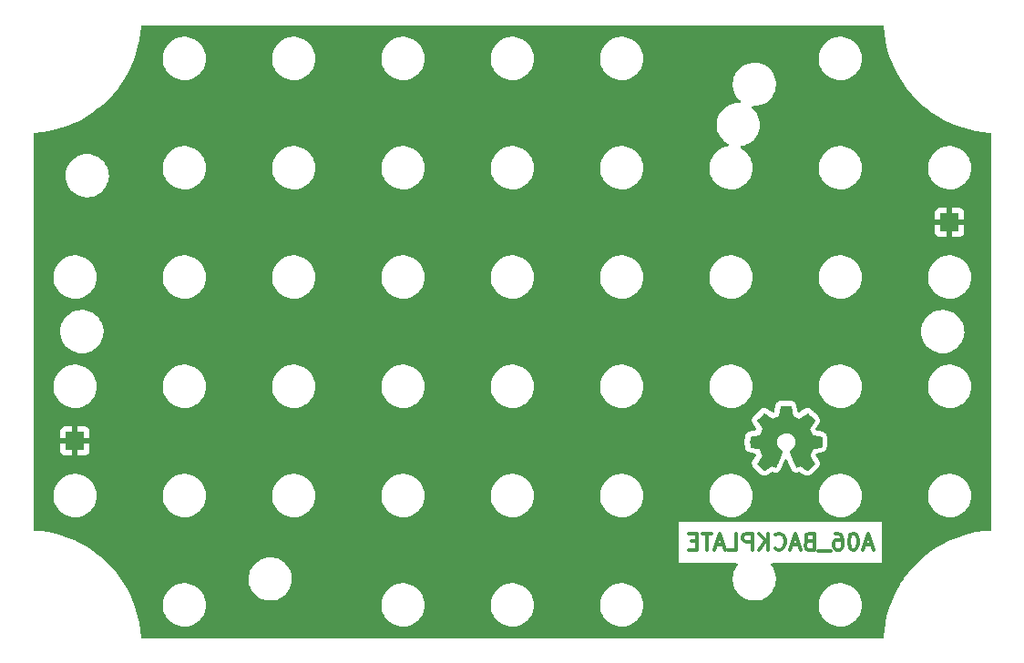
<source format=gbr>
%TF.GenerationSoftware,KiCad,Pcbnew,6.0.7-f9a2dced07~116~ubuntu20.04.1*%
%TF.CreationDate,2022-09-28T21:06:17-05:00*%
%TF.ProjectId,a06,6130362e-6b69-4636-9164-5f7063625858,rev?*%
%TF.SameCoordinates,Original*%
%TF.FileFunction,Copper,L2,Bot*%
%TF.FilePolarity,Positive*%
%FSLAX46Y46*%
G04 Gerber Fmt 4.6, Leading zero omitted, Abs format (unit mm)*
G04 Created by KiCad (PCBNEW 6.0.7-f9a2dced07~116~ubuntu20.04.1) date 2022-09-28 21:06:17*
%MOMM*%
%LPD*%
G01*
G04 APERTURE LIST*
%ADD10C,0.300000*%
%TA.AperFunction,NonConductor*%
%ADD11C,0.300000*%
%TD*%
%TA.AperFunction,EtchedComponent*%
%ADD12C,0.010000*%
%TD*%
%TA.AperFunction,ComponentPad*%
%ADD13R,1.700000X1.700000*%
%TD*%
G04 APERTURE END LIST*
D10*
D11*
X178426000Y-148840000D02*
X177711714Y-148840000D01*
X178568857Y-149268571D02*
X178068857Y-147768571D01*
X177568857Y-149268571D01*
X176783142Y-147768571D02*
X176640285Y-147768571D01*
X176497428Y-147840000D01*
X176426000Y-147911428D01*
X176354571Y-148054285D01*
X176283142Y-148340000D01*
X176283142Y-148697142D01*
X176354571Y-148982857D01*
X176426000Y-149125714D01*
X176497428Y-149197142D01*
X176640285Y-149268571D01*
X176783142Y-149268571D01*
X176926000Y-149197142D01*
X176997428Y-149125714D01*
X177068857Y-148982857D01*
X177140285Y-148697142D01*
X177140285Y-148340000D01*
X177068857Y-148054285D01*
X176997428Y-147911428D01*
X176926000Y-147840000D01*
X176783142Y-147768571D01*
X174997428Y-147768571D02*
X175283142Y-147768571D01*
X175426000Y-147840000D01*
X175497428Y-147911428D01*
X175640285Y-148125714D01*
X175711714Y-148411428D01*
X175711714Y-148982857D01*
X175640285Y-149125714D01*
X175568857Y-149197142D01*
X175426000Y-149268571D01*
X175140285Y-149268571D01*
X174997428Y-149197142D01*
X174926000Y-149125714D01*
X174854571Y-148982857D01*
X174854571Y-148625714D01*
X174926000Y-148482857D01*
X174997428Y-148411428D01*
X175140285Y-148340000D01*
X175426000Y-148340000D01*
X175568857Y-148411428D01*
X175640285Y-148482857D01*
X175711714Y-148625714D01*
X174568857Y-149411428D02*
X173426000Y-149411428D01*
X172568857Y-148482857D02*
X172354571Y-148554285D01*
X172283142Y-148625714D01*
X172211714Y-148768571D01*
X172211714Y-148982857D01*
X172283142Y-149125714D01*
X172354571Y-149197142D01*
X172497428Y-149268571D01*
X173068857Y-149268571D01*
X173068857Y-147768571D01*
X172568857Y-147768571D01*
X172426000Y-147840000D01*
X172354571Y-147911428D01*
X172283142Y-148054285D01*
X172283142Y-148197142D01*
X172354571Y-148340000D01*
X172426000Y-148411428D01*
X172568857Y-148482857D01*
X173068857Y-148482857D01*
X171640285Y-148840000D02*
X170926000Y-148840000D01*
X171783142Y-149268571D02*
X171283142Y-147768571D01*
X170783142Y-149268571D01*
X169426000Y-149125714D02*
X169497428Y-149197142D01*
X169711714Y-149268571D01*
X169854571Y-149268571D01*
X170068857Y-149197142D01*
X170211714Y-149054285D01*
X170283142Y-148911428D01*
X170354571Y-148625714D01*
X170354571Y-148411428D01*
X170283142Y-148125714D01*
X170211714Y-147982857D01*
X170068857Y-147840000D01*
X169854571Y-147768571D01*
X169711714Y-147768571D01*
X169497428Y-147840000D01*
X169426000Y-147911428D01*
X168783142Y-149268571D02*
X168783142Y-147768571D01*
X167926000Y-149268571D02*
X168568857Y-148411428D01*
X167926000Y-147768571D02*
X168783142Y-148625714D01*
X167283142Y-149268571D02*
X167283142Y-147768571D01*
X166711714Y-147768571D01*
X166568857Y-147840000D01*
X166497428Y-147911428D01*
X166426000Y-148054285D01*
X166426000Y-148268571D01*
X166497428Y-148411428D01*
X166568857Y-148482857D01*
X166711714Y-148554285D01*
X167283142Y-148554285D01*
X165068857Y-149268571D02*
X165783142Y-149268571D01*
X165783142Y-147768571D01*
X164640285Y-148840000D02*
X163926000Y-148840000D01*
X164783142Y-149268571D02*
X164283142Y-147768571D01*
X163783142Y-149268571D01*
X163497428Y-147768571D02*
X162640285Y-147768571D01*
X163068857Y-149268571D02*
X163068857Y-147768571D01*
X162140285Y-148482857D02*
X161640285Y-148482857D01*
X161426000Y-149268571D02*
X162140285Y-149268571D01*
X162140285Y-147768571D01*
X161426000Y-147768571D01*
%TO.C,REF\u002A\u002A*%
G36*
X170971275Y-136406931D02*
G01*
X171055095Y-136851555D01*
X171673667Y-137106551D01*
X172044707Y-136854246D01*
X172118144Y-136804506D01*
X172215499Y-136739218D01*
X172299787Y-136683454D01*
X172366631Y-136640078D01*
X172411654Y-136611953D01*
X172430478Y-136601942D01*
X172442039Y-136609061D01*
X172476596Y-136638894D01*
X172528894Y-136687852D01*
X172594500Y-136751440D01*
X172668983Y-136825163D01*
X172747913Y-136904525D01*
X172826856Y-136985031D01*
X172901384Y-137062185D01*
X172967063Y-137131493D01*
X173019463Y-137188457D01*
X173054153Y-137228584D01*
X173066701Y-137247377D01*
X173063782Y-137255451D01*
X173043571Y-137291469D01*
X173006663Y-137350744D01*
X172956050Y-137428630D01*
X172894725Y-137520481D01*
X172825679Y-137621650D01*
X172787787Y-137676826D01*
X172722606Y-137772884D01*
X172666723Y-137856717D01*
X172623117Y-137923777D01*
X172594769Y-137969519D01*
X172584657Y-137989396D01*
X172584823Y-137990497D01*
X172593743Y-138015694D01*
X172614206Y-138067147D01*
X172643360Y-138138135D01*
X172678353Y-138221935D01*
X172716332Y-138311828D01*
X172754445Y-138401091D01*
X172789839Y-138483003D01*
X172819662Y-138550843D01*
X172841061Y-138597890D01*
X172851184Y-138617422D01*
X172857174Y-138619155D01*
X172893566Y-138626969D01*
X172958427Y-138639915D01*
X173046565Y-138656979D01*
X173152787Y-138677151D01*
X173271902Y-138699418D01*
X173334683Y-138711223D01*
X173449912Y-138733748D01*
X173550662Y-138754550D01*
X173631426Y-138772435D01*
X173686698Y-138786208D01*
X173710971Y-138794674D01*
X173715331Y-138803066D01*
X173722563Y-138844072D01*
X173728246Y-138912368D01*
X173732382Y-139001529D01*
X173734977Y-139105128D01*
X173736036Y-139216740D01*
X173735561Y-139329938D01*
X173733559Y-139438296D01*
X173730033Y-139535389D01*
X173724987Y-139614790D01*
X173718427Y-139670072D01*
X173710356Y-139694810D01*
X173705458Y-139697600D01*
X173668930Y-139709569D01*
X173605565Y-139725405D01*
X173522686Y-139743374D01*
X173427618Y-139761741D01*
X173395542Y-139767591D01*
X173247393Y-139794798D01*
X173130961Y-139816663D01*
X173042209Y-139834093D01*
X172977103Y-139847996D01*
X172931606Y-139859277D01*
X172901682Y-139868843D01*
X172883294Y-139877601D01*
X172872407Y-139886457D01*
X172871142Y-139887943D01*
X172853338Y-139918931D01*
X172826994Y-139975634D01*
X172794661Y-140051399D01*
X172758893Y-140139574D01*
X172722244Y-140233507D01*
X172687266Y-140326547D01*
X172656513Y-140412041D01*
X172632538Y-140483336D01*
X172617895Y-140533782D01*
X172615136Y-140556726D01*
X172616981Y-140559703D01*
X172636075Y-140588493D01*
X172671984Y-140641595D01*
X172721378Y-140714117D01*
X172780927Y-140801167D01*
X172847303Y-140897854D01*
X172865520Y-140924456D01*
X172929577Y-141019875D01*
X172984937Y-141105212D01*
X173028439Y-141175405D01*
X173056924Y-141225394D01*
X173067232Y-141250116D01*
X173065011Y-141256616D01*
X173041858Y-141288644D01*
X172996177Y-141340945D01*
X172931241Y-141409999D01*
X172850319Y-141492286D01*
X172756685Y-141584286D01*
X172703165Y-141635781D01*
X172618542Y-141715983D01*
X172544475Y-141784678D01*
X172484941Y-141838252D01*
X172443917Y-141873085D01*
X172425381Y-141885563D01*
X172412646Y-141880938D01*
X172373436Y-141859057D01*
X172316495Y-141823273D01*
X172249250Y-141778117D01*
X172201438Y-141745165D01*
X172105985Y-141679727D01*
X172004125Y-141610228D01*
X171911088Y-141547075D01*
X171728832Y-141423800D01*
X171575841Y-141506520D01*
X171539817Y-141525613D01*
X171474303Y-141558272D01*
X171423640Y-141580819D01*
X171396564Y-141589226D01*
X171387703Y-141578430D01*
X171365699Y-141537323D01*
X171333199Y-141469549D01*
X171292010Y-141379409D01*
X171243942Y-141271205D01*
X171190802Y-141149237D01*
X171134399Y-141017808D01*
X171076542Y-140881218D01*
X171019038Y-140743767D01*
X170963697Y-140609758D01*
X170912326Y-140483491D01*
X170866735Y-140369268D01*
X170828732Y-140271390D01*
X170800124Y-140194157D01*
X170782721Y-140141871D01*
X170778331Y-140118833D01*
X170778628Y-140118160D01*
X170799077Y-140096863D01*
X170841850Y-140063508D01*
X170898117Y-140025011D01*
X170915877Y-140013256D01*
X171051014Y-139901735D01*
X171162856Y-139768906D01*
X171248755Y-139620298D01*
X171306062Y-139461440D01*
X171332131Y-139297860D01*
X171324313Y-139135088D01*
X171292644Y-138990315D01*
X171235782Y-138844124D01*
X171152888Y-138713703D01*
X171039131Y-138589813D01*
X170994433Y-138550235D01*
X170849935Y-138452723D01*
X170693838Y-138387050D01*
X170530667Y-138352630D01*
X170364943Y-138348874D01*
X170201192Y-138375194D01*
X170043936Y-138431003D01*
X169897698Y-138515714D01*
X169767004Y-138628737D01*
X169656374Y-138769487D01*
X169635105Y-138804342D01*
X169562810Y-138963655D01*
X169524415Y-139129552D01*
X169518914Y-139297737D01*
X169545301Y-139463913D01*
X169602570Y-139623784D01*
X169689717Y-139773053D01*
X169805736Y-139907423D01*
X169949622Y-140022599D01*
X169954294Y-140025702D01*
X170009964Y-140064933D01*
X170051689Y-140098286D01*
X170070746Y-140118833D01*
X170068342Y-140134941D01*
X170053391Y-140181844D01*
X170026881Y-140254539D01*
X169990620Y-140348725D01*
X169946416Y-140460098D01*
X169896076Y-140584358D01*
X169841407Y-140717202D01*
X169784218Y-140854327D01*
X169726316Y-140991432D01*
X169669510Y-141124215D01*
X169615606Y-141248374D01*
X169566412Y-141359606D01*
X169523737Y-141453609D01*
X169489387Y-141526082D01*
X169465171Y-141572722D01*
X169452897Y-141589226D01*
X169442689Y-141586991D01*
X169402586Y-141570926D01*
X169343318Y-141542759D01*
X169273619Y-141506520D01*
X169120629Y-141423800D01*
X168938373Y-141547075D01*
X168884527Y-141583579D01*
X168784374Y-141651784D01*
X168684525Y-141720098D01*
X168600211Y-141778117D01*
X168553679Y-141809736D01*
X168493200Y-141849020D01*
X168448357Y-141875912D01*
X168426455Y-141885883D01*
X168417045Y-141881650D01*
X168383031Y-141855721D01*
X168330595Y-141810070D01*
X168264301Y-141749186D01*
X168188713Y-141677561D01*
X168108396Y-141599683D01*
X168027913Y-141520045D01*
X167951829Y-141443135D01*
X167884707Y-141373445D01*
X167831112Y-141315464D01*
X167795608Y-141273684D01*
X167782759Y-141252593D01*
X167783500Y-141248581D01*
X167798793Y-141215920D01*
X167831462Y-141159412D01*
X167878350Y-141084163D01*
X167936301Y-140995275D01*
X168002157Y-140897854D01*
X168020627Y-140870982D01*
X168085482Y-140776423D01*
X168142609Y-140692827D01*
X168188678Y-140625084D01*
X168220359Y-140578086D01*
X168234324Y-140556726D01*
X168234668Y-140555811D01*
X168230546Y-140529678D01*
X168214807Y-140476740D01*
X168190004Y-140403647D01*
X168158689Y-140317052D01*
X168123417Y-140223608D01*
X168086740Y-140129965D01*
X168051212Y-140042777D01*
X168019386Y-139968695D01*
X167993816Y-139914371D01*
X167977053Y-139886457D01*
X167975374Y-139884724D01*
X167963372Y-139875956D01*
X167943103Y-139867115D01*
X167910529Y-139857292D01*
X167861616Y-139845583D01*
X167792327Y-139831080D01*
X167698625Y-139812876D01*
X167576476Y-139790066D01*
X167421842Y-139761741D01*
X167389770Y-139755780D01*
X167297893Y-139737352D01*
X167220607Y-139719892D01*
X167165236Y-139705133D01*
X167139105Y-139694810D01*
X167134733Y-139686197D01*
X167127445Y-139644826D01*
X167121669Y-139576241D01*
X167117410Y-139486868D01*
X167114673Y-139383135D01*
X167113462Y-139271465D01*
X167113782Y-139158287D01*
X167115636Y-139050026D01*
X167119030Y-138953108D01*
X167123967Y-138873959D01*
X167130452Y-138819006D01*
X167138489Y-138794674D01*
X167146696Y-138791079D01*
X167187519Y-138779748D01*
X167256524Y-138763722D01*
X167348203Y-138744195D01*
X167457050Y-138722362D01*
X167577558Y-138699418D01*
X167643357Y-138687159D01*
X167756135Y-138665901D01*
X167853207Y-138647287D01*
X167929382Y-138632328D01*
X167979469Y-138622036D01*
X167998276Y-138617422D01*
X167998983Y-138616471D01*
X168010961Y-138592310D01*
X168033794Y-138541694D01*
X168064630Y-138471338D01*
X168100613Y-138387958D01*
X168138891Y-138298270D01*
X168176609Y-138208989D01*
X168210913Y-138126832D01*
X168238949Y-138058513D01*
X168257864Y-138010748D01*
X168264803Y-137990254D01*
X168261742Y-137983043D01*
X168241372Y-137948728D01*
X168204422Y-137890970D01*
X168153860Y-137814299D01*
X168092657Y-137723248D01*
X168023781Y-137622350D01*
X167985994Y-137567093D01*
X167920782Y-137470215D01*
X167864871Y-137385193D01*
X167821241Y-137316662D01*
X167792877Y-137269260D01*
X167782759Y-137247623D01*
X167789790Y-137235887D01*
X167819197Y-137200818D01*
X167867441Y-137147745D01*
X167930093Y-137081164D01*
X168002725Y-137005574D01*
X168080908Y-136925472D01*
X168160214Y-136845354D01*
X168236213Y-136769718D01*
X168304478Y-136703062D01*
X168360580Y-136649882D01*
X168400090Y-136614676D01*
X168418579Y-136601942D01*
X168428843Y-136606893D01*
X168466530Y-136629857D01*
X168527348Y-136668938D01*
X168606913Y-136721272D01*
X168700843Y-136783996D01*
X168804754Y-136854246D01*
X169175794Y-137106551D01*
X169485080Y-136979053D01*
X169794365Y-136851555D01*
X169878186Y-136406931D01*
X169962006Y-135962307D01*
X170887454Y-135962307D01*
X170971275Y-136406931D01*
G37*
D12*
X170971275Y-136406931D02*
X171055095Y-136851555D01*
X171673667Y-137106551D01*
X172044707Y-136854246D01*
X172118144Y-136804506D01*
X172215499Y-136739218D01*
X172299787Y-136683454D01*
X172366631Y-136640078D01*
X172411654Y-136611953D01*
X172430478Y-136601942D01*
X172442039Y-136609061D01*
X172476596Y-136638894D01*
X172528894Y-136687852D01*
X172594500Y-136751440D01*
X172668983Y-136825163D01*
X172747913Y-136904525D01*
X172826856Y-136985031D01*
X172901384Y-137062185D01*
X172967063Y-137131493D01*
X173019463Y-137188457D01*
X173054153Y-137228584D01*
X173066701Y-137247377D01*
X173063782Y-137255451D01*
X173043571Y-137291469D01*
X173006663Y-137350744D01*
X172956050Y-137428630D01*
X172894725Y-137520481D01*
X172825679Y-137621650D01*
X172787787Y-137676826D01*
X172722606Y-137772884D01*
X172666723Y-137856717D01*
X172623117Y-137923777D01*
X172594769Y-137969519D01*
X172584657Y-137989396D01*
X172584823Y-137990497D01*
X172593743Y-138015694D01*
X172614206Y-138067147D01*
X172643360Y-138138135D01*
X172678353Y-138221935D01*
X172716332Y-138311828D01*
X172754445Y-138401091D01*
X172789839Y-138483003D01*
X172819662Y-138550843D01*
X172841061Y-138597890D01*
X172851184Y-138617422D01*
X172857174Y-138619155D01*
X172893566Y-138626969D01*
X172958427Y-138639915D01*
X173046565Y-138656979D01*
X173152787Y-138677151D01*
X173271902Y-138699418D01*
X173334683Y-138711223D01*
X173449912Y-138733748D01*
X173550662Y-138754550D01*
X173631426Y-138772435D01*
X173686698Y-138786208D01*
X173710971Y-138794674D01*
X173715331Y-138803066D01*
X173722563Y-138844072D01*
X173728246Y-138912368D01*
X173732382Y-139001529D01*
X173734977Y-139105128D01*
X173736036Y-139216740D01*
X173735561Y-139329938D01*
X173733559Y-139438296D01*
X173730033Y-139535389D01*
X173724987Y-139614790D01*
X173718427Y-139670072D01*
X173710356Y-139694810D01*
X173705458Y-139697600D01*
X173668930Y-139709569D01*
X173605565Y-139725405D01*
X173522686Y-139743374D01*
X173427618Y-139761741D01*
X173395542Y-139767591D01*
X173247393Y-139794798D01*
X173130961Y-139816663D01*
X173042209Y-139834093D01*
X172977103Y-139847996D01*
X172931606Y-139859277D01*
X172901682Y-139868843D01*
X172883294Y-139877601D01*
X172872407Y-139886457D01*
X172871142Y-139887943D01*
X172853338Y-139918931D01*
X172826994Y-139975634D01*
X172794661Y-140051399D01*
X172758893Y-140139574D01*
X172722244Y-140233507D01*
X172687266Y-140326547D01*
X172656513Y-140412041D01*
X172632538Y-140483336D01*
X172617895Y-140533782D01*
X172615136Y-140556726D01*
X172616981Y-140559703D01*
X172636075Y-140588493D01*
X172671984Y-140641595D01*
X172721378Y-140714117D01*
X172780927Y-140801167D01*
X172847303Y-140897854D01*
X172865520Y-140924456D01*
X172929577Y-141019875D01*
X172984937Y-141105212D01*
X173028439Y-141175405D01*
X173056924Y-141225394D01*
X173067232Y-141250116D01*
X173065011Y-141256616D01*
X173041858Y-141288644D01*
X172996177Y-141340945D01*
X172931241Y-141409999D01*
X172850319Y-141492286D01*
X172756685Y-141584286D01*
X172703165Y-141635781D01*
X172618542Y-141715983D01*
X172544475Y-141784678D01*
X172484941Y-141838252D01*
X172443917Y-141873085D01*
X172425381Y-141885563D01*
X172412646Y-141880938D01*
X172373436Y-141859057D01*
X172316495Y-141823273D01*
X172249250Y-141778117D01*
X172201438Y-141745165D01*
X172105985Y-141679727D01*
X172004125Y-141610228D01*
X171911088Y-141547075D01*
X171728832Y-141423800D01*
X171575841Y-141506520D01*
X171539817Y-141525613D01*
X171474303Y-141558272D01*
X171423640Y-141580819D01*
X171396564Y-141589226D01*
X171387703Y-141578430D01*
X171365699Y-141537323D01*
X171333199Y-141469549D01*
X171292010Y-141379409D01*
X171243942Y-141271205D01*
X171190802Y-141149237D01*
X171134399Y-141017808D01*
X171076542Y-140881218D01*
X171019038Y-140743767D01*
X170963697Y-140609758D01*
X170912326Y-140483491D01*
X170866735Y-140369268D01*
X170828732Y-140271390D01*
X170800124Y-140194157D01*
X170782721Y-140141871D01*
X170778331Y-140118833D01*
X170778628Y-140118160D01*
X170799077Y-140096863D01*
X170841850Y-140063508D01*
X170898117Y-140025011D01*
X170915877Y-140013256D01*
X171051014Y-139901735D01*
X171162856Y-139768906D01*
X171248755Y-139620298D01*
X171306062Y-139461440D01*
X171332131Y-139297860D01*
X171324313Y-139135088D01*
X171292644Y-138990315D01*
X171235782Y-138844124D01*
X171152888Y-138713703D01*
X171039131Y-138589813D01*
X170994433Y-138550235D01*
X170849935Y-138452723D01*
X170693838Y-138387050D01*
X170530667Y-138352630D01*
X170364943Y-138348874D01*
X170201192Y-138375194D01*
X170043936Y-138431003D01*
X169897698Y-138515714D01*
X169767004Y-138628737D01*
X169656374Y-138769487D01*
X169635105Y-138804342D01*
X169562810Y-138963655D01*
X169524415Y-139129552D01*
X169518914Y-139297737D01*
X169545301Y-139463913D01*
X169602570Y-139623784D01*
X169689717Y-139773053D01*
X169805736Y-139907423D01*
X169949622Y-140022599D01*
X169954294Y-140025702D01*
X170009964Y-140064933D01*
X170051689Y-140098286D01*
X170070746Y-140118833D01*
X170068342Y-140134941D01*
X170053391Y-140181844D01*
X170026881Y-140254539D01*
X169990620Y-140348725D01*
X169946416Y-140460098D01*
X169896076Y-140584358D01*
X169841407Y-140717202D01*
X169784218Y-140854327D01*
X169726316Y-140991432D01*
X169669510Y-141124215D01*
X169615606Y-141248374D01*
X169566412Y-141359606D01*
X169523737Y-141453609D01*
X169489387Y-141526082D01*
X169465171Y-141572722D01*
X169452897Y-141589226D01*
X169442689Y-141586991D01*
X169402586Y-141570926D01*
X169343318Y-141542759D01*
X169273619Y-141506520D01*
X169120629Y-141423800D01*
X168938373Y-141547075D01*
X168884527Y-141583579D01*
X168784374Y-141651784D01*
X168684525Y-141720098D01*
X168600211Y-141778117D01*
X168553679Y-141809736D01*
X168493200Y-141849020D01*
X168448357Y-141875912D01*
X168426455Y-141885883D01*
X168417045Y-141881650D01*
X168383031Y-141855721D01*
X168330595Y-141810070D01*
X168264301Y-141749186D01*
X168188713Y-141677561D01*
X168108396Y-141599683D01*
X168027913Y-141520045D01*
X167951829Y-141443135D01*
X167884707Y-141373445D01*
X167831112Y-141315464D01*
X167795608Y-141273684D01*
X167782759Y-141252593D01*
X167783500Y-141248581D01*
X167798793Y-141215920D01*
X167831462Y-141159412D01*
X167878350Y-141084163D01*
X167936301Y-140995275D01*
X168002157Y-140897854D01*
X168020627Y-140870982D01*
X168085482Y-140776423D01*
X168142609Y-140692827D01*
X168188678Y-140625084D01*
X168220359Y-140578086D01*
X168234324Y-140556726D01*
X168234668Y-140555811D01*
X168230546Y-140529678D01*
X168214807Y-140476740D01*
X168190004Y-140403647D01*
X168158689Y-140317052D01*
X168123417Y-140223608D01*
X168086740Y-140129965D01*
X168051212Y-140042777D01*
X168019386Y-139968695D01*
X167993816Y-139914371D01*
X167977053Y-139886457D01*
X167975374Y-139884724D01*
X167963372Y-139875956D01*
X167943103Y-139867115D01*
X167910529Y-139857292D01*
X167861616Y-139845583D01*
X167792327Y-139831080D01*
X167698625Y-139812876D01*
X167576476Y-139790066D01*
X167421842Y-139761741D01*
X167389770Y-139755780D01*
X167297893Y-139737352D01*
X167220607Y-139719892D01*
X167165236Y-139705133D01*
X167139105Y-139694810D01*
X167134733Y-139686197D01*
X167127445Y-139644826D01*
X167121669Y-139576241D01*
X167117410Y-139486868D01*
X167114673Y-139383135D01*
X167113462Y-139271465D01*
X167113782Y-139158287D01*
X167115636Y-139050026D01*
X167119030Y-138953108D01*
X167123967Y-138873959D01*
X167130452Y-138819006D01*
X167138489Y-138794674D01*
X167146696Y-138791079D01*
X167187519Y-138779748D01*
X167256524Y-138763722D01*
X167348203Y-138744195D01*
X167457050Y-138722362D01*
X167577558Y-138699418D01*
X167643357Y-138687159D01*
X167756135Y-138665901D01*
X167853207Y-138647287D01*
X167929382Y-138632328D01*
X167979469Y-138622036D01*
X167998276Y-138617422D01*
X167998983Y-138616471D01*
X168010961Y-138592310D01*
X168033794Y-138541694D01*
X168064630Y-138471338D01*
X168100613Y-138387958D01*
X168138891Y-138298270D01*
X168176609Y-138208989D01*
X168210913Y-138126832D01*
X168238949Y-138058513D01*
X168257864Y-138010748D01*
X168264803Y-137990254D01*
X168261742Y-137983043D01*
X168241372Y-137948728D01*
X168204422Y-137890970D01*
X168153860Y-137814299D01*
X168092657Y-137723248D01*
X168023781Y-137622350D01*
X167985994Y-137567093D01*
X167920782Y-137470215D01*
X167864871Y-137385193D01*
X167821241Y-137316662D01*
X167792877Y-137269260D01*
X167782759Y-137247623D01*
X167789790Y-137235887D01*
X167819197Y-137200818D01*
X167867441Y-137147745D01*
X167930093Y-137081164D01*
X168002725Y-137005574D01*
X168080908Y-136925472D01*
X168160214Y-136845354D01*
X168236213Y-136769718D01*
X168304478Y-136703062D01*
X168360580Y-136649882D01*
X168400090Y-136614676D01*
X168418579Y-136601942D01*
X168428843Y-136606893D01*
X168466530Y-136629857D01*
X168527348Y-136668938D01*
X168606913Y-136721272D01*
X168700843Y-136783996D01*
X168804754Y-136854246D01*
X169175794Y-137106551D01*
X169485080Y-136979053D01*
X169794365Y-136851555D01*
X169878186Y-136406931D01*
X169962006Y-135962307D01*
X170887454Y-135962307D01*
X170971275Y-136406931D01*
%TD*%
D13*
%TO.P,J2,1,Pin_1*%
%TO.N,Net-(J1-Pad1)*%
X104360000Y-139160000D03*
%TD*%
%TO.P,J1,1,Pin_1*%
%TO.N,Net-(J1-Pad1)*%
X185640000Y-118840000D03*
%TD*%
%TA.AperFunction,Conductor*%
%TO.N,Net-(J1-Pad1)*%
G36*
X179447940Y-100528502D02*
G01*
X179494433Y-100582158D01*
X179505762Y-100630706D01*
X179505885Y-100634777D01*
X179563358Y-101267238D01*
X179658913Y-101895075D01*
X179792201Y-102515996D01*
X179962737Y-103127738D01*
X179963359Y-103129542D01*
X179963362Y-103129550D01*
X180169275Y-103726265D01*
X180169281Y-103726280D01*
X180169897Y-103728066D01*
X180170618Y-103729808D01*
X180170625Y-103729825D01*
X180327279Y-104108018D01*
X180412927Y-104314791D01*
X180413761Y-104316504D01*
X180413766Y-104316515D01*
X180440354Y-104371121D01*
X180690939Y-104885772D01*
X181002918Y-105438926D01*
X181003940Y-105440506D01*
X181003945Y-105440515D01*
X181346692Y-105970633D01*
X181346700Y-105970645D01*
X181347727Y-105972233D01*
X181348849Y-105973758D01*
X181348856Y-105973768D01*
X181628558Y-106353893D01*
X181724107Y-106483748D01*
X181725328Y-106485213D01*
X181946039Y-106750046D01*
X182130685Y-106971605D01*
X182565977Y-107434023D01*
X183028395Y-107869315D01*
X183029848Y-107870526D01*
X183029856Y-107870533D01*
X183391484Y-108171912D01*
X183516252Y-108275893D01*
X183517791Y-108277025D01*
X183517793Y-108277027D01*
X184026232Y-108651144D01*
X184026242Y-108651151D01*
X184027767Y-108652273D01*
X184029355Y-108653300D01*
X184029367Y-108653308D01*
X184559485Y-108996055D01*
X184559494Y-108996060D01*
X184561074Y-108997082D01*
X185114228Y-109309061D01*
X185115939Y-109309894D01*
X185683485Y-109586234D01*
X185683496Y-109586239D01*
X185685209Y-109587073D01*
X185737605Y-109608776D01*
X186270175Y-109829375D01*
X186270192Y-109829382D01*
X186271934Y-109830103D01*
X186273720Y-109830719D01*
X186273735Y-109830725D01*
X186870450Y-110036638D01*
X186870458Y-110036641D01*
X186872262Y-110037263D01*
X187484004Y-110207799D01*
X188104925Y-110341087D01*
X188106800Y-110341372D01*
X188106798Y-110341372D01*
X188730901Y-110436359D01*
X188730909Y-110436360D01*
X188732762Y-110436642D01*
X189365223Y-110494115D01*
X189367116Y-110494172D01*
X189367129Y-110494173D01*
X189369178Y-110494235D01*
X189369294Y-110494238D01*
X189436782Y-110516282D01*
X189481638Y-110571314D01*
X189491500Y-110620181D01*
X189491500Y-147379819D01*
X189471498Y-147447940D01*
X189417842Y-147494433D01*
X189369294Y-147505762D01*
X189369178Y-147505765D01*
X189367129Y-147505827D01*
X189367116Y-147505828D01*
X189365223Y-147505885D01*
X188732762Y-147563358D01*
X188730909Y-147563640D01*
X188730901Y-147563641D01*
X188240702Y-147638248D01*
X188104925Y-147658913D01*
X187484004Y-147792201D01*
X186872262Y-147962737D01*
X186870458Y-147963359D01*
X186870450Y-147963362D01*
X186273735Y-148169275D01*
X186273720Y-148169281D01*
X186271934Y-148169897D01*
X186270192Y-148170618D01*
X186270175Y-148170625D01*
X185932129Y-148310649D01*
X185685209Y-148412927D01*
X185683496Y-148413761D01*
X185683485Y-148413766D01*
X185216110Y-148641332D01*
X185114228Y-148690939D01*
X184561074Y-149002918D01*
X184559494Y-149003940D01*
X184559485Y-149003945D01*
X184029367Y-149346692D01*
X184029355Y-149346700D01*
X184027767Y-149347727D01*
X184026242Y-149348849D01*
X184026232Y-149348856D01*
X183940643Y-149411834D01*
X183516252Y-149724107D01*
X183514787Y-149725328D01*
X183057048Y-150106806D01*
X183028395Y-150130685D01*
X182565977Y-150565977D01*
X182130685Y-151028395D01*
X182129474Y-151029848D01*
X182129467Y-151029856D01*
X181788051Y-151439524D01*
X181724107Y-151516252D01*
X181722975Y-151517791D01*
X181722973Y-151517793D01*
X181416629Y-151934127D01*
X181347727Y-152027767D01*
X181346700Y-152029355D01*
X181346692Y-152029367D01*
X181053549Y-152482764D01*
X181002918Y-152561074D01*
X180690939Y-153114228D01*
X180690106Y-153115939D01*
X180430093Y-153649954D01*
X180412927Y-153685209D01*
X180412194Y-153686979D01*
X180170625Y-154270175D01*
X180170618Y-154270192D01*
X180169897Y-154271934D01*
X180169281Y-154273720D01*
X180169275Y-154273735D01*
X179963362Y-154870450D01*
X179962737Y-154872262D01*
X179792201Y-155484004D01*
X179658913Y-156104925D01*
X179563358Y-156732762D01*
X179505885Y-157365223D01*
X179505828Y-157367116D01*
X179505827Y-157367129D01*
X179505762Y-157369294D01*
X179483718Y-157436782D01*
X179428686Y-157481638D01*
X179379819Y-157491500D01*
X110620181Y-157491500D01*
X110552060Y-157471498D01*
X110505567Y-157417842D01*
X110494238Y-157369294D01*
X110494173Y-157367129D01*
X110494172Y-157367116D01*
X110494115Y-157365223D01*
X110436642Y-156732762D01*
X110341087Y-156104925D01*
X110207799Y-155484004D01*
X110037263Y-154872262D01*
X110036638Y-154870450D01*
X109850049Y-154329733D01*
X112507822Y-154329733D01*
X112517625Y-154610458D01*
X112518387Y-154614781D01*
X112518388Y-154614788D01*
X112542164Y-154749624D01*
X112566402Y-154887087D01*
X112653203Y-155154235D01*
X112776340Y-155406702D01*
X112778795Y-155410341D01*
X112778798Y-155410347D01*
X112827237Y-155482160D01*
X112933415Y-155639576D01*
X113121371Y-155848322D01*
X113336550Y-156028879D01*
X113574764Y-156177731D01*
X113831375Y-156291982D01*
X114101390Y-156369407D01*
X114105740Y-156370018D01*
X114105743Y-156370019D01*
X114208690Y-156384487D01*
X114379552Y-156408500D01*
X114590146Y-156408500D01*
X114592332Y-156408347D01*
X114592336Y-156408347D01*
X114795827Y-156394118D01*
X114795832Y-156394117D01*
X114800212Y-156393811D01*
X115074970Y-156335409D01*
X115079099Y-156333906D01*
X115079103Y-156333905D01*
X115334781Y-156240846D01*
X115334785Y-156240844D01*
X115338926Y-156239337D01*
X115586942Y-156107464D01*
X115590503Y-156104877D01*
X115810629Y-155944947D01*
X115810632Y-155944944D01*
X115814192Y-155942358D01*
X116016252Y-155747231D01*
X116189188Y-155525882D01*
X116191384Y-155522078D01*
X116191389Y-155522071D01*
X116327435Y-155286431D01*
X116329636Y-155282619D01*
X116434862Y-155022176D01*
X116468544Y-154887087D01*
X116501753Y-154753893D01*
X116501754Y-154753888D01*
X116502817Y-154749624D01*
X116532178Y-154470267D01*
X116527270Y-154329733D01*
X132827822Y-154329733D01*
X132837625Y-154610458D01*
X132838387Y-154614781D01*
X132838388Y-154614788D01*
X132862164Y-154749624D01*
X132886402Y-154887087D01*
X132973203Y-155154235D01*
X133096340Y-155406702D01*
X133098795Y-155410341D01*
X133098798Y-155410347D01*
X133147237Y-155482160D01*
X133253415Y-155639576D01*
X133441371Y-155848322D01*
X133656550Y-156028879D01*
X133894764Y-156177731D01*
X134151375Y-156291982D01*
X134421390Y-156369407D01*
X134425740Y-156370018D01*
X134425743Y-156370019D01*
X134528690Y-156384487D01*
X134699552Y-156408500D01*
X134910146Y-156408500D01*
X134912332Y-156408347D01*
X134912336Y-156408347D01*
X135115827Y-156394118D01*
X135115832Y-156394117D01*
X135120212Y-156393811D01*
X135394970Y-156335409D01*
X135399099Y-156333906D01*
X135399103Y-156333905D01*
X135654781Y-156240846D01*
X135654785Y-156240844D01*
X135658926Y-156239337D01*
X135906942Y-156107464D01*
X135910503Y-156104877D01*
X136130629Y-155944947D01*
X136130632Y-155944944D01*
X136134192Y-155942358D01*
X136336252Y-155747231D01*
X136509188Y-155525882D01*
X136511384Y-155522078D01*
X136511389Y-155522071D01*
X136647435Y-155286431D01*
X136649636Y-155282619D01*
X136754862Y-155022176D01*
X136788544Y-154887087D01*
X136821753Y-154753893D01*
X136821754Y-154753888D01*
X136822817Y-154749624D01*
X136852178Y-154470267D01*
X136847270Y-154329733D01*
X142987822Y-154329733D01*
X142997625Y-154610458D01*
X142998387Y-154614781D01*
X142998388Y-154614788D01*
X143022164Y-154749624D01*
X143046402Y-154887087D01*
X143133203Y-155154235D01*
X143256340Y-155406702D01*
X143258795Y-155410341D01*
X143258798Y-155410347D01*
X143307237Y-155482160D01*
X143413415Y-155639576D01*
X143601371Y-155848322D01*
X143816550Y-156028879D01*
X144054764Y-156177731D01*
X144311375Y-156291982D01*
X144581390Y-156369407D01*
X144585740Y-156370018D01*
X144585743Y-156370019D01*
X144688690Y-156384487D01*
X144859552Y-156408500D01*
X145070146Y-156408500D01*
X145072332Y-156408347D01*
X145072336Y-156408347D01*
X145275827Y-156394118D01*
X145275832Y-156394117D01*
X145280212Y-156393811D01*
X145554970Y-156335409D01*
X145559099Y-156333906D01*
X145559103Y-156333905D01*
X145814781Y-156240846D01*
X145814785Y-156240844D01*
X145818926Y-156239337D01*
X146066942Y-156107464D01*
X146070503Y-156104877D01*
X146290629Y-155944947D01*
X146290632Y-155944944D01*
X146294192Y-155942358D01*
X146496252Y-155747231D01*
X146669188Y-155525882D01*
X146671384Y-155522078D01*
X146671389Y-155522071D01*
X146807435Y-155286431D01*
X146809636Y-155282619D01*
X146914862Y-155022176D01*
X146948544Y-154887087D01*
X146981753Y-154753893D01*
X146981754Y-154753888D01*
X146982817Y-154749624D01*
X147012178Y-154470267D01*
X147007270Y-154329733D01*
X153147822Y-154329733D01*
X153157625Y-154610458D01*
X153158387Y-154614781D01*
X153158388Y-154614788D01*
X153182164Y-154749624D01*
X153206402Y-154887087D01*
X153293203Y-155154235D01*
X153416340Y-155406702D01*
X153418795Y-155410341D01*
X153418798Y-155410347D01*
X153467237Y-155482160D01*
X153573415Y-155639576D01*
X153761371Y-155848322D01*
X153976550Y-156028879D01*
X154214764Y-156177731D01*
X154471375Y-156291982D01*
X154741390Y-156369407D01*
X154745740Y-156370018D01*
X154745743Y-156370019D01*
X154848690Y-156384487D01*
X155019552Y-156408500D01*
X155230146Y-156408500D01*
X155232332Y-156408347D01*
X155232336Y-156408347D01*
X155435827Y-156394118D01*
X155435832Y-156394117D01*
X155440212Y-156393811D01*
X155714970Y-156335409D01*
X155719099Y-156333906D01*
X155719103Y-156333905D01*
X155974781Y-156240846D01*
X155974785Y-156240844D01*
X155978926Y-156239337D01*
X156226942Y-156107464D01*
X156230503Y-156104877D01*
X156450629Y-155944947D01*
X156450632Y-155944944D01*
X156454192Y-155942358D01*
X156656252Y-155747231D01*
X156829188Y-155525882D01*
X156831384Y-155522078D01*
X156831389Y-155522071D01*
X156967435Y-155286431D01*
X156969636Y-155282619D01*
X157074862Y-155022176D01*
X157108544Y-154887087D01*
X157141753Y-154753893D01*
X157141754Y-154753888D01*
X157142817Y-154749624D01*
X157172178Y-154470267D01*
X157167270Y-154329733D01*
X173467822Y-154329733D01*
X173477625Y-154610458D01*
X173478387Y-154614781D01*
X173478388Y-154614788D01*
X173502164Y-154749624D01*
X173526402Y-154887087D01*
X173613203Y-155154235D01*
X173736340Y-155406702D01*
X173738795Y-155410341D01*
X173738798Y-155410347D01*
X173787237Y-155482160D01*
X173893415Y-155639576D01*
X174081371Y-155848322D01*
X174296550Y-156028879D01*
X174534764Y-156177731D01*
X174791375Y-156291982D01*
X175061390Y-156369407D01*
X175065740Y-156370018D01*
X175065743Y-156370019D01*
X175168690Y-156384487D01*
X175339552Y-156408500D01*
X175550146Y-156408500D01*
X175552332Y-156408347D01*
X175552336Y-156408347D01*
X175755827Y-156394118D01*
X175755832Y-156394117D01*
X175760212Y-156393811D01*
X176034970Y-156335409D01*
X176039099Y-156333906D01*
X176039103Y-156333905D01*
X176294781Y-156240846D01*
X176294785Y-156240844D01*
X176298926Y-156239337D01*
X176546942Y-156107464D01*
X176550503Y-156104877D01*
X176770629Y-155944947D01*
X176770632Y-155944944D01*
X176774192Y-155942358D01*
X176976252Y-155747231D01*
X177149188Y-155525882D01*
X177151384Y-155522078D01*
X177151389Y-155522071D01*
X177287435Y-155286431D01*
X177289636Y-155282619D01*
X177394862Y-155022176D01*
X177428544Y-154887087D01*
X177461753Y-154753893D01*
X177461754Y-154753888D01*
X177462817Y-154749624D01*
X177492178Y-154470267D01*
X177485315Y-154273735D01*
X177482529Y-154193939D01*
X177482528Y-154193933D01*
X177482375Y-154189542D01*
X177458608Y-154054749D01*
X177441674Y-153958716D01*
X177433598Y-153912913D01*
X177346797Y-153645765D01*
X177338562Y-153628879D01*
X177282320Y-153513569D01*
X177223660Y-153393298D01*
X177221205Y-153389659D01*
X177221202Y-153389653D01*
X177140935Y-153270653D01*
X177066585Y-153160424D01*
X177026531Y-153115939D01*
X176881566Y-152954940D01*
X176878629Y-152951678D01*
X176663450Y-152771121D01*
X176425236Y-152622269D01*
X176168625Y-152508018D01*
X175898610Y-152430593D01*
X175894260Y-152429982D01*
X175894257Y-152429981D01*
X175791310Y-152415513D01*
X175620448Y-152391500D01*
X175409854Y-152391500D01*
X175407668Y-152391653D01*
X175407664Y-152391653D01*
X175204173Y-152405882D01*
X175204168Y-152405883D01*
X175199788Y-152406189D01*
X174925030Y-152464591D01*
X174920901Y-152466094D01*
X174920897Y-152466095D01*
X174665219Y-152559154D01*
X174665215Y-152559156D01*
X174661074Y-152560663D01*
X174413058Y-152692536D01*
X174409499Y-152695122D01*
X174409497Y-152695123D01*
X174304895Y-152771121D01*
X174185808Y-152857642D01*
X174182644Y-152860698D01*
X174182641Y-152860700D01*
X174155996Y-152886431D01*
X173983748Y-153052769D01*
X173810812Y-153274118D01*
X173808616Y-153277922D01*
X173808611Y-153277929D01*
X173710235Y-153448322D01*
X173670364Y-153517381D01*
X173565138Y-153777824D01*
X173564073Y-153782097D01*
X173564072Y-153782099D01*
X173511210Y-153994118D01*
X173497183Y-154050376D01*
X173496724Y-154054744D01*
X173496723Y-154054749D01*
X173468281Y-154325364D01*
X173467822Y-154329733D01*
X157167270Y-154329733D01*
X157165315Y-154273735D01*
X157162529Y-154193939D01*
X157162528Y-154193933D01*
X157162375Y-154189542D01*
X157138608Y-154054749D01*
X157121674Y-153958716D01*
X157113598Y-153912913D01*
X157026797Y-153645765D01*
X157018562Y-153628879D01*
X156962320Y-153513569D01*
X156903660Y-153393298D01*
X156901205Y-153389659D01*
X156901202Y-153389653D01*
X156820935Y-153270653D01*
X156746585Y-153160424D01*
X156706531Y-153115939D01*
X156561566Y-152954940D01*
X156558629Y-152951678D01*
X156343450Y-152771121D01*
X156105236Y-152622269D01*
X155848625Y-152508018D01*
X155578610Y-152430593D01*
X155574260Y-152429982D01*
X155574257Y-152429981D01*
X155471310Y-152415513D01*
X155300448Y-152391500D01*
X155089854Y-152391500D01*
X155087668Y-152391653D01*
X155087664Y-152391653D01*
X154884173Y-152405882D01*
X154884168Y-152405883D01*
X154879788Y-152406189D01*
X154605030Y-152464591D01*
X154600901Y-152466094D01*
X154600897Y-152466095D01*
X154345219Y-152559154D01*
X154345215Y-152559156D01*
X154341074Y-152560663D01*
X154093058Y-152692536D01*
X154089499Y-152695122D01*
X154089497Y-152695123D01*
X153984895Y-152771121D01*
X153865808Y-152857642D01*
X153862644Y-152860698D01*
X153862641Y-152860700D01*
X153835996Y-152886431D01*
X153663748Y-153052769D01*
X153490812Y-153274118D01*
X153488616Y-153277922D01*
X153488611Y-153277929D01*
X153390235Y-153448322D01*
X153350364Y-153517381D01*
X153245138Y-153777824D01*
X153244073Y-153782097D01*
X153244072Y-153782099D01*
X153191210Y-153994118D01*
X153177183Y-154050376D01*
X153176724Y-154054744D01*
X153176723Y-154054749D01*
X153148281Y-154325364D01*
X153147822Y-154329733D01*
X147007270Y-154329733D01*
X147005315Y-154273735D01*
X147002529Y-154193939D01*
X147002528Y-154193933D01*
X147002375Y-154189542D01*
X146978608Y-154054749D01*
X146961674Y-153958716D01*
X146953598Y-153912913D01*
X146866797Y-153645765D01*
X146858562Y-153628879D01*
X146802320Y-153513569D01*
X146743660Y-153393298D01*
X146741205Y-153389659D01*
X146741202Y-153389653D01*
X146660935Y-153270653D01*
X146586585Y-153160424D01*
X146546531Y-153115939D01*
X146401566Y-152954940D01*
X146398629Y-152951678D01*
X146183450Y-152771121D01*
X145945236Y-152622269D01*
X145688625Y-152508018D01*
X145418610Y-152430593D01*
X145414260Y-152429982D01*
X145414257Y-152429981D01*
X145311310Y-152415513D01*
X145140448Y-152391500D01*
X144929854Y-152391500D01*
X144927668Y-152391653D01*
X144927664Y-152391653D01*
X144724173Y-152405882D01*
X144724168Y-152405883D01*
X144719788Y-152406189D01*
X144445030Y-152464591D01*
X144440901Y-152466094D01*
X144440897Y-152466095D01*
X144185219Y-152559154D01*
X144185215Y-152559156D01*
X144181074Y-152560663D01*
X143933058Y-152692536D01*
X143929499Y-152695122D01*
X143929497Y-152695123D01*
X143824895Y-152771121D01*
X143705808Y-152857642D01*
X143702644Y-152860698D01*
X143702641Y-152860700D01*
X143675996Y-152886431D01*
X143503748Y-153052769D01*
X143330812Y-153274118D01*
X143328616Y-153277922D01*
X143328611Y-153277929D01*
X143230235Y-153448322D01*
X143190364Y-153517381D01*
X143085138Y-153777824D01*
X143084073Y-153782097D01*
X143084072Y-153782099D01*
X143031210Y-153994118D01*
X143017183Y-154050376D01*
X143016724Y-154054744D01*
X143016723Y-154054749D01*
X142988281Y-154325364D01*
X142987822Y-154329733D01*
X136847270Y-154329733D01*
X136845315Y-154273735D01*
X136842529Y-154193939D01*
X136842528Y-154193933D01*
X136842375Y-154189542D01*
X136818608Y-154054749D01*
X136801674Y-153958716D01*
X136793598Y-153912913D01*
X136706797Y-153645765D01*
X136698562Y-153628879D01*
X136642320Y-153513569D01*
X136583660Y-153393298D01*
X136581205Y-153389659D01*
X136581202Y-153389653D01*
X136500935Y-153270653D01*
X136426585Y-153160424D01*
X136386531Y-153115939D01*
X136241566Y-152954940D01*
X136238629Y-152951678D01*
X136023450Y-152771121D01*
X135785236Y-152622269D01*
X135528625Y-152508018D01*
X135258610Y-152430593D01*
X135254260Y-152429982D01*
X135254257Y-152429981D01*
X135151310Y-152415513D01*
X134980448Y-152391500D01*
X134769854Y-152391500D01*
X134767668Y-152391653D01*
X134767664Y-152391653D01*
X134564173Y-152405882D01*
X134564168Y-152405883D01*
X134559788Y-152406189D01*
X134285030Y-152464591D01*
X134280901Y-152466094D01*
X134280897Y-152466095D01*
X134025219Y-152559154D01*
X134025215Y-152559156D01*
X134021074Y-152560663D01*
X133773058Y-152692536D01*
X133769499Y-152695122D01*
X133769497Y-152695123D01*
X133664895Y-152771121D01*
X133545808Y-152857642D01*
X133542644Y-152860698D01*
X133542641Y-152860700D01*
X133515996Y-152886431D01*
X133343748Y-153052769D01*
X133170812Y-153274118D01*
X133168616Y-153277922D01*
X133168611Y-153277929D01*
X133070235Y-153448322D01*
X133030364Y-153517381D01*
X132925138Y-153777824D01*
X132924073Y-153782097D01*
X132924072Y-153782099D01*
X132871210Y-153994118D01*
X132857183Y-154050376D01*
X132856724Y-154054744D01*
X132856723Y-154054749D01*
X132828281Y-154325364D01*
X132827822Y-154329733D01*
X116527270Y-154329733D01*
X116525315Y-154273735D01*
X116522529Y-154193939D01*
X116522528Y-154193933D01*
X116522375Y-154189542D01*
X116498608Y-154054749D01*
X116481674Y-153958716D01*
X116473598Y-153912913D01*
X116386797Y-153645765D01*
X116378562Y-153628879D01*
X116322320Y-153513569D01*
X116263660Y-153393298D01*
X116261205Y-153389659D01*
X116261202Y-153389653D01*
X116180935Y-153270653D01*
X116106585Y-153160424D01*
X116066531Y-153115939D01*
X115921566Y-152954940D01*
X115918629Y-152951678D01*
X115703450Y-152771121D01*
X115465236Y-152622269D01*
X115208625Y-152508018D01*
X114938610Y-152430593D01*
X114934260Y-152429982D01*
X114934257Y-152429981D01*
X114831310Y-152415513D01*
X114660448Y-152391500D01*
X114449854Y-152391500D01*
X114447668Y-152391653D01*
X114447664Y-152391653D01*
X114244173Y-152405882D01*
X114244168Y-152405883D01*
X114239788Y-152406189D01*
X113965030Y-152464591D01*
X113960901Y-152466094D01*
X113960897Y-152466095D01*
X113705219Y-152559154D01*
X113705215Y-152559156D01*
X113701074Y-152560663D01*
X113453058Y-152692536D01*
X113449499Y-152695122D01*
X113449497Y-152695123D01*
X113344895Y-152771121D01*
X113225808Y-152857642D01*
X113222644Y-152860698D01*
X113222641Y-152860700D01*
X113195996Y-152886431D01*
X113023748Y-153052769D01*
X112850812Y-153274118D01*
X112848616Y-153277922D01*
X112848611Y-153277929D01*
X112750235Y-153448322D01*
X112710364Y-153517381D01*
X112605138Y-153777824D01*
X112604073Y-153782097D01*
X112604072Y-153782099D01*
X112551210Y-153994118D01*
X112537183Y-154050376D01*
X112536724Y-154054744D01*
X112536723Y-154054749D01*
X112508281Y-154325364D01*
X112507822Y-154329733D01*
X109850049Y-154329733D01*
X109830725Y-154273735D01*
X109830719Y-154273720D01*
X109830103Y-154271934D01*
X109829382Y-154270192D01*
X109829375Y-154270175D01*
X109587806Y-153686979D01*
X109587073Y-153685209D01*
X109569908Y-153649954D01*
X109309894Y-153115939D01*
X109309061Y-153114228D01*
X108997082Y-152561074D01*
X108946451Y-152482764D01*
X108653308Y-152029367D01*
X108653300Y-152029355D01*
X108652273Y-152027767D01*
X108583372Y-151934127D01*
X108580139Y-151929733D01*
X120487822Y-151929733D01*
X120487975Y-151934121D01*
X120487975Y-151934127D01*
X120491192Y-152026232D01*
X120497625Y-152210458D01*
X120498387Y-152214781D01*
X120498388Y-152214788D01*
X120522164Y-152349624D01*
X120546402Y-152487087D01*
X120633203Y-152754235D01*
X120635131Y-152758188D01*
X120635133Y-152758193D01*
X120642818Y-152773949D01*
X120756340Y-153006702D01*
X120758795Y-153010341D01*
X120758798Y-153010347D01*
X120785351Y-153049713D01*
X120913415Y-153239576D01*
X121101371Y-153448322D01*
X121316550Y-153628879D01*
X121554764Y-153777731D01*
X121811375Y-153891982D01*
X122081390Y-153969407D01*
X122085740Y-153970018D01*
X122085743Y-153970019D01*
X122188690Y-153984487D01*
X122359552Y-154008500D01*
X122570146Y-154008500D01*
X122572332Y-154008347D01*
X122572336Y-154008347D01*
X122775827Y-153994118D01*
X122775832Y-153994117D01*
X122780212Y-153993811D01*
X123054970Y-153935409D01*
X123059099Y-153933906D01*
X123059103Y-153933905D01*
X123314781Y-153840846D01*
X123314785Y-153840844D01*
X123318926Y-153839337D01*
X123566942Y-153707464D01*
X123570503Y-153704877D01*
X123790629Y-153544947D01*
X123790632Y-153544944D01*
X123794192Y-153542358D01*
X123815832Y-153521461D01*
X123948548Y-153393298D01*
X123996252Y-153347231D01*
X124169188Y-153125882D01*
X124171384Y-153122078D01*
X124171389Y-153122071D01*
X124307435Y-152886431D01*
X124309636Y-152882619D01*
X124414862Y-152622176D01*
X124429686Y-152562720D01*
X124481753Y-152353893D01*
X124481754Y-152353888D01*
X124482817Y-152349624D01*
X124512178Y-152070267D01*
X124510694Y-152027767D01*
X124502529Y-151793939D01*
X124502528Y-151793933D01*
X124502375Y-151789542D01*
X124478608Y-151654749D01*
X124454360Y-151517236D01*
X124453598Y-151512913D01*
X124366797Y-151245765D01*
X124243660Y-150993298D01*
X124241205Y-150989659D01*
X124241202Y-150989653D01*
X124160935Y-150870653D01*
X124086585Y-150760424D01*
X123898629Y-150551678D01*
X123873986Y-150531000D01*
X160481786Y-150531000D01*
X165840546Y-150531000D01*
X165908667Y-150551002D01*
X165955160Y-150604658D01*
X165965264Y-150674932D01*
X165939836Y-150734573D01*
X165830812Y-150874118D01*
X165828616Y-150877922D01*
X165828611Y-150877929D01*
X165714794Y-151075067D01*
X165690364Y-151117381D01*
X165585138Y-151377824D01*
X165584073Y-151382097D01*
X165584072Y-151382099D01*
X165550240Y-151517793D01*
X165517183Y-151650376D01*
X165487822Y-151929733D01*
X165487975Y-151934121D01*
X165487975Y-151934127D01*
X165491192Y-152026232D01*
X165497625Y-152210458D01*
X165498387Y-152214781D01*
X165498388Y-152214788D01*
X165522164Y-152349624D01*
X165546402Y-152487087D01*
X165633203Y-152754235D01*
X165635131Y-152758188D01*
X165635133Y-152758193D01*
X165642818Y-152773949D01*
X165756340Y-153006702D01*
X165758795Y-153010341D01*
X165758798Y-153010347D01*
X165785351Y-153049713D01*
X165913415Y-153239576D01*
X166101371Y-153448322D01*
X166316550Y-153628879D01*
X166554764Y-153777731D01*
X166811375Y-153891982D01*
X167081390Y-153969407D01*
X167085740Y-153970018D01*
X167085743Y-153970019D01*
X167188690Y-153984487D01*
X167359552Y-154008500D01*
X167570146Y-154008500D01*
X167572332Y-154008347D01*
X167572336Y-154008347D01*
X167775827Y-153994118D01*
X167775832Y-153994117D01*
X167780212Y-153993811D01*
X168054970Y-153935409D01*
X168059099Y-153933906D01*
X168059103Y-153933905D01*
X168314781Y-153840846D01*
X168314785Y-153840844D01*
X168318926Y-153839337D01*
X168566942Y-153707464D01*
X168570503Y-153704877D01*
X168790629Y-153544947D01*
X168790632Y-153544944D01*
X168794192Y-153542358D01*
X168815832Y-153521461D01*
X168948548Y-153393298D01*
X168996252Y-153347231D01*
X169169188Y-153125882D01*
X169171384Y-153122078D01*
X169171389Y-153122071D01*
X169307435Y-152886431D01*
X169309636Y-152882619D01*
X169414862Y-152622176D01*
X169429686Y-152562720D01*
X169481753Y-152353893D01*
X169481754Y-152353888D01*
X169482817Y-152349624D01*
X169512178Y-152070267D01*
X169510694Y-152027767D01*
X169502529Y-151793939D01*
X169502528Y-151793933D01*
X169502375Y-151789542D01*
X169478608Y-151654749D01*
X169454360Y-151517236D01*
X169453598Y-151512913D01*
X169366797Y-151245765D01*
X169243660Y-150993298D01*
X169241205Y-150989659D01*
X169241202Y-150989653D01*
X169160935Y-150870653D01*
X169086585Y-150760424D01*
X169083633Y-150757145D01*
X169069375Y-150741309D01*
X169038658Y-150677301D01*
X169047423Y-150606848D01*
X169092887Y-150552317D01*
X169163012Y-150531000D01*
X179370215Y-150531000D01*
X179370215Y-146649000D01*
X160481786Y-146649000D01*
X160481786Y-150531000D01*
X123873986Y-150531000D01*
X123870559Y-150528124D01*
X123686820Y-150373949D01*
X123683450Y-150371121D01*
X123445236Y-150222269D01*
X123188625Y-150108018D01*
X122918610Y-150030593D01*
X122914260Y-150029982D01*
X122914257Y-150029981D01*
X122811310Y-150015513D01*
X122640448Y-149991500D01*
X122429854Y-149991500D01*
X122427668Y-149991653D01*
X122427664Y-149991653D01*
X122224173Y-150005882D01*
X122224168Y-150005883D01*
X122219788Y-150006189D01*
X121945030Y-150064591D01*
X121940901Y-150066094D01*
X121940897Y-150066095D01*
X121685219Y-150159154D01*
X121685215Y-150159156D01*
X121681074Y-150160663D01*
X121433058Y-150292536D01*
X121429499Y-150295122D01*
X121429497Y-150295123D01*
X121324895Y-150371121D01*
X121205808Y-150457642D01*
X121202644Y-150460698D01*
X121202641Y-150460700D01*
X121113864Y-150546431D01*
X121003748Y-150652769D01*
X120830812Y-150874118D01*
X120828616Y-150877922D01*
X120828611Y-150877929D01*
X120714794Y-151075067D01*
X120690364Y-151117381D01*
X120585138Y-151377824D01*
X120584073Y-151382097D01*
X120584072Y-151382099D01*
X120550240Y-151517793D01*
X120517183Y-151650376D01*
X120487822Y-151929733D01*
X108580139Y-151929733D01*
X108277027Y-151517793D01*
X108277025Y-151517791D01*
X108275893Y-151516252D01*
X108211949Y-151439525D01*
X107870533Y-151029856D01*
X107870526Y-151029848D01*
X107869315Y-151028395D01*
X107434023Y-150565977D01*
X106971605Y-150130685D01*
X106942953Y-150106806D01*
X106485213Y-149725328D01*
X106483748Y-149724107D01*
X106059357Y-149411834D01*
X105973768Y-149348856D01*
X105973758Y-149348849D01*
X105972233Y-149347727D01*
X105970645Y-149346700D01*
X105970633Y-149346692D01*
X105440515Y-149003945D01*
X105440506Y-149003940D01*
X105438926Y-149002918D01*
X104885772Y-148690939D01*
X104783890Y-148641332D01*
X104316515Y-148413766D01*
X104316504Y-148413761D01*
X104314791Y-148412927D01*
X104067871Y-148310649D01*
X103729825Y-148170625D01*
X103729808Y-148170618D01*
X103728066Y-148169897D01*
X103726280Y-148169281D01*
X103726265Y-148169275D01*
X103129550Y-147963362D01*
X103129542Y-147963359D01*
X103127738Y-147962737D01*
X102515996Y-147792201D01*
X101895075Y-147658913D01*
X101759298Y-147638248D01*
X101269099Y-147563641D01*
X101269091Y-147563640D01*
X101267238Y-147563358D01*
X100634777Y-147505885D01*
X100632884Y-147505828D01*
X100632871Y-147505827D01*
X100630822Y-147505765D01*
X100630706Y-147505762D01*
X100563218Y-147483718D01*
X100518362Y-147428686D01*
X100508500Y-147379819D01*
X100508500Y-144169733D01*
X102347822Y-144169733D01*
X102357625Y-144450458D01*
X102358387Y-144454781D01*
X102358388Y-144454788D01*
X102382164Y-144589624D01*
X102406402Y-144727087D01*
X102493203Y-144994235D01*
X102616340Y-145246702D01*
X102618795Y-145250341D01*
X102618798Y-145250347D01*
X102691890Y-145358710D01*
X102773415Y-145479576D01*
X102961371Y-145688322D01*
X103176550Y-145868879D01*
X103414764Y-146017731D01*
X103671375Y-146131982D01*
X103941390Y-146209407D01*
X103945740Y-146210018D01*
X103945743Y-146210019D01*
X104048690Y-146224487D01*
X104219552Y-146248500D01*
X104430146Y-146248500D01*
X104432332Y-146248347D01*
X104432336Y-146248347D01*
X104635827Y-146234118D01*
X104635832Y-146234117D01*
X104640212Y-146233811D01*
X104914970Y-146175409D01*
X104919099Y-146173906D01*
X104919103Y-146173905D01*
X105174781Y-146080846D01*
X105174785Y-146080844D01*
X105178926Y-146079337D01*
X105426942Y-145947464D01*
X105531896Y-145871211D01*
X105650629Y-145784947D01*
X105650632Y-145784944D01*
X105654192Y-145782358D01*
X105856252Y-145587231D01*
X106029188Y-145365882D01*
X106031384Y-145362078D01*
X106031389Y-145362071D01*
X106167435Y-145126431D01*
X106169636Y-145122619D01*
X106274862Y-144862176D01*
X106308544Y-144727087D01*
X106341753Y-144593893D01*
X106341754Y-144593888D01*
X106342817Y-144589624D01*
X106372178Y-144310267D01*
X106367271Y-144169733D01*
X112507822Y-144169733D01*
X112517625Y-144450458D01*
X112518387Y-144454781D01*
X112518388Y-144454788D01*
X112542164Y-144589624D01*
X112566402Y-144727087D01*
X112653203Y-144994235D01*
X112776340Y-145246702D01*
X112778795Y-145250341D01*
X112778798Y-145250347D01*
X112851890Y-145358710D01*
X112933415Y-145479576D01*
X113121371Y-145688322D01*
X113336550Y-145868879D01*
X113574764Y-146017731D01*
X113831375Y-146131982D01*
X114101390Y-146209407D01*
X114105740Y-146210018D01*
X114105743Y-146210019D01*
X114208690Y-146224487D01*
X114379552Y-146248500D01*
X114590146Y-146248500D01*
X114592332Y-146248347D01*
X114592336Y-146248347D01*
X114795827Y-146234118D01*
X114795832Y-146234117D01*
X114800212Y-146233811D01*
X115074970Y-146175409D01*
X115079099Y-146173906D01*
X115079103Y-146173905D01*
X115334781Y-146080846D01*
X115334785Y-146080844D01*
X115338926Y-146079337D01*
X115586942Y-145947464D01*
X115691896Y-145871211D01*
X115810629Y-145784947D01*
X115810632Y-145784944D01*
X115814192Y-145782358D01*
X116016252Y-145587231D01*
X116189188Y-145365882D01*
X116191384Y-145362078D01*
X116191389Y-145362071D01*
X116327435Y-145126431D01*
X116329636Y-145122619D01*
X116434862Y-144862176D01*
X116468544Y-144727087D01*
X116501753Y-144593893D01*
X116501754Y-144593888D01*
X116502817Y-144589624D01*
X116532178Y-144310267D01*
X116527271Y-144169733D01*
X122667822Y-144169733D01*
X122677625Y-144450458D01*
X122678387Y-144454781D01*
X122678388Y-144454788D01*
X122702164Y-144589624D01*
X122726402Y-144727087D01*
X122813203Y-144994235D01*
X122936340Y-145246702D01*
X122938795Y-145250341D01*
X122938798Y-145250347D01*
X123011890Y-145358710D01*
X123093415Y-145479576D01*
X123281371Y-145688322D01*
X123496550Y-145868879D01*
X123734764Y-146017731D01*
X123991375Y-146131982D01*
X124261390Y-146209407D01*
X124265740Y-146210018D01*
X124265743Y-146210019D01*
X124368690Y-146224487D01*
X124539552Y-146248500D01*
X124750146Y-146248500D01*
X124752332Y-146248347D01*
X124752336Y-146248347D01*
X124955827Y-146234118D01*
X124955832Y-146234117D01*
X124960212Y-146233811D01*
X125234970Y-146175409D01*
X125239099Y-146173906D01*
X125239103Y-146173905D01*
X125494781Y-146080846D01*
X125494785Y-146080844D01*
X125498926Y-146079337D01*
X125746942Y-145947464D01*
X125851896Y-145871211D01*
X125970629Y-145784947D01*
X125970632Y-145784944D01*
X125974192Y-145782358D01*
X126176252Y-145587231D01*
X126349188Y-145365882D01*
X126351384Y-145362078D01*
X126351389Y-145362071D01*
X126487435Y-145126431D01*
X126489636Y-145122619D01*
X126594862Y-144862176D01*
X126628544Y-144727087D01*
X126661753Y-144593893D01*
X126661754Y-144593888D01*
X126662817Y-144589624D01*
X126692178Y-144310267D01*
X126687271Y-144169733D01*
X132827822Y-144169733D01*
X132837625Y-144450458D01*
X132838387Y-144454781D01*
X132838388Y-144454788D01*
X132862164Y-144589624D01*
X132886402Y-144727087D01*
X132973203Y-144994235D01*
X133096340Y-145246702D01*
X133098795Y-145250341D01*
X133098798Y-145250347D01*
X133171890Y-145358710D01*
X133253415Y-145479576D01*
X133441371Y-145688322D01*
X133656550Y-145868879D01*
X133894764Y-146017731D01*
X134151375Y-146131982D01*
X134421390Y-146209407D01*
X134425740Y-146210018D01*
X134425743Y-146210019D01*
X134528690Y-146224487D01*
X134699552Y-146248500D01*
X134910146Y-146248500D01*
X134912332Y-146248347D01*
X134912336Y-146248347D01*
X135115827Y-146234118D01*
X135115832Y-146234117D01*
X135120212Y-146233811D01*
X135394970Y-146175409D01*
X135399099Y-146173906D01*
X135399103Y-146173905D01*
X135654781Y-146080846D01*
X135654785Y-146080844D01*
X135658926Y-146079337D01*
X135906942Y-145947464D01*
X136011896Y-145871211D01*
X136130629Y-145784947D01*
X136130632Y-145784944D01*
X136134192Y-145782358D01*
X136336252Y-145587231D01*
X136509188Y-145365882D01*
X136511384Y-145362078D01*
X136511389Y-145362071D01*
X136647435Y-145126431D01*
X136649636Y-145122619D01*
X136754862Y-144862176D01*
X136788544Y-144727087D01*
X136821753Y-144593893D01*
X136821754Y-144593888D01*
X136822817Y-144589624D01*
X136852178Y-144310267D01*
X136847271Y-144169733D01*
X142987822Y-144169733D01*
X142997625Y-144450458D01*
X142998387Y-144454781D01*
X142998388Y-144454788D01*
X143022164Y-144589624D01*
X143046402Y-144727087D01*
X143133203Y-144994235D01*
X143256340Y-145246702D01*
X143258795Y-145250341D01*
X143258798Y-145250347D01*
X143331890Y-145358710D01*
X143413415Y-145479576D01*
X143601371Y-145688322D01*
X143816550Y-145868879D01*
X144054764Y-146017731D01*
X144311375Y-146131982D01*
X144581390Y-146209407D01*
X144585740Y-146210018D01*
X144585743Y-146210019D01*
X144688690Y-146224487D01*
X144859552Y-146248500D01*
X145070146Y-146248500D01*
X145072332Y-146248347D01*
X145072336Y-146248347D01*
X145275827Y-146234118D01*
X145275832Y-146234117D01*
X145280212Y-146233811D01*
X145554970Y-146175409D01*
X145559099Y-146173906D01*
X145559103Y-146173905D01*
X145814781Y-146080846D01*
X145814785Y-146080844D01*
X145818926Y-146079337D01*
X146066942Y-145947464D01*
X146171896Y-145871211D01*
X146290629Y-145784947D01*
X146290632Y-145784944D01*
X146294192Y-145782358D01*
X146496252Y-145587231D01*
X146669188Y-145365882D01*
X146671384Y-145362078D01*
X146671389Y-145362071D01*
X146807435Y-145126431D01*
X146809636Y-145122619D01*
X146914862Y-144862176D01*
X146948544Y-144727087D01*
X146981753Y-144593893D01*
X146981754Y-144593888D01*
X146982817Y-144589624D01*
X147012178Y-144310267D01*
X147007271Y-144169733D01*
X153147822Y-144169733D01*
X153157625Y-144450458D01*
X153158387Y-144454781D01*
X153158388Y-144454788D01*
X153182164Y-144589624D01*
X153206402Y-144727087D01*
X153293203Y-144994235D01*
X153416340Y-145246702D01*
X153418795Y-145250341D01*
X153418798Y-145250347D01*
X153491890Y-145358710D01*
X153573415Y-145479576D01*
X153761371Y-145688322D01*
X153976550Y-145868879D01*
X154214764Y-146017731D01*
X154471375Y-146131982D01*
X154741390Y-146209407D01*
X154745740Y-146210018D01*
X154745743Y-146210019D01*
X154848690Y-146224487D01*
X155019552Y-146248500D01*
X155230146Y-146248500D01*
X155232332Y-146248347D01*
X155232336Y-146248347D01*
X155435827Y-146234118D01*
X155435832Y-146234117D01*
X155440212Y-146233811D01*
X155714970Y-146175409D01*
X155719099Y-146173906D01*
X155719103Y-146173905D01*
X155974781Y-146080846D01*
X155974785Y-146080844D01*
X155978926Y-146079337D01*
X156226942Y-145947464D01*
X156331896Y-145871211D01*
X156450629Y-145784947D01*
X156450632Y-145784944D01*
X156454192Y-145782358D01*
X156656252Y-145587231D01*
X156829188Y-145365882D01*
X156831384Y-145362078D01*
X156831389Y-145362071D01*
X156967435Y-145126431D01*
X156969636Y-145122619D01*
X157074862Y-144862176D01*
X157108544Y-144727087D01*
X157141753Y-144593893D01*
X157141754Y-144593888D01*
X157142817Y-144589624D01*
X157172178Y-144310267D01*
X157167271Y-144169733D01*
X163307822Y-144169733D01*
X163317625Y-144450458D01*
X163318387Y-144454781D01*
X163318388Y-144454788D01*
X163342164Y-144589624D01*
X163366402Y-144727087D01*
X163453203Y-144994235D01*
X163576340Y-145246702D01*
X163578795Y-145250341D01*
X163578798Y-145250347D01*
X163651890Y-145358710D01*
X163733415Y-145479576D01*
X163921371Y-145688322D01*
X164136550Y-145868879D01*
X164374764Y-146017731D01*
X164631375Y-146131982D01*
X164901390Y-146209407D01*
X164905740Y-146210018D01*
X164905743Y-146210019D01*
X165008690Y-146224487D01*
X165179552Y-146248500D01*
X165390146Y-146248500D01*
X165392332Y-146248347D01*
X165392336Y-146248347D01*
X165595827Y-146234118D01*
X165595832Y-146234117D01*
X165600212Y-146233811D01*
X165874970Y-146175409D01*
X165879099Y-146173906D01*
X165879103Y-146173905D01*
X166134781Y-146080846D01*
X166134785Y-146080844D01*
X166138926Y-146079337D01*
X166386942Y-145947464D01*
X166491896Y-145871211D01*
X166610629Y-145784947D01*
X166610632Y-145784944D01*
X166614192Y-145782358D01*
X166816252Y-145587231D01*
X166989188Y-145365882D01*
X166991384Y-145362078D01*
X166991389Y-145362071D01*
X167127435Y-145126431D01*
X167129636Y-145122619D01*
X167234862Y-144862176D01*
X167268544Y-144727087D01*
X167301753Y-144593893D01*
X167301754Y-144593888D01*
X167302817Y-144589624D01*
X167332178Y-144310267D01*
X167327271Y-144169733D01*
X173467822Y-144169733D01*
X173477625Y-144450458D01*
X173478387Y-144454781D01*
X173478388Y-144454788D01*
X173502164Y-144589624D01*
X173526402Y-144727087D01*
X173613203Y-144994235D01*
X173736340Y-145246702D01*
X173738795Y-145250341D01*
X173738798Y-145250347D01*
X173811890Y-145358710D01*
X173893415Y-145479576D01*
X174081371Y-145688322D01*
X174296550Y-145868879D01*
X174534764Y-146017731D01*
X174791375Y-146131982D01*
X175061390Y-146209407D01*
X175065740Y-146210018D01*
X175065743Y-146210019D01*
X175168690Y-146224487D01*
X175339552Y-146248500D01*
X175550146Y-146248500D01*
X175552332Y-146248347D01*
X175552336Y-146248347D01*
X175755827Y-146234118D01*
X175755832Y-146234117D01*
X175760212Y-146233811D01*
X176034970Y-146175409D01*
X176039099Y-146173906D01*
X176039103Y-146173905D01*
X176294781Y-146080846D01*
X176294785Y-146080844D01*
X176298926Y-146079337D01*
X176546942Y-145947464D01*
X176651896Y-145871211D01*
X176770629Y-145784947D01*
X176770632Y-145784944D01*
X176774192Y-145782358D01*
X176976252Y-145587231D01*
X177149188Y-145365882D01*
X177151384Y-145362078D01*
X177151389Y-145362071D01*
X177287435Y-145126431D01*
X177289636Y-145122619D01*
X177394862Y-144862176D01*
X177428544Y-144727087D01*
X177461753Y-144593893D01*
X177461754Y-144593888D01*
X177462817Y-144589624D01*
X177492178Y-144310267D01*
X177487271Y-144169733D01*
X183627822Y-144169733D01*
X183637625Y-144450458D01*
X183638387Y-144454781D01*
X183638388Y-144454788D01*
X183662164Y-144589624D01*
X183686402Y-144727087D01*
X183773203Y-144994235D01*
X183896340Y-145246702D01*
X183898795Y-145250341D01*
X183898798Y-145250347D01*
X183971890Y-145358710D01*
X184053415Y-145479576D01*
X184241371Y-145688322D01*
X184456550Y-145868879D01*
X184694764Y-146017731D01*
X184951375Y-146131982D01*
X185221390Y-146209407D01*
X185225740Y-146210018D01*
X185225743Y-146210019D01*
X185328690Y-146224487D01*
X185499552Y-146248500D01*
X185710146Y-146248500D01*
X185712332Y-146248347D01*
X185712336Y-146248347D01*
X185915827Y-146234118D01*
X185915832Y-146234117D01*
X185920212Y-146233811D01*
X186194970Y-146175409D01*
X186199099Y-146173906D01*
X186199103Y-146173905D01*
X186454781Y-146080846D01*
X186454785Y-146080844D01*
X186458926Y-146079337D01*
X186706942Y-145947464D01*
X186811896Y-145871211D01*
X186930629Y-145784947D01*
X186930632Y-145784944D01*
X186934192Y-145782358D01*
X187136252Y-145587231D01*
X187309188Y-145365882D01*
X187311384Y-145362078D01*
X187311389Y-145362071D01*
X187447435Y-145126431D01*
X187449636Y-145122619D01*
X187554862Y-144862176D01*
X187588544Y-144727087D01*
X187621753Y-144593893D01*
X187621754Y-144593888D01*
X187622817Y-144589624D01*
X187652178Y-144310267D01*
X187642375Y-144029542D01*
X187618608Y-143894749D01*
X187594360Y-143757236D01*
X187593598Y-143752913D01*
X187506797Y-143485765D01*
X187383660Y-143233298D01*
X187381205Y-143229659D01*
X187381202Y-143229653D01*
X187300935Y-143110653D01*
X187226585Y-143000424D01*
X187038629Y-142791678D01*
X186823450Y-142611121D01*
X186585236Y-142462269D01*
X186364155Y-142363837D01*
X186332639Y-142349805D01*
X186332637Y-142349804D01*
X186328625Y-142348018D01*
X186127707Y-142290406D01*
X186062837Y-142271805D01*
X186062836Y-142271805D01*
X186058610Y-142270593D01*
X186054260Y-142269982D01*
X186054257Y-142269981D01*
X185947375Y-142254960D01*
X185780448Y-142231500D01*
X185569854Y-142231500D01*
X185567668Y-142231653D01*
X185567664Y-142231653D01*
X185364173Y-142245882D01*
X185364168Y-142245883D01*
X185359788Y-142246189D01*
X185085030Y-142304591D01*
X185080901Y-142306094D01*
X185080897Y-142306095D01*
X184825219Y-142399154D01*
X184825215Y-142399156D01*
X184821074Y-142400663D01*
X184573058Y-142532536D01*
X184569499Y-142535122D01*
X184569497Y-142535123D01*
X184464895Y-142611121D01*
X184345808Y-142697642D01*
X184143748Y-142892769D01*
X183970812Y-143114118D01*
X183968616Y-143117922D01*
X183968611Y-143117929D01*
X183854794Y-143315068D01*
X183830364Y-143357381D01*
X183725138Y-143617824D01*
X183724073Y-143622097D01*
X183724072Y-143622099D01*
X183690379Y-143757236D01*
X183657183Y-143890376D01*
X183627822Y-144169733D01*
X177487271Y-144169733D01*
X177482375Y-144029542D01*
X177458608Y-143894749D01*
X177434360Y-143757236D01*
X177433598Y-143752913D01*
X177346797Y-143485765D01*
X177223660Y-143233298D01*
X177221205Y-143229659D01*
X177221202Y-143229653D01*
X177140935Y-143110653D01*
X177066585Y-143000424D01*
X176878629Y-142791678D01*
X176663450Y-142611121D01*
X176425236Y-142462269D01*
X176204155Y-142363837D01*
X176172639Y-142349805D01*
X176172637Y-142349804D01*
X176168625Y-142348018D01*
X175967707Y-142290406D01*
X175902837Y-142271805D01*
X175902836Y-142271805D01*
X175898610Y-142270593D01*
X175894260Y-142269982D01*
X175894257Y-142269981D01*
X175787375Y-142254960D01*
X175620448Y-142231500D01*
X175409854Y-142231500D01*
X175407668Y-142231653D01*
X175407664Y-142231653D01*
X175204173Y-142245882D01*
X175204168Y-142245883D01*
X175199788Y-142246189D01*
X174925030Y-142304591D01*
X174920901Y-142306094D01*
X174920897Y-142306095D01*
X174665219Y-142399154D01*
X174665215Y-142399156D01*
X174661074Y-142400663D01*
X174413058Y-142532536D01*
X174409499Y-142535122D01*
X174409497Y-142535123D01*
X174304895Y-142611121D01*
X174185808Y-142697642D01*
X173983748Y-142892769D01*
X173810812Y-143114118D01*
X173808616Y-143117922D01*
X173808611Y-143117929D01*
X173694794Y-143315068D01*
X173670364Y-143357381D01*
X173565138Y-143617824D01*
X173564073Y-143622097D01*
X173564072Y-143622099D01*
X173530379Y-143757236D01*
X173497183Y-143890376D01*
X173467822Y-144169733D01*
X167327271Y-144169733D01*
X167322375Y-144029542D01*
X167298608Y-143894749D01*
X167274360Y-143757236D01*
X167273598Y-143752913D01*
X167186797Y-143485765D01*
X167063660Y-143233298D01*
X167061205Y-143229659D01*
X167061202Y-143229653D01*
X166980935Y-143110653D01*
X166906585Y-143000424D01*
X166718629Y-142791678D01*
X166503450Y-142611121D01*
X166265236Y-142462269D01*
X166044155Y-142363837D01*
X166012639Y-142349805D01*
X166012637Y-142349804D01*
X166008625Y-142348018D01*
X165807707Y-142290406D01*
X165742837Y-142271805D01*
X165742836Y-142271805D01*
X165738610Y-142270593D01*
X165734260Y-142269982D01*
X165734257Y-142269981D01*
X165627375Y-142254960D01*
X165460448Y-142231500D01*
X165249854Y-142231500D01*
X165247668Y-142231653D01*
X165247664Y-142231653D01*
X165044173Y-142245882D01*
X165044168Y-142245883D01*
X165039788Y-142246189D01*
X164765030Y-142304591D01*
X164760901Y-142306094D01*
X164760897Y-142306095D01*
X164505219Y-142399154D01*
X164505215Y-142399156D01*
X164501074Y-142400663D01*
X164253058Y-142532536D01*
X164249499Y-142535122D01*
X164249497Y-142535123D01*
X164144895Y-142611121D01*
X164025808Y-142697642D01*
X163823748Y-142892769D01*
X163650812Y-143114118D01*
X163648616Y-143117922D01*
X163648611Y-143117929D01*
X163534794Y-143315068D01*
X163510364Y-143357381D01*
X163405138Y-143617824D01*
X163404073Y-143622097D01*
X163404072Y-143622099D01*
X163370379Y-143757236D01*
X163337183Y-143890376D01*
X163307822Y-144169733D01*
X157167271Y-144169733D01*
X157162375Y-144029542D01*
X157138608Y-143894749D01*
X157114360Y-143757236D01*
X157113598Y-143752913D01*
X157026797Y-143485765D01*
X156903660Y-143233298D01*
X156901205Y-143229659D01*
X156901202Y-143229653D01*
X156820935Y-143110653D01*
X156746585Y-143000424D01*
X156558629Y-142791678D01*
X156343450Y-142611121D01*
X156105236Y-142462269D01*
X155884155Y-142363837D01*
X155852639Y-142349805D01*
X155852637Y-142349804D01*
X155848625Y-142348018D01*
X155647707Y-142290406D01*
X155582837Y-142271805D01*
X155582836Y-142271805D01*
X155578610Y-142270593D01*
X155574260Y-142269982D01*
X155574257Y-142269981D01*
X155467375Y-142254960D01*
X155300448Y-142231500D01*
X155089854Y-142231500D01*
X155087668Y-142231653D01*
X155087664Y-142231653D01*
X154884173Y-142245882D01*
X154884168Y-142245883D01*
X154879788Y-142246189D01*
X154605030Y-142304591D01*
X154600901Y-142306094D01*
X154600897Y-142306095D01*
X154345219Y-142399154D01*
X154345215Y-142399156D01*
X154341074Y-142400663D01*
X154093058Y-142532536D01*
X154089499Y-142535122D01*
X154089497Y-142535123D01*
X153984895Y-142611121D01*
X153865808Y-142697642D01*
X153663748Y-142892769D01*
X153490812Y-143114118D01*
X153488616Y-143117922D01*
X153488611Y-143117929D01*
X153374794Y-143315068D01*
X153350364Y-143357381D01*
X153245138Y-143617824D01*
X153244073Y-143622097D01*
X153244072Y-143622099D01*
X153210379Y-143757236D01*
X153177183Y-143890376D01*
X153147822Y-144169733D01*
X147007271Y-144169733D01*
X147002375Y-144029542D01*
X146978608Y-143894749D01*
X146954360Y-143757236D01*
X146953598Y-143752913D01*
X146866797Y-143485765D01*
X146743660Y-143233298D01*
X146741205Y-143229659D01*
X146741202Y-143229653D01*
X146660935Y-143110653D01*
X146586585Y-143000424D01*
X146398629Y-142791678D01*
X146183450Y-142611121D01*
X145945236Y-142462269D01*
X145724155Y-142363837D01*
X145692639Y-142349805D01*
X145692637Y-142349804D01*
X145688625Y-142348018D01*
X145487707Y-142290406D01*
X145422837Y-142271805D01*
X145422836Y-142271805D01*
X145418610Y-142270593D01*
X145414260Y-142269982D01*
X145414257Y-142269981D01*
X145307375Y-142254960D01*
X145140448Y-142231500D01*
X144929854Y-142231500D01*
X144927668Y-142231653D01*
X144927664Y-142231653D01*
X144724173Y-142245882D01*
X144724168Y-142245883D01*
X144719788Y-142246189D01*
X144445030Y-142304591D01*
X144440901Y-142306094D01*
X144440897Y-142306095D01*
X144185219Y-142399154D01*
X144185215Y-142399156D01*
X144181074Y-142400663D01*
X143933058Y-142532536D01*
X143929499Y-142535122D01*
X143929497Y-142535123D01*
X143824895Y-142611121D01*
X143705808Y-142697642D01*
X143503748Y-142892769D01*
X143330812Y-143114118D01*
X143328616Y-143117922D01*
X143328611Y-143117929D01*
X143214794Y-143315068D01*
X143190364Y-143357381D01*
X143085138Y-143617824D01*
X143084073Y-143622097D01*
X143084072Y-143622099D01*
X143050379Y-143757236D01*
X143017183Y-143890376D01*
X142987822Y-144169733D01*
X136847271Y-144169733D01*
X136842375Y-144029542D01*
X136818608Y-143894749D01*
X136794360Y-143757236D01*
X136793598Y-143752913D01*
X136706797Y-143485765D01*
X136583660Y-143233298D01*
X136581205Y-143229659D01*
X136581202Y-143229653D01*
X136500935Y-143110653D01*
X136426585Y-143000424D01*
X136238629Y-142791678D01*
X136023450Y-142611121D01*
X135785236Y-142462269D01*
X135564155Y-142363837D01*
X135532639Y-142349805D01*
X135532637Y-142349804D01*
X135528625Y-142348018D01*
X135327707Y-142290406D01*
X135262837Y-142271805D01*
X135262836Y-142271805D01*
X135258610Y-142270593D01*
X135254260Y-142269982D01*
X135254257Y-142269981D01*
X135147375Y-142254960D01*
X134980448Y-142231500D01*
X134769854Y-142231500D01*
X134767668Y-142231653D01*
X134767664Y-142231653D01*
X134564173Y-142245882D01*
X134564168Y-142245883D01*
X134559788Y-142246189D01*
X134285030Y-142304591D01*
X134280901Y-142306094D01*
X134280897Y-142306095D01*
X134025219Y-142399154D01*
X134025215Y-142399156D01*
X134021074Y-142400663D01*
X133773058Y-142532536D01*
X133769499Y-142535122D01*
X133769497Y-142535123D01*
X133664895Y-142611121D01*
X133545808Y-142697642D01*
X133343748Y-142892769D01*
X133170812Y-143114118D01*
X133168616Y-143117922D01*
X133168611Y-143117929D01*
X133054794Y-143315068D01*
X133030364Y-143357381D01*
X132925138Y-143617824D01*
X132924073Y-143622097D01*
X132924072Y-143622099D01*
X132890379Y-143757236D01*
X132857183Y-143890376D01*
X132827822Y-144169733D01*
X126687271Y-144169733D01*
X126682375Y-144029542D01*
X126658608Y-143894749D01*
X126634360Y-143757236D01*
X126633598Y-143752913D01*
X126546797Y-143485765D01*
X126423660Y-143233298D01*
X126421205Y-143229659D01*
X126421202Y-143229653D01*
X126340935Y-143110653D01*
X126266585Y-143000424D01*
X126078629Y-142791678D01*
X125863450Y-142611121D01*
X125625236Y-142462269D01*
X125404155Y-142363837D01*
X125372639Y-142349805D01*
X125372637Y-142349804D01*
X125368625Y-142348018D01*
X125167707Y-142290406D01*
X125102837Y-142271805D01*
X125102836Y-142271805D01*
X125098610Y-142270593D01*
X125094260Y-142269982D01*
X125094257Y-142269981D01*
X124987375Y-142254960D01*
X124820448Y-142231500D01*
X124609854Y-142231500D01*
X124607668Y-142231653D01*
X124607664Y-142231653D01*
X124404173Y-142245882D01*
X124404168Y-142245883D01*
X124399788Y-142246189D01*
X124125030Y-142304591D01*
X124120901Y-142306094D01*
X124120897Y-142306095D01*
X123865219Y-142399154D01*
X123865215Y-142399156D01*
X123861074Y-142400663D01*
X123613058Y-142532536D01*
X123609499Y-142535122D01*
X123609497Y-142535123D01*
X123504895Y-142611121D01*
X123385808Y-142697642D01*
X123183748Y-142892769D01*
X123010812Y-143114118D01*
X123008616Y-143117922D01*
X123008611Y-143117929D01*
X122894794Y-143315068D01*
X122870364Y-143357381D01*
X122765138Y-143617824D01*
X122764073Y-143622097D01*
X122764072Y-143622099D01*
X122730379Y-143757236D01*
X122697183Y-143890376D01*
X122667822Y-144169733D01*
X116527271Y-144169733D01*
X116522375Y-144029542D01*
X116498608Y-143894749D01*
X116474360Y-143757236D01*
X116473598Y-143752913D01*
X116386797Y-143485765D01*
X116263660Y-143233298D01*
X116261205Y-143229659D01*
X116261202Y-143229653D01*
X116180935Y-143110653D01*
X116106585Y-143000424D01*
X115918629Y-142791678D01*
X115703450Y-142611121D01*
X115465236Y-142462269D01*
X115244155Y-142363837D01*
X115212639Y-142349805D01*
X115212637Y-142349804D01*
X115208625Y-142348018D01*
X115007707Y-142290406D01*
X114942837Y-142271805D01*
X114942836Y-142271805D01*
X114938610Y-142270593D01*
X114934260Y-142269982D01*
X114934257Y-142269981D01*
X114827375Y-142254960D01*
X114660448Y-142231500D01*
X114449854Y-142231500D01*
X114447668Y-142231653D01*
X114447664Y-142231653D01*
X114244173Y-142245882D01*
X114244168Y-142245883D01*
X114239788Y-142246189D01*
X113965030Y-142304591D01*
X113960901Y-142306094D01*
X113960897Y-142306095D01*
X113705219Y-142399154D01*
X113705215Y-142399156D01*
X113701074Y-142400663D01*
X113453058Y-142532536D01*
X113449499Y-142535122D01*
X113449497Y-142535123D01*
X113344895Y-142611121D01*
X113225808Y-142697642D01*
X113023748Y-142892769D01*
X112850812Y-143114118D01*
X112848616Y-143117922D01*
X112848611Y-143117929D01*
X112734794Y-143315068D01*
X112710364Y-143357381D01*
X112605138Y-143617824D01*
X112604073Y-143622097D01*
X112604072Y-143622099D01*
X112570379Y-143757236D01*
X112537183Y-143890376D01*
X112507822Y-144169733D01*
X106367271Y-144169733D01*
X106362375Y-144029542D01*
X106338608Y-143894749D01*
X106314360Y-143757236D01*
X106313598Y-143752913D01*
X106226797Y-143485765D01*
X106103660Y-143233298D01*
X106101205Y-143229659D01*
X106101202Y-143229653D01*
X106020935Y-143110653D01*
X105946585Y-143000424D01*
X105758629Y-142791678D01*
X105543450Y-142611121D01*
X105305236Y-142462269D01*
X105084155Y-142363837D01*
X105052639Y-142349805D01*
X105052637Y-142349804D01*
X105048625Y-142348018D01*
X104847707Y-142290406D01*
X104782837Y-142271805D01*
X104782836Y-142271805D01*
X104778610Y-142270593D01*
X104774260Y-142269982D01*
X104774257Y-142269981D01*
X104667375Y-142254960D01*
X104500448Y-142231500D01*
X104289854Y-142231500D01*
X104287668Y-142231653D01*
X104287664Y-142231653D01*
X104084173Y-142245882D01*
X104084168Y-142245883D01*
X104079788Y-142246189D01*
X103805030Y-142304591D01*
X103800901Y-142306094D01*
X103800897Y-142306095D01*
X103545219Y-142399154D01*
X103545215Y-142399156D01*
X103541074Y-142400663D01*
X103293058Y-142532536D01*
X103289499Y-142535122D01*
X103289497Y-142535123D01*
X103184895Y-142611121D01*
X103065808Y-142697642D01*
X102863748Y-142892769D01*
X102690812Y-143114118D01*
X102688616Y-143117922D01*
X102688611Y-143117929D01*
X102574794Y-143315068D01*
X102550364Y-143357381D01*
X102445138Y-143617824D01*
X102444073Y-143622097D01*
X102444072Y-143622099D01*
X102410379Y-143757236D01*
X102377183Y-143890376D01*
X102347822Y-144169733D01*
X100508500Y-144169733D01*
X100508500Y-140054669D01*
X103002001Y-140054669D01*
X103002371Y-140061490D01*
X103007895Y-140112352D01*
X103011521Y-140127604D01*
X103056676Y-140248054D01*
X103065214Y-140263649D01*
X103141715Y-140365724D01*
X103154276Y-140378285D01*
X103256351Y-140454786D01*
X103271946Y-140463324D01*
X103392394Y-140508478D01*
X103407649Y-140512105D01*
X103458514Y-140517631D01*
X103465328Y-140518000D01*
X104087885Y-140518000D01*
X104103124Y-140513525D01*
X104104329Y-140512135D01*
X104106000Y-140504452D01*
X104106000Y-140499884D01*
X104614000Y-140499884D01*
X104618475Y-140515123D01*
X104619865Y-140516328D01*
X104627548Y-140517999D01*
X105254669Y-140517999D01*
X105261490Y-140517629D01*
X105312352Y-140512105D01*
X105327604Y-140508479D01*
X105448054Y-140463324D01*
X105463649Y-140454786D01*
X105565724Y-140378285D01*
X105578285Y-140365724D01*
X105654786Y-140263649D01*
X105663324Y-140248054D01*
X105708478Y-140127606D01*
X105712105Y-140112351D01*
X105717631Y-140061486D01*
X105718000Y-140054672D01*
X105718000Y-139432115D01*
X105713525Y-139416876D01*
X105712135Y-139415671D01*
X105704452Y-139414000D01*
X104632115Y-139414000D01*
X104616876Y-139418475D01*
X104615671Y-139419865D01*
X104614000Y-139427548D01*
X104614000Y-140499884D01*
X104106000Y-140499884D01*
X104106000Y-139432115D01*
X104101525Y-139416876D01*
X104100135Y-139415671D01*
X104092452Y-139414000D01*
X103020116Y-139414000D01*
X103004877Y-139418475D01*
X103003672Y-139419865D01*
X103002001Y-139427548D01*
X103002001Y-140054669D01*
X100508500Y-140054669D01*
X100508500Y-139237037D01*
X166599558Y-139237037D01*
X166599611Y-139241897D01*
X166599945Y-139272767D01*
X166599952Y-139274397D01*
X166599860Y-139306882D01*
X166600255Y-139309698D01*
X166600381Y-139312867D01*
X166600781Y-139349854D01*
X166600708Y-139353498D01*
X166600297Y-139356694D01*
X166600425Y-139361554D01*
X166600425Y-139361559D01*
X166601219Y-139391636D01*
X166601256Y-139393593D01*
X166601544Y-139420087D01*
X166601603Y-139425571D01*
X166602094Y-139428752D01*
X166602298Y-139432514D01*
X166603060Y-139461430D01*
X166603051Y-139467037D01*
X166602588Y-139471357D01*
X166602820Y-139476222D01*
X166604169Y-139504535D01*
X166604268Y-139507210D01*
X166605061Y-139537268D01*
X166605788Y-139541535D01*
X166606209Y-139547346D01*
X166606861Y-139561009D01*
X166606936Y-139562593D01*
X166606854Y-139569758D01*
X166606933Y-139569757D01*
X166606966Y-139574625D01*
X166606624Y-139579476D01*
X166607032Y-139584320D01*
X166609005Y-139607749D01*
X166609306Y-139612326D01*
X166610506Y-139637510D01*
X166611353Y-139641916D01*
X166611883Y-139646363D01*
X166611876Y-139646364D01*
X166612853Y-139653456D01*
X166613983Y-139666865D01*
X166614402Y-139674927D01*
X166614793Y-139694521D01*
X166615636Y-139699307D01*
X166615637Y-139699318D01*
X166616716Y-139705442D01*
X166618181Y-139716714D01*
X166618850Y-139724658D01*
X166619855Y-139729024D01*
X166619869Y-139729085D01*
X166619890Y-139729251D01*
X166620548Y-139733456D01*
X166620436Y-139733474D01*
X166623019Y-139753470D01*
X166623697Y-139775502D01*
X166626480Y-139784037D01*
X166626481Y-139784040D01*
X166635301Y-139811085D01*
X166635366Y-139811310D01*
X166635416Y-139811594D01*
X166640241Y-139826321D01*
X166644313Y-139842162D01*
X166648129Y-139862369D01*
X166652204Y-139870368D01*
X166654697Y-139875263D01*
X166662158Y-139893217D01*
X166666821Y-139907448D01*
X166666823Y-139907453D01*
X166669617Y-139915979D01*
X166674690Y-139923376D01*
X166674693Y-139923383D01*
X166687591Y-139942191D01*
X166696026Y-139956409D01*
X166697902Y-139960104D01*
X166695974Y-139961083D01*
X166695998Y-139961175D01*
X166697953Y-139960179D01*
X166714893Y-139993434D01*
X166721048Y-139999967D01*
X166733765Y-140013465D01*
X166745191Y-140027486D01*
X166748841Y-140032686D01*
X166761008Y-140050022D01*
X166768021Y-140055628D01*
X166768024Y-140055631D01*
X166783225Y-140067782D01*
X166796256Y-140079795D01*
X166815757Y-140100493D01*
X166839505Y-140114429D01*
X166854405Y-140124679D01*
X166868888Y-140136257D01*
X166868891Y-140136258D01*
X166875903Y-140141864D01*
X166908527Y-140155269D01*
X166910942Y-140156352D01*
X166913235Y-140157698D01*
X166917759Y-140159485D01*
X166917767Y-140159489D01*
X166943645Y-140169712D01*
X166945238Y-140170354D01*
X166976636Y-140183255D01*
X166979544Y-140184493D01*
X166989872Y-140189043D01*
X166989880Y-140189046D01*
X166994332Y-140191007D01*
X166997374Y-140191818D01*
X166998755Y-140192344D01*
X167003647Y-140194354D01*
X167003651Y-140194355D01*
X167011955Y-140197767D01*
X167020883Y-140198711D01*
X167027026Y-140200264D01*
X167029217Y-140200639D01*
X167039411Y-140203069D01*
X167042637Y-140203883D01*
X167052087Y-140206402D01*
X167059243Y-140208763D01*
X167059254Y-140208728D01*
X167063914Y-140210166D01*
X167068436Y-140211955D01*
X167073180Y-140213027D01*
X167073181Y-140213027D01*
X167095492Y-140218067D01*
X167100178Y-140219221D01*
X167119637Y-140224408D01*
X167119649Y-140224410D01*
X167123977Y-140225564D01*
X167128425Y-140226092D01*
X167131262Y-140226636D01*
X167140285Y-140228187D01*
X167146477Y-140229586D01*
X167152943Y-140231228D01*
X167153123Y-140231279D01*
X167157692Y-140232959D01*
X167189412Y-140239321D01*
X167192218Y-140239920D01*
X167220701Y-140246354D01*
X167225169Y-140246712D01*
X167226791Y-140246959D01*
X167232572Y-140247978D01*
X167250665Y-140251606D01*
X167253824Y-140252344D01*
X167256611Y-140253325D01*
X167261396Y-140254214D01*
X167261406Y-140254217D01*
X167288980Y-140259342D01*
X167289462Y-140259450D01*
X167289977Y-140259630D01*
X167291530Y-140259914D01*
X167291532Y-140259915D01*
X167296909Y-140260900D01*
X167298922Y-140261286D01*
X167324936Y-140266503D01*
X167327875Y-140266667D01*
X167331161Y-140267181D01*
X167364256Y-140273332D01*
X167364818Y-140273355D01*
X167365279Y-140273423D01*
X167482828Y-140294955D01*
X167483131Y-140295011D01*
X167507829Y-140299623D01*
X167540413Y-140305708D01*
X167603705Y-140337876D01*
X167634605Y-140383615D01*
X167643807Y-140407109D01*
X167644364Y-140408559D01*
X167646252Y-140413560D01*
X167651599Y-140484355D01*
X167632281Y-140529329D01*
X167601203Y-140574641D01*
X167600210Y-140575985D01*
X167599140Y-140577136D01*
X167578019Y-140608380D01*
X167577587Y-140609013D01*
X167560517Y-140633847D01*
X167560503Y-140633869D01*
X167558094Y-140637374D01*
X167557369Y-140638838D01*
X167556516Y-140640190D01*
X167540912Y-140663273D01*
X167532647Y-140675499D01*
X167530296Y-140678761D01*
X167527990Y-140681326D01*
X167509567Y-140709585D01*
X167509088Y-140710319D01*
X167507939Y-140712051D01*
X167490235Y-140738240D01*
X167488731Y-140741334D01*
X167486559Y-140744873D01*
X167471830Y-140767466D01*
X167469471Y-140771084D01*
X167466430Y-140775471D01*
X167463685Y-140778655D01*
X167461113Y-140782782D01*
X167461109Y-140782788D01*
X167445985Y-140807059D01*
X167444599Y-140809233D01*
X167428058Y-140834605D01*
X167426291Y-140838402D01*
X167423493Y-140843158D01*
X167416374Y-140854584D01*
X167412611Y-140859875D01*
X167412742Y-140859965D01*
X167409986Y-140863981D01*
X167406928Y-140867773D01*
X167399379Y-140880831D01*
X167392195Y-140893256D01*
X167390054Y-140896822D01*
X167376146Y-140919143D01*
X167374337Y-140923249D01*
X167372246Y-140927206D01*
X167372178Y-140927170D01*
X167369235Y-140932971D01*
X167365443Y-140939531D01*
X167360916Y-140946778D01*
X167350709Y-140961945D01*
X167348647Y-140966349D01*
X167348640Y-140966361D01*
X167345443Y-140973189D01*
X167340423Y-140982808D01*
X167336152Y-140990195D01*
X167329507Y-141000500D01*
X167323188Y-141009321D01*
X167309404Y-141048650D01*
X167304615Y-141060386D01*
X167302828Y-141064204D01*
X167302767Y-141064175D01*
X167301300Y-141067514D01*
X167294065Y-141082089D01*
X167294064Y-141082092D01*
X167290072Y-141090134D01*
X167288498Y-141098970D01*
X167288497Y-141098974D01*
X167284555Y-141121110D01*
X167281041Y-141135725D01*
X167270814Y-141169299D01*
X167270714Y-141178279D01*
X167270585Y-141189773D01*
X167268641Y-141210455D01*
X167264279Y-141234945D01*
X167265861Y-141249506D01*
X167267080Y-141260731D01*
X167267714Y-141279425D01*
X167267029Y-141296368D01*
X167267029Y-141296372D01*
X167266667Y-141305340D01*
X167268837Y-141314050D01*
X167269181Y-141315432D01*
X167268983Y-141315481D01*
X167269078Y-141316413D01*
X167269171Y-141316387D01*
X167270891Y-141322525D01*
X167271827Y-141326058D01*
X167272174Y-141327449D01*
X167273924Y-141334476D01*
X167276923Y-141351324D01*
X167278395Y-141364868D01*
X167280166Y-141381174D01*
X167283603Y-141389471D01*
X167283604Y-141389475D01*
X167290092Y-141405139D01*
X167295948Y-141422904D01*
X167302216Y-141448070D01*
X167306742Y-141455820D01*
X167317552Y-141474330D01*
X167318464Y-141476134D01*
X167319342Y-141479362D01*
X167323649Y-141486389D01*
X167323653Y-141486396D01*
X167342968Y-141517904D01*
X167344349Y-141520213D01*
X167371866Y-141567331D01*
X167371868Y-141567334D01*
X167376395Y-141575085D01*
X167382918Y-141581256D01*
X167385028Y-141583915D01*
X167388343Y-141587412D01*
X167399526Y-141600571D01*
X167400614Y-141601872D01*
X167420141Y-141625560D01*
X167421759Y-141627564D01*
X167424163Y-141630605D01*
X167426880Y-141634648D01*
X167430911Y-141639009D01*
X167431414Y-141639553D01*
X167436108Y-141644929D01*
X167440713Y-141650516D01*
X167440717Y-141650520D01*
X167446131Y-141657088D01*
X167448839Y-141658928D01*
X167451139Y-141661309D01*
X167463689Y-141676078D01*
X167467044Y-141679045D01*
X167467088Y-141679084D01*
X167476147Y-141687947D01*
X167481196Y-141693410D01*
X167484697Y-141697420D01*
X167487110Y-141700857D01*
X167510317Y-141724952D01*
X167512055Y-141726795D01*
X167529611Y-141745788D01*
X167529624Y-141745800D01*
X167532652Y-141749076D01*
X167535891Y-141751709D01*
X167539842Y-141755608D01*
X167554982Y-141771327D01*
X167557013Y-141773575D01*
X167558644Y-141775833D01*
X167562058Y-141779284D01*
X167562063Y-141779290D01*
X167583765Y-141801228D01*
X167584937Y-141802429D01*
X167604444Y-141822682D01*
X167604458Y-141822695D01*
X167607556Y-141825911D01*
X167609745Y-141827617D01*
X167611988Y-141829757D01*
X167635400Y-141853423D01*
X167636972Y-141855121D01*
X167638302Y-141856922D01*
X167641751Y-141860335D01*
X167641759Y-141860344D01*
X167664324Y-141882672D01*
X167665275Y-141883622D01*
X167676197Y-141894662D01*
X167688788Y-141907390D01*
X167690569Y-141908739D01*
X167692280Y-141910333D01*
X167719464Y-141937233D01*
X167720940Y-141938795D01*
X167722221Y-141940492D01*
X167725709Y-141943874D01*
X167725716Y-141943882D01*
X167748599Y-141966070D01*
X167749512Y-141966964D01*
X167773425Y-141990626D01*
X167775136Y-141991894D01*
X167776758Y-141993374D01*
X167803268Y-142019078D01*
X167805007Y-142020879D01*
X167806482Y-142022788D01*
X167832898Y-142047819D01*
X167833849Y-142048732D01*
X167854496Y-142068752D01*
X167854504Y-142068758D01*
X167857723Y-142071880D01*
X167859670Y-142073293D01*
X167861584Y-142075001D01*
X167874081Y-142086842D01*
X167879851Y-142092309D01*
X167882889Y-142095188D01*
X167885483Y-142097803D01*
X167887502Y-142100333D01*
X167907848Y-142119018D01*
X167913267Y-142123995D01*
X167914705Y-142125337D01*
X167934614Y-142144203D01*
X167934625Y-142144212D01*
X167937867Y-142147284D01*
X167940501Y-142149150D01*
X167943345Y-142151619D01*
X167954181Y-142161570D01*
X167958758Y-142165993D01*
X167960109Y-142167366D01*
X167963250Y-142171096D01*
X167987052Y-142191818D01*
X167989510Y-142194017D01*
X168010411Y-142213212D01*
X168014122Y-142215754D01*
X168016823Y-142217902D01*
X168021121Y-142221478D01*
X168023934Y-142223927D01*
X168032090Y-142231697D01*
X168036539Y-142236332D01*
X168036543Y-142236336D01*
X168039914Y-142239847D01*
X168043780Y-142242794D01*
X168043790Y-142242803D01*
X168051894Y-142248980D01*
X168063493Y-142259928D01*
X168069348Y-142265057D01*
X168075192Y-142271868D01*
X168082713Y-142276765D01*
X168082714Y-142276766D01*
X168117407Y-142299356D01*
X168125037Y-142304737D01*
X168131494Y-142309659D01*
X168135060Y-142312377D01*
X168138971Y-142314560D01*
X168147749Y-142319460D01*
X168155069Y-142323879D01*
X168169907Y-142333540D01*
X168174340Y-142335534D01*
X168177660Y-142337348D01*
X168186376Y-142342576D01*
X168206206Y-142355588D01*
X168214791Y-142358208D01*
X168216610Y-142359061D01*
X168217389Y-142359329D01*
X168223134Y-142361536D01*
X168230975Y-142365913D01*
X168259734Y-142372483D01*
X168266516Y-142374233D01*
X168274514Y-142376537D01*
X168279510Y-142377977D01*
X168281406Y-142378540D01*
X168326122Y-142392187D01*
X168346889Y-142398525D01*
X168351010Y-142398573D01*
X168354970Y-142399714D01*
X168410362Y-142399491D01*
X168423452Y-142399439D01*
X168425438Y-142399447D01*
X168435399Y-142399564D01*
X168493968Y-142400252D01*
X168497941Y-142399141D01*
X168502060Y-142399124D01*
X168566016Y-142380143D01*
X168566338Y-142381229D01*
X168569017Y-142379838D01*
X168573429Y-142379390D01*
X168581746Y-142376013D01*
X168584576Y-142375310D01*
X168591101Y-142373081D01*
X168598122Y-142371117D01*
X168598126Y-142371115D01*
X168602814Y-142369804D01*
X168605751Y-142368467D01*
X168609198Y-142367328D01*
X168634459Y-142359831D01*
X168634461Y-142359830D01*
X168643070Y-142357275D01*
X168659979Y-142346365D01*
X168672012Y-142339508D01*
X168673632Y-142338699D01*
X168678147Y-142336866D01*
X168682325Y-142334360D01*
X168684964Y-142333043D01*
X168686724Y-142332119D01*
X168686652Y-142331987D01*
X168690598Y-142329840D01*
X168694675Y-142327984D01*
X168718573Y-142312685D01*
X168721664Y-142310770D01*
X168724435Y-142309108D01*
X168730701Y-142305838D01*
X168730657Y-142305758D01*
X168734932Y-142303429D01*
X168739371Y-142301438D01*
X168743448Y-142298790D01*
X168743455Y-142298786D01*
X168763291Y-142285901D01*
X168767100Y-142283522D01*
X168788913Y-142270441D01*
X168792400Y-142267607D01*
X168796061Y-142265041D01*
X168796195Y-142265232D01*
X168806252Y-142258336D01*
X168809199Y-142256940D01*
X168822226Y-142248088D01*
X168836777Y-142238201D01*
X168838956Y-142236753D01*
X168846807Y-142231653D01*
X168864313Y-142220282D01*
X168866993Y-142217940D01*
X168869147Y-142216386D01*
X168889805Y-142202170D01*
X168890289Y-142201839D01*
X168919310Y-142182119D01*
X168920229Y-142181282D01*
X168921171Y-142180587D01*
X168975065Y-142143500D01*
X168975184Y-142143418D01*
X169073864Y-142075904D01*
X169094573Y-142061801D01*
X169162136Y-142039992D01*
X169211349Y-142048588D01*
X169211429Y-142048619D01*
X169215471Y-142050540D01*
X169219743Y-142051868D01*
X169219746Y-142051869D01*
X169222561Y-142052744D01*
X169230711Y-142055587D01*
X169255555Y-142065224D01*
X169257156Y-142065845D01*
X169258441Y-142066352D01*
X169281796Y-142075708D01*
X169281802Y-142075710D01*
X169285961Y-142077376D01*
X169288006Y-142077874D01*
X169288858Y-142078175D01*
X169289245Y-142078292D01*
X169293788Y-142080054D01*
X169298549Y-142081096D01*
X169303206Y-142082500D01*
X169303184Y-142082572D01*
X169314828Y-142086024D01*
X169331876Y-142092462D01*
X169331877Y-142092462D01*
X169340276Y-142095634D01*
X169349227Y-142096321D01*
X169349232Y-142096322D01*
X169360288Y-142097171D01*
X169380441Y-142100374D01*
X169392689Y-142103356D01*
X169413994Y-142102381D01*
X169415179Y-142102327D01*
X169430580Y-142102564D01*
X169435545Y-142102945D01*
X169486934Y-142106889D01*
X169487778Y-142106711D01*
X169488635Y-142106774D01*
X169497189Y-142104940D01*
X169497191Y-142104940D01*
X169534930Y-142096849D01*
X169534943Y-142096911D01*
X169535102Y-142096841D01*
X169539626Y-142096634D01*
X169545795Y-142094520D01*
X169559641Y-142091551D01*
X169630856Y-142076528D01*
X169631615Y-142076121D01*
X169632458Y-142075940D01*
X169696377Y-142041379D01*
X169733164Y-142021644D01*
X169752730Y-142011148D01*
X169752731Y-142011147D01*
X169760473Y-142006994D01*
X169761088Y-142006389D01*
X169761845Y-142005980D01*
X169813516Y-141954847D01*
X169813659Y-141954707D01*
X169817211Y-141951214D01*
X169828065Y-141941790D01*
X169828450Y-141941398D01*
X169835579Y-141935945D01*
X169840890Y-141928712D01*
X169845744Y-141923762D01*
X169850512Y-141918236D01*
X169860014Y-141908833D01*
X169860015Y-141908831D01*
X169866396Y-141902517D01*
X169870747Y-141894667D01*
X169870751Y-141894662D01*
X169881499Y-141875271D01*
X169890600Y-141861158D01*
X169897457Y-141851938D01*
X169899216Y-141849573D01*
X169899831Y-141848440D01*
X169902472Y-141844843D01*
X169907131Y-141835871D01*
X169917190Y-141816496D01*
X169918243Y-141814511D01*
X169933933Y-141785601D01*
X169933933Y-141785600D01*
X169934473Y-141785893D01*
X169935044Y-141783967D01*
X169936274Y-141782157D01*
X169938353Y-141777771D01*
X169938540Y-141777444D01*
X169941170Y-141772265D01*
X169951609Y-141753029D01*
X169952447Y-141749148D01*
X169954125Y-141745359D01*
X169960045Y-141733958D01*
X169960048Y-141733952D01*
X169962109Y-141729982D01*
X169963588Y-141725757D01*
X169965368Y-141721636D01*
X169965376Y-141721640D01*
X169968091Y-141715028D01*
X169971112Y-141708654D01*
X169972909Y-141705143D01*
X169974776Y-141702297D01*
X169977413Y-141696489D01*
X169989130Y-141670679D01*
X169990003Y-141668797D01*
X170001629Y-141644269D01*
X170001630Y-141644266D01*
X170003546Y-141640224D01*
X170004551Y-141636980D01*
X170006129Y-141633235D01*
X170017830Y-141607458D01*
X170018742Y-141605616D01*
X170019855Y-141603884D01*
X170034844Y-141569991D01*
X170035262Y-141569061D01*
X170047375Y-141542381D01*
X170047380Y-141542366D01*
X170049226Y-141538301D01*
X170049799Y-141536338D01*
X170050587Y-141534397D01*
X170069336Y-141492005D01*
X170069929Y-141490783D01*
X170070701Y-141489561D01*
X170085831Y-141454711D01*
X170086075Y-141454155D01*
X170098597Y-141425843D01*
X170098605Y-141425823D01*
X170100140Y-141422352D01*
X170100528Y-141420973D01*
X170101038Y-141419687D01*
X170124837Y-141364868D01*
X170125286Y-141363927D01*
X170125888Y-141362964D01*
X170140980Y-141327688D01*
X170141222Y-141327127D01*
X170153986Y-141297727D01*
X170153989Y-141297719D01*
X170155216Y-141294893D01*
X170155514Y-141293803D01*
X170155901Y-141292811D01*
X170182895Y-141229712D01*
X170183279Y-141228898D01*
X170183800Y-141228056D01*
X170198736Y-141192689D01*
X170198963Y-141192154D01*
X170211856Y-141162018D01*
X170211859Y-141162009D01*
X170212929Y-141159509D01*
X170213186Y-141158553D01*
X170213509Y-141157710D01*
X170241897Y-141090490D01*
X170242258Y-141089716D01*
X170242756Y-141088902D01*
X170257722Y-141053018D01*
X170271607Y-141020139D01*
X170271848Y-141019223D01*
X170272156Y-141018409D01*
X170300142Y-140951304D01*
X170300526Y-140950469D01*
X170301047Y-140949610D01*
X170304682Y-140940777D01*
X170308210Y-140932206D01*
X170352633Y-140876824D01*
X170419946Y-140854251D01*
X170488776Y-140871653D01*
X170537272Y-140923505D01*
X170540961Y-140931522D01*
X170541574Y-140932987D01*
X170544662Y-140940368D01*
X170544884Y-140940901D01*
X170555293Y-140966106D01*
X170558489Y-140973846D01*
X170558989Y-140974691D01*
X170559365Y-140975512D01*
X170587581Y-141042959D01*
X170587881Y-141043756D01*
X170588110Y-141044669D01*
X170589130Y-141047076D01*
X170589133Y-141047085D01*
X170591789Y-141053354D01*
X170603271Y-141080460D01*
X170617057Y-141113414D01*
X170617542Y-141114226D01*
X170617900Y-141114997D01*
X170646168Y-141181735D01*
X170646495Y-141182593D01*
X170646743Y-141183560D01*
X170647833Y-141186100D01*
X170647838Y-141186113D01*
X170661947Y-141218988D01*
X170662116Y-141219383D01*
X170675948Y-141252039D01*
X170676469Y-141252903D01*
X170676846Y-141253705D01*
X170702743Y-141314050D01*
X170703381Y-141315537D01*
X170703768Y-141316535D01*
X170704066Y-141317672D01*
X170712559Y-141337164D01*
X170719320Y-141352683D01*
X170719596Y-141353321D01*
X170733460Y-141385627D01*
X170734070Y-141386627D01*
X170734536Y-141387607D01*
X170739429Y-141398837D01*
X170757086Y-141439362D01*
X170757501Y-141440315D01*
X170758030Y-141441657D01*
X170758425Y-141443121D01*
X170760054Y-141446788D01*
X170760058Y-141446798D01*
X170773757Y-141477635D01*
X170774117Y-141478454D01*
X170787909Y-141510110D01*
X170788710Y-141511407D01*
X170789330Y-141512692D01*
X170806893Y-141552226D01*
X170807734Y-141554303D01*
X170808336Y-141556444D01*
X170810360Y-141560873D01*
X170810362Y-141560879D01*
X170823520Y-141589673D01*
X170824068Y-141590888D01*
X170834046Y-141613349D01*
X170837699Y-141621573D01*
X170838878Y-141623453D01*
X170839899Y-141625518D01*
X170849999Y-141647621D01*
X170851786Y-141651859D01*
X170852888Y-141655515D01*
X170866630Y-141684171D01*
X170867613Y-141686221D01*
X170868602Y-141688335D01*
X170877887Y-141708654D01*
X170881472Y-141716499D01*
X170883525Y-141719695D01*
X170885701Y-141723942D01*
X170887279Y-141727232D01*
X170892225Y-141739192D01*
X170892493Y-141739802D01*
X170894102Y-141744393D01*
X170896397Y-141748680D01*
X170896399Y-141748685D01*
X170900968Y-141757220D01*
X170905889Y-141767644D01*
X170907991Y-141775937D01*
X170913690Y-141785601D01*
X170925690Y-141805950D01*
X170923672Y-141807140D01*
X170925648Y-141809485D01*
X170926578Y-141808876D01*
X170933437Y-141819357D01*
X170936544Y-141824356D01*
X170937461Y-141825911D01*
X170939132Y-141828745D01*
X170941676Y-141833272D01*
X170950259Y-141849307D01*
X170950270Y-141849324D01*
X170952382Y-141853270D01*
X170955039Y-141856885D01*
X170955666Y-141857880D01*
X170961750Y-141867099D01*
X170965403Y-141873294D01*
X170968491Y-141877056D01*
X170977509Y-141888044D01*
X170985545Y-141898989D01*
X171002201Y-141924443D01*
X171002203Y-141924445D01*
X171007119Y-141931958D01*
X171013946Y-141937789D01*
X171013948Y-141937791D01*
X171015404Y-141939034D01*
X171015226Y-141939242D01*
X171017230Y-141941519D01*
X171017426Y-141941786D01*
X171026120Y-141948431D01*
X171031423Y-141952717D01*
X171034078Y-141954984D01*
X171054668Y-141972570D01*
X171057914Y-141975440D01*
X171104053Y-142017677D01*
X171111838Y-142021503D01*
X171112368Y-142021852D01*
X171118965Y-142027486D01*
X171127151Y-142031165D01*
X171127154Y-142031167D01*
X171176032Y-142053135D01*
X171179954Y-142054979D01*
X171193836Y-142061801D01*
X171236064Y-142082554D01*
X171244610Y-142084041D01*
X171245214Y-142084226D01*
X171253128Y-142087783D01*
X171315098Y-142096383D01*
X171319331Y-142097044D01*
X171380975Y-142107772D01*
X171389595Y-142106801D01*
X171390233Y-142106809D01*
X171398822Y-142108001D01*
X171407701Y-142106690D01*
X171407706Y-142106690D01*
X171460692Y-142098866D01*
X171464968Y-142098309D01*
X171498597Y-142094520D01*
X171518223Y-142092309D01*
X171518225Y-142092308D01*
X171527140Y-142091304D01*
X171563154Y-142076218D01*
X171578920Y-142070810D01*
X171581918Y-142069999D01*
X171595881Y-142066221D01*
X171600337Y-142064238D01*
X171600874Y-142064047D01*
X171604517Y-142062526D01*
X171606834Y-142061621D01*
X171611119Y-142060291D01*
X171629253Y-142051681D01*
X171699365Y-142040530D01*
X171754311Y-142061419D01*
X171815896Y-142103438D01*
X171816126Y-142103596D01*
X171910517Y-142168305D01*
X171910666Y-142168407D01*
X171925791Y-142178832D01*
X171927912Y-142180398D01*
X171929776Y-142182120D01*
X171959834Y-142202305D01*
X171961004Y-142203101D01*
X171988207Y-142221849D01*
X171990473Y-142222975D01*
X171992762Y-142224416D01*
X171996956Y-142227232D01*
X172001665Y-142230865D01*
X172001812Y-142230667D01*
X172005731Y-142233575D01*
X172009399Y-142236763D01*
X172013514Y-142239349D01*
X172013518Y-142239352D01*
X172035046Y-142252881D01*
X172038245Y-142254960D01*
X172057100Y-142267622D01*
X172057119Y-142267633D01*
X172060836Y-142270129D01*
X172064878Y-142272077D01*
X172068516Y-142274161D01*
X172083490Y-142284228D01*
X172084441Y-142284972D01*
X172084445Y-142284975D01*
X172088277Y-142287970D01*
X172092526Y-142290342D01*
X172092533Y-142290346D01*
X172098570Y-142293715D01*
X172099722Y-142294465D01*
X172100728Y-142295474D01*
X172104241Y-142297406D01*
X172114280Y-142302927D01*
X172120602Y-142306647D01*
X172131424Y-142313449D01*
X172135521Y-142315273D01*
X172138204Y-142316704D01*
X172144252Y-142320197D01*
X172150835Y-142325741D01*
X172159049Y-142329364D01*
X172159050Y-142329365D01*
X172169906Y-142334154D01*
X172180441Y-142339402D01*
X172194610Y-142347309D01*
X172195831Y-142347778D01*
X172199762Y-142349940D01*
X172204333Y-142351600D01*
X172204344Y-142351605D01*
X172229357Y-142360689D01*
X172237196Y-142363837D01*
X172277199Y-142381482D01*
X172277201Y-142381482D01*
X172285413Y-142385105D01*
X172294313Y-142386277D01*
X172296963Y-142386626D01*
X172296913Y-142387006D01*
X172298039Y-142387321D01*
X172298111Y-142386777D01*
X172307827Y-142388057D01*
X172307830Y-142388057D01*
X172309925Y-142388333D01*
X172334489Y-142391568D01*
X172343824Y-142393156D01*
X172377274Y-142400150D01*
X172392268Y-142403285D01*
X172401215Y-142402582D01*
X172408468Y-142403046D01*
X172415089Y-142403220D01*
X172422346Y-142403138D01*
X172431244Y-142404310D01*
X172441434Y-142402733D01*
X172480170Y-142396739D01*
X172489573Y-142395644D01*
X172529960Y-142392472D01*
X172529962Y-142392472D01*
X172538907Y-142391769D01*
X172547296Y-142388584D01*
X172554377Y-142386996D01*
X172560796Y-142385301D01*
X172567736Y-142383186D01*
X172576603Y-142381814D01*
X172584729Y-142378008D01*
X172584732Y-142378007D01*
X172621429Y-142360819D01*
X172630148Y-142357128D01*
X172668025Y-142342747D01*
X172676419Y-142339560D01*
X172700247Y-142321545D01*
X172717951Y-142308160D01*
X172728133Y-142301218D01*
X172741629Y-142292953D01*
X172741635Y-142292949D01*
X172745787Y-142290406D01*
X172749503Y-142287251D01*
X172750694Y-142286388D01*
X172754075Y-142283828D01*
X172754003Y-142283736D01*
X172757527Y-142280981D01*
X172761257Y-142278470D01*
X172775909Y-142265232D01*
X172777864Y-142263466D01*
X172786342Y-142256454D01*
X172788727Y-142254651D01*
X172793750Y-142250853D01*
X172794881Y-142249331D01*
X172795442Y-142248837D01*
X172798698Y-142246711D01*
X172821566Y-142226132D01*
X172824293Y-142223748D01*
X172841982Y-142208729D01*
X172841988Y-142208723D01*
X172845406Y-142205821D01*
X172848380Y-142202461D01*
X172851579Y-142199327D01*
X172851700Y-142199451D01*
X172855713Y-142195404D01*
X172859087Y-142192369D01*
X172861750Y-142190119D01*
X172864337Y-142188374D01*
X172867892Y-142185077D01*
X172867897Y-142185073D01*
X172890163Y-142164422D01*
X172891518Y-142163184D01*
X172915371Y-142141718D01*
X172917369Y-142139326D01*
X172919934Y-142136810D01*
X172939125Y-142119010D01*
X172940876Y-142117491D01*
X172942743Y-142116203D01*
X172969374Y-142090963D01*
X172970122Y-142090262D01*
X172994763Y-142067408D01*
X172996190Y-142065646D01*
X172997855Y-142063970D01*
X172999379Y-142062526D01*
X173027924Y-142035472D01*
X173029064Y-142034464D01*
X173030373Y-142033546D01*
X173033427Y-142030608D01*
X173057494Y-142007452D01*
X173058181Y-142006796D01*
X173083159Y-141983123D01*
X173083179Y-141983144D01*
X173087539Y-141978962D01*
X173088043Y-141978601D01*
X173114250Y-141952851D01*
X173115142Y-141951985D01*
X173136045Y-141931873D01*
X173136049Y-141931869D01*
X173139285Y-141928755D01*
X173140636Y-141927023D01*
X173142215Y-141925374D01*
X173159050Y-141908833D01*
X173182498Y-141885795D01*
X173185550Y-141882971D01*
X173188396Y-141880855D01*
X173191809Y-141877384D01*
X173191814Y-141877380D01*
X173212582Y-141856261D01*
X173214077Y-141854766D01*
X173236507Y-141832728D01*
X173238654Y-141829915D01*
X173241587Y-141826767D01*
X173269976Y-141797900D01*
X173274332Y-141793708D01*
X173277922Y-141790912D01*
X173282642Y-141785893D01*
X173300414Y-141766994D01*
X173302369Y-141764960D01*
X173314103Y-141753029D01*
X173323216Y-141743762D01*
X173325880Y-141740145D01*
X173326004Y-141739999D01*
X173330107Y-141735417D01*
X173343063Y-141721640D01*
X173344211Y-141720420D01*
X173349459Y-141715459D01*
X173349409Y-141715408D01*
X173352887Y-141711998D01*
X173356614Y-141708868D01*
X173375220Y-141687566D01*
X173378298Y-141684171D01*
X173392444Y-141669128D01*
X173392451Y-141669119D01*
X173395516Y-141665860D01*
X173398090Y-141662197D01*
X173400921Y-141658721D01*
X173405383Y-141653033D01*
X173415041Y-141641974D01*
X173420406Y-141636205D01*
X173421948Y-141634648D01*
X173434575Y-141621894D01*
X173440762Y-141613335D01*
X173447968Y-141604276D01*
X173452862Y-141598672D01*
X173455302Y-141594913D01*
X173458005Y-141591333D01*
X173458144Y-141591438D01*
X173470028Y-141576500D01*
X173479190Y-141567018D01*
X173479195Y-141567011D01*
X173485431Y-141560557D01*
X173502756Y-141527578D01*
X173502761Y-141527571D01*
X173507342Y-141518850D01*
X173515816Y-141504977D01*
X173524447Y-141492704D01*
X173524448Y-141492702D01*
X173529609Y-141485363D01*
X173535080Y-141469306D01*
X173542800Y-141451349D01*
X173549670Y-141438272D01*
X173549670Y-141438271D01*
X173553843Y-141430328D01*
X173557180Y-141413800D01*
X173560200Y-141398837D01*
X173564443Y-141383130D01*
X173568151Y-141372247D01*
X173577049Y-141346134D01*
X173577443Y-141337170D01*
X173577444Y-141337164D01*
X173578267Y-141318444D01*
X173580342Y-141300552D01*
X173583822Y-141282157D01*
X173585492Y-141273332D01*
X173584260Y-141260731D01*
X173582743Y-141245211D01*
X173582266Y-141227423D01*
X173583112Y-141208153D01*
X173583506Y-141199186D01*
X173576904Y-141172275D01*
X173573873Y-141154514D01*
X173572050Y-141135872D01*
X173571177Y-141126940D01*
X173558035Y-141094222D01*
X173557184Y-141091892D01*
X173556577Y-141089417D01*
X173543979Y-141059203D01*
X173543359Y-141057689D01*
X173528902Y-141021699D01*
X173528085Y-141019609D01*
X173524544Y-141010299D01*
X173524544Y-141010298D01*
X173522878Y-141005919D01*
X173521833Y-141004085D01*
X173521768Y-141003936D01*
X173519699Y-140998784D01*
X173519695Y-140998777D01*
X173516350Y-140990450D01*
X173510801Y-140983395D01*
X173508189Y-140978878D01*
X173505461Y-140974907D01*
X173500197Y-140966071D01*
X173498987Y-140963993D01*
X173493390Y-140954169D01*
X173490178Y-140947673D01*
X173490118Y-140947704D01*
X173487882Y-140943385D01*
X173485984Y-140938900D01*
X173471120Y-140914915D01*
X173468755Y-140910937D01*
X173460711Y-140896822D01*
X173456336Y-140889144D01*
X173453582Y-140885597D01*
X173451158Y-140881969D01*
X173446951Y-140875916D01*
X173441938Y-140867828D01*
X173439226Y-140863164D01*
X173437498Y-140859304D01*
X173419308Y-140831264D01*
X173417949Y-140829121D01*
X173401989Y-140803369D01*
X173399288Y-140800142D01*
X173396127Y-140795530D01*
X173387861Y-140782788D01*
X173381511Y-140772999D01*
X173379591Y-140769830D01*
X173378210Y-140766873D01*
X173358749Y-140737884D01*
X173357656Y-140736228D01*
X173342743Y-140713239D01*
X173342740Y-140713235D01*
X173340304Y-140709480D01*
X173338160Y-140707024D01*
X173335932Y-140703897D01*
X173313660Y-140670719D01*
X173312640Y-140669082D01*
X173311799Y-140667324D01*
X173293505Y-140640609D01*
X173293394Y-140640433D01*
X173293284Y-140640204D01*
X173288640Y-140633439D01*
X173287997Y-140632493D01*
X173271309Y-140607634D01*
X173270011Y-140606193D01*
X173268862Y-140604622D01*
X173250565Y-140577904D01*
X173250151Y-140577299D01*
X173249980Y-140577113D01*
X173249858Y-140576948D01*
X173248275Y-140574641D01*
X173217202Y-140529378D01*
X173195138Y-140461898D01*
X173203697Y-140412271D01*
X173214825Y-140383751D01*
X173258216Y-140327561D01*
X173308951Y-140305714D01*
X173340896Y-140299715D01*
X173341391Y-140299623D01*
X173481320Y-140273925D01*
X173483627Y-140273582D01*
X173485751Y-140273505D01*
X173490531Y-140272582D01*
X173490536Y-140272581D01*
X173521781Y-140266545D01*
X173523070Y-140266303D01*
X173551608Y-140261098D01*
X173551609Y-140261098D01*
X173556021Y-140260293D01*
X173558105Y-140259596D01*
X173560317Y-140259099D01*
X173575436Y-140256178D01*
X173581712Y-140254966D01*
X173587794Y-140253962D01*
X173592399Y-140253690D01*
X173597153Y-140252659D01*
X173597155Y-140252659D01*
X173624429Y-140246746D01*
X173627224Y-140246173D01*
X173651899Y-140241406D01*
X173651903Y-140241405D01*
X173656292Y-140240557D01*
X173660515Y-140239096D01*
X173660959Y-140238977D01*
X173666880Y-140237542D01*
X173675536Y-140235665D01*
X173681646Y-140234730D01*
X173681613Y-140234534D01*
X173686416Y-140233721D01*
X173691263Y-140233281D01*
X173711646Y-140228187D01*
X173720333Y-140226016D01*
X173724185Y-140225117D01*
X173728695Y-140224139D01*
X173750401Y-140219433D01*
X173754597Y-140217874D01*
X173758908Y-140216613D01*
X173758939Y-140216720D01*
X173764834Y-140214895D01*
X173767278Y-140214284D01*
X173777487Y-140212176D01*
X173790812Y-140209996D01*
X173795426Y-140208484D01*
X173795431Y-140208483D01*
X173796388Y-140208169D01*
X173807990Y-140204973D01*
X173810268Y-140204461D01*
X173819216Y-140203754D01*
X173865487Y-140186162D01*
X173879369Y-140181785D01*
X173907467Y-140174685D01*
X173946779Y-140151546D01*
X173954880Y-140147168D01*
X173965616Y-140141864D01*
X173998867Y-140125436D01*
X174005479Y-140119358D01*
X174012877Y-140114284D01*
X174012910Y-140114333D01*
X174024134Y-140106017D01*
X174026492Y-140104629D01*
X174026497Y-140104625D01*
X174034229Y-140100074D01*
X174050263Y-140083011D01*
X174064831Y-140069756D01*
X174067375Y-140067782D01*
X174083326Y-140055402D01*
X174096079Y-140037774D01*
X174100555Y-140031956D01*
X174107153Y-140025889D01*
X174111791Y-140018202D01*
X174113221Y-140016453D01*
X174118965Y-140009902D01*
X174128806Y-139999429D01*
X174128807Y-139999427D01*
X174134955Y-139992885D01*
X174145555Y-139972008D01*
X174155814Y-139955202D01*
X174164282Y-139943497D01*
X174164283Y-139943495D01*
X174169541Y-139936227D01*
X174180802Y-139904572D01*
X174182572Y-139900904D01*
X174183147Y-139899951D01*
X174183287Y-139899422D01*
X174185324Y-139895199D01*
X174184846Y-139894988D01*
X174186044Y-139892268D01*
X174186125Y-139892108D01*
X174186156Y-139892013D01*
X174188465Y-139886769D01*
X174193209Y-139879153D01*
X174204369Y-139839226D01*
X174207007Y-139830912D01*
X174215832Y-139806106D01*
X174218842Y-139797646D01*
X174219356Y-139788680D01*
X174220688Y-139782095D01*
X174221993Y-139776673D01*
X174222327Y-139774983D01*
X174223636Y-139770302D01*
X174226190Y-139748780D01*
X174227196Y-139741925D01*
X174235413Y-139694937D01*
X174236960Y-139686091D01*
X174235963Y-139677169D01*
X174236240Y-139668197D01*
X174237037Y-139668222D01*
X174237055Y-139657218D01*
X174239254Y-139638687D01*
X174239141Y-139633979D01*
X174239043Y-139629961D01*
X174239260Y-139618925D01*
X174239529Y-139614689D01*
X174239989Y-139607457D01*
X174240545Y-139601190D01*
X174240820Y-139598777D01*
X174241743Y-139593997D01*
X174242095Y-139584320D01*
X174242879Y-139562710D01*
X174243050Y-139559289D01*
X174244554Y-139535632D01*
X174244554Y-139535631D01*
X174244838Y-139531162D01*
X174244486Y-139526701D01*
X174244455Y-139522686D01*
X174244534Y-139517156D01*
X174245310Y-139495769D01*
X174245599Y-139491399D01*
X174246232Y-139487774D01*
X174246865Y-139453541D01*
X174246926Y-139451299D01*
X174247896Y-139424574D01*
X174248059Y-139420087D01*
X174247671Y-139416434D01*
X174247634Y-139411881D01*
X174248255Y-139378326D01*
X174248419Y-139375029D01*
X174248889Y-139372091D01*
X174249038Y-139336617D01*
X174249058Y-139334836D01*
X174249313Y-139321028D01*
X174249654Y-139302561D01*
X174249289Y-139299624D01*
X174249207Y-139296263D01*
X174249368Y-139257788D01*
X174249479Y-139254688D01*
X174249892Y-139251865D01*
X174249798Y-139241897D01*
X174249695Y-139231092D01*
X174249554Y-139216219D01*
X174249549Y-139214568D01*
X174249555Y-139213303D01*
X174249686Y-139182026D01*
X174249294Y-139179204D01*
X174249172Y-139176017D01*
X174248845Y-139141499D01*
X174248822Y-139139136D01*
X174248901Y-139135461D01*
X174249318Y-139132256D01*
X174248439Y-139097130D01*
X174248406Y-139095198D01*
X174248147Y-139067877D01*
X174248147Y-139067872D01*
X174248104Y-139063389D01*
X174247617Y-139060201D01*
X174247420Y-139056490D01*
X174246697Y-139027632D01*
X174246714Y-139022023D01*
X174247184Y-139017691D01*
X174246959Y-139012833D01*
X174246959Y-139012819D01*
X174245647Y-138984557D01*
X174245550Y-138981867D01*
X174245199Y-138967815D01*
X174244798Y-138951813D01*
X174244075Y-138947536D01*
X174243658Y-138941692D01*
X174242957Y-138926574D01*
X174243048Y-138919370D01*
X174242974Y-138919370D01*
X174242946Y-138914508D01*
X174243294Y-138909647D01*
X174242089Y-138895163D01*
X174240952Y-138881495D01*
X174240653Y-138876890D01*
X174239694Y-138856222D01*
X174239694Y-138856219D01*
X174239486Y-138851744D01*
X174238645Y-138847338D01*
X174238120Y-138842893D01*
X174238122Y-138842893D01*
X174237143Y-138835731D01*
X174236775Y-138831305D01*
X174236015Y-138822174D01*
X174235608Y-138814283D01*
X174235304Y-138799139D01*
X174235304Y-138799136D01*
X174235206Y-138794277D01*
X174233345Y-138783723D01*
X174231866Y-138772304D01*
X174231609Y-138769215D01*
X174231609Y-138769213D01*
X174231237Y-138764748D01*
X174229612Y-138757655D01*
X174226532Y-138734583D01*
X174225861Y-138717904D01*
X174225861Y-138717902D01*
X174225500Y-138708938D01*
X174204248Y-138645804D01*
X174200909Y-138634010D01*
X174196758Y-138616058D01*
X174196756Y-138616052D01*
X174194733Y-138607306D01*
X174190335Y-138599476D01*
X174187095Y-138591111D01*
X174187253Y-138591050D01*
X174183336Y-138582141D01*
X174183201Y-138581728D01*
X174183199Y-138581724D01*
X174180402Y-138573193D01*
X174175322Y-138565789D01*
X174175320Y-138565784D01*
X174160730Y-138544517D01*
X174152824Y-138531336D01*
X174151709Y-138529190D01*
X174151704Y-138529182D01*
X174149644Y-138525217D01*
X174147043Y-138521585D01*
X174144692Y-138517752D01*
X174144782Y-138517697D01*
X174141531Y-138512587D01*
X174139796Y-138509497D01*
X174122700Y-138479061D01*
X174110197Y-138466827D01*
X174095878Y-138450127D01*
X174090919Y-138443200D01*
X174090917Y-138443198D01*
X174085696Y-138435906D01*
X174055440Y-138412186D01*
X174045055Y-138403083D01*
X174041649Y-138399750D01*
X174017570Y-138376188D01*
X174007759Y-138370954D01*
X174002129Y-138367951D01*
X173983696Y-138355940D01*
X173977004Y-138350694D01*
X173969938Y-138345154D01*
X173960094Y-138341217D01*
X173934227Y-138330872D01*
X173923211Y-138325751D01*
X173922146Y-138325284D01*
X173917848Y-138322992D01*
X173894453Y-138314832D01*
X173889179Y-138312858D01*
X173833364Y-138290538D01*
X173824428Y-138289678D01*
X173822364Y-138289177D01*
X173816346Y-138288301D01*
X173800541Y-138285206D01*
X173794272Y-138283811D01*
X173793859Y-138283708D01*
X173787696Y-138282004D01*
X173786031Y-138281498D01*
X173781503Y-138279729D01*
X173776753Y-138278677D01*
X173776746Y-138278675D01*
X173750616Y-138272888D01*
X173747425Y-138272138D01*
X173719811Y-138265257D01*
X173715353Y-138264801D01*
X173712119Y-138264235D01*
X173706592Y-138263140D01*
X173699668Y-138261607D01*
X173696458Y-138260789D01*
X173693668Y-138259745D01*
X173688908Y-138258762D01*
X173688904Y-138258761D01*
X173658986Y-138252584D01*
X173657223Y-138252207D01*
X173642772Y-138249007D01*
X173625689Y-138245224D01*
X173622726Y-138244999D01*
X173619393Y-138244409D01*
X173615649Y-138243636D01*
X173591963Y-138238745D01*
X173589774Y-138238217D01*
X173587683Y-138237460D01*
X173582914Y-138236528D01*
X173582911Y-138236527D01*
X173551748Y-138230436D01*
X173550441Y-138230173D01*
X173522026Y-138224306D01*
X173522025Y-138224306D01*
X173517638Y-138223400D01*
X173515428Y-138223264D01*
X173513153Y-138222890D01*
X173471722Y-138214792D01*
X173470320Y-138214467D01*
X173468886Y-138213959D01*
X173431897Y-138207004D01*
X173431009Y-138206834D01*
X173397013Y-138200188D01*
X173395603Y-138200117D01*
X173394636Y-138199967D01*
X173366822Y-138194767D01*
X173366693Y-138194743D01*
X173331215Y-138188072D01*
X173331216Y-138188072D01*
X173330561Y-138187949D01*
X173330333Y-138187939D01*
X173330139Y-138187910D01*
X173294986Y-138181338D01*
X173280943Y-138178713D01*
X173217658Y-138146534D01*
X173181817Y-138085248D01*
X173184799Y-138014314D01*
X173199833Y-137984113D01*
X173211708Y-137966612D01*
X173212107Y-137966027D01*
X173226516Y-137945046D01*
X173226840Y-137944610D01*
X173227268Y-137944154D01*
X173249454Y-137911646D01*
X173266523Y-137886792D01*
X173268853Y-137883399D01*
X173268857Y-137883392D01*
X173269845Y-137881954D01*
X173270120Y-137881397D01*
X173270412Y-137880936D01*
X173281143Y-137865214D01*
X173296862Y-137842182D01*
X173298125Y-137840458D01*
X173299577Y-137838878D01*
X173319942Y-137808375D01*
X173320651Y-137807324D01*
X173339645Y-137779494D01*
X173340587Y-137777578D01*
X173341758Y-137775702D01*
X173361492Y-137746145D01*
X173363094Y-137743906D01*
X173364828Y-137741971D01*
X173384447Y-137711781D01*
X173385307Y-137710475D01*
X173401093Y-137686831D01*
X173401095Y-137686828D01*
X173403585Y-137683098D01*
X173404704Y-137680761D01*
X173406176Y-137678343D01*
X173416039Y-137663166D01*
X173418835Y-137659124D01*
X173421426Y-137656118D01*
X173439309Y-137627397D01*
X173440619Y-137625339D01*
X173454884Y-137603388D01*
X173454885Y-137603387D01*
X173457326Y-137599630D01*
X173458571Y-137596945D01*
X173466137Y-137585533D01*
X173466104Y-137585511D01*
X173468803Y-137581467D01*
X173471812Y-137577637D01*
X173474196Y-137573389D01*
X173476003Y-137570169D01*
X173477194Y-137568342D01*
X173478770Y-137566767D01*
X173481684Y-137561450D01*
X173481688Y-137561444D01*
X173489644Y-137546927D01*
X173493195Y-137540856D01*
X173493861Y-137539787D01*
X173495921Y-137536964D01*
X173500033Y-137530427D01*
X173505838Y-137523586D01*
X173509489Y-137515393D01*
X173509491Y-137515390D01*
X173517735Y-137496890D01*
X173522940Y-137486523D01*
X173527453Y-137478480D01*
X173527456Y-137478473D01*
X173529639Y-137474583D01*
X173530323Y-137472816D01*
X173530566Y-137472338D01*
X173530757Y-137471915D01*
X173533092Y-137467654D01*
X173541564Y-137444223D01*
X173544961Y-137435794D01*
X173562057Y-137397430D01*
X173565710Y-137389233D01*
X173566916Y-137380336D01*
X173567339Y-137377218D01*
X173567371Y-137377043D01*
X173569269Y-137372137D01*
X173571079Y-137350802D01*
X173571769Y-137344536D01*
X173572583Y-137338529D01*
X173574072Y-137329840D01*
X173582646Y-137288535D01*
X173582646Y-137288531D01*
X173584471Y-137279740D01*
X173583755Y-137270790D01*
X173584315Y-137261831D01*
X173584461Y-137261840D01*
X173584475Y-137261343D01*
X173584328Y-137261344D01*
X173584261Y-137252370D01*
X173585466Y-137243476D01*
X173582704Y-137225171D01*
X173577832Y-137192881D01*
X173576822Y-137184126D01*
X173573458Y-137142064D01*
X173573457Y-137142062D01*
X173572742Y-137133117D01*
X173569544Y-137124730D01*
X173567567Y-137115975D01*
X173567710Y-137115943D01*
X173567584Y-137115462D01*
X173567443Y-137115504D01*
X173564859Y-137106908D01*
X173563520Y-137098033D01*
X173559745Y-137089894D01*
X173559744Y-137089890D01*
X173541990Y-137051609D01*
X173538566Y-137043494D01*
X173523531Y-137004067D01*
X173523531Y-137004066D01*
X173520333Y-136995681D01*
X173512147Y-136984885D01*
X173488792Y-136954087D01*
X173482332Y-136944716D01*
X173471357Y-136927149D01*
X173471350Y-136927140D01*
X173468774Y-136923016D01*
X173465590Y-136919333D01*
X173465355Y-136919015D01*
X173462886Y-136916001D01*
X173460735Y-136912779D01*
X173457741Y-136909440D01*
X173457738Y-136909436D01*
X173443007Y-136893008D01*
X173436416Y-136885020D01*
X173435546Y-136883873D01*
X173431456Y-136878479D01*
X173429317Y-136876894D01*
X173428447Y-136875920D01*
X173427172Y-136874299D01*
X173424466Y-136870251D01*
X173419701Y-136865071D01*
X173404049Y-136848056D01*
X173401463Y-136845156D01*
X173386749Y-136828136D01*
X173386746Y-136828133D01*
X173383812Y-136824739D01*
X173380425Y-136821794D01*
X173377265Y-136818625D01*
X173377355Y-136818535D01*
X173372988Y-136814289D01*
X173371270Y-136812422D01*
X173369059Y-136809861D01*
X173367303Y-136807317D01*
X173343044Y-136781718D01*
X173341767Y-136780350D01*
X173323057Y-136760010D01*
X173320026Y-136756715D01*
X173317648Y-136754772D01*
X173315151Y-136752282D01*
X173301006Y-136737356D01*
X173299663Y-136735840D01*
X173298504Y-136734194D01*
X173295127Y-136730698D01*
X173295122Y-136730692D01*
X173272774Y-136707556D01*
X173272011Y-136706759D01*
X173248750Y-136682213D01*
X173247173Y-136680963D01*
X173245703Y-136679532D01*
X173223452Y-136656497D01*
X173222424Y-136655356D01*
X173221502Y-136654068D01*
X173218564Y-136651072D01*
X173218556Y-136651063D01*
X173195134Y-136627177D01*
X173194474Y-136626499D01*
X173173461Y-136604746D01*
X173170571Y-136601754D01*
X173169310Y-136600774D01*
X173168221Y-136599732D01*
X173142033Y-136573026D01*
X173141092Y-136571996D01*
X173140208Y-136570779D01*
X173137400Y-136567956D01*
X173137393Y-136567948D01*
X173113505Y-136543930D01*
X173113074Y-136543495D01*
X173088740Y-136518678D01*
X173087554Y-136517771D01*
X173086506Y-136516783D01*
X173060727Y-136490863D01*
X173059632Y-136489682D01*
X173058644Y-136488345D01*
X173055541Y-136485274D01*
X173055532Y-136485264D01*
X173031945Y-136461918D01*
X173031360Y-136461336D01*
X173007073Y-136436915D01*
X173005746Y-136435915D01*
X173004566Y-136434819D01*
X172997749Y-136428072D01*
X172983471Y-136413939D01*
X172981937Y-136412316D01*
X172980606Y-136410552D01*
X172965636Y-136396043D01*
X172954309Y-136385064D01*
X172953364Y-136384139D01*
X172932717Y-136363703D01*
X172929529Y-136360547D01*
X172927762Y-136359237D01*
X172926066Y-136357690D01*
X172914190Y-136346179D01*
X172911237Y-136343141D01*
X172909026Y-136340315D01*
X172905471Y-136336987D01*
X172883877Y-136316772D01*
X172882338Y-136315307D01*
X172859804Y-136293466D01*
X172857967Y-136292133D01*
X172849150Y-136283366D01*
X172849011Y-136283504D01*
X172845584Y-136280050D01*
X172842432Y-136276339D01*
X172838297Y-136272769D01*
X172832978Y-136268176D01*
X172832056Y-136267263D01*
X172831325Y-136266147D01*
X172828456Y-136263699D01*
X172828451Y-136263694D01*
X172816281Y-136253310D01*
X172811960Y-136249448D01*
X172803882Y-136241886D01*
X172803881Y-136241885D01*
X172800612Y-136238825D01*
X172796943Y-136236259D01*
X172794176Y-136234016D01*
X172788759Y-136229826D01*
X172772555Y-136216000D01*
X172763644Y-136207615D01*
X172749121Y-136192553D01*
X172741327Y-136188099D01*
X172741324Y-136188097D01*
X172703548Y-136166511D01*
X172698078Y-136163198D01*
X172684298Y-136154367D01*
X172657207Y-136137006D01*
X172648588Y-136134477D01*
X172648391Y-136134387D01*
X172638144Y-136129138D01*
X172621411Y-136119576D01*
X172612680Y-136117489D01*
X172612678Y-136117488D01*
X172604460Y-136115523D01*
X172583572Y-136108551D01*
X172575813Y-136105182D01*
X172575812Y-136105182D01*
X172567578Y-136101606D01*
X172558675Y-136100485D01*
X172558673Y-136100485D01*
X172529362Y-136096796D01*
X172515806Y-136094330D01*
X172478353Y-136085376D01*
X172469388Y-136085823D01*
X172469386Y-136085823D01*
X172460940Y-136086244D01*
X172438933Y-136085414D01*
X172438631Y-136085376D01*
X172421639Y-136083237D01*
X172383605Y-136089347D01*
X172369917Y-136090783D01*
X172344532Y-136092049D01*
X172340407Y-136092255D01*
X172331446Y-136092702D01*
X172314973Y-136098424D01*
X172293627Y-136103801D01*
X172285274Y-136105143D01*
X172285273Y-136105143D01*
X172276411Y-136106567D01*
X172241611Y-136123110D01*
X172230224Y-136127778D01*
X172229280Y-136128190D01*
X172224680Y-136129788D01*
X172220390Y-136132070D01*
X172220382Y-136132073D01*
X172202863Y-136141390D01*
X172197804Y-136143936D01*
X172180531Y-136152148D01*
X172178695Y-136152977D01*
X172178011Y-136153334D01*
X172173532Y-136155249D01*
X172173346Y-136154813D01*
X172171512Y-136155176D01*
X172172001Y-136156204D01*
X172157289Y-136163198D01*
X172143569Y-136169720D01*
X172136868Y-136175696D01*
X172132674Y-136178480D01*
X172120388Y-136187126D01*
X172120663Y-136187549D01*
X172091705Y-136206341D01*
X172089934Y-136207469D01*
X172063307Y-136224102D01*
X172060591Y-136226393D01*
X172057047Y-136228831D01*
X172053088Y-136231400D01*
X172051518Y-136232344D01*
X172049815Y-136233125D01*
X172045782Y-136235793D01*
X172045779Y-136235795D01*
X172018755Y-136253673D01*
X172017853Y-136254265D01*
X171989337Y-136272769D01*
X171987936Y-136273993D01*
X171986411Y-136275071D01*
X171964979Y-136289251D01*
X171963918Y-136289900D01*
X171962715Y-136290461D01*
X171935255Y-136308876D01*
X171931238Y-136311570D01*
X171930583Y-136312006D01*
X171904392Y-136329334D01*
X171904373Y-136329348D01*
X171901419Y-136331302D01*
X171900433Y-136332179D01*
X171899409Y-136332915D01*
X171864938Y-136356032D01*
X171864183Y-136356500D01*
X171863296Y-136356918D01*
X171833147Y-136377338D01*
X171831346Y-136378558D01*
X171830901Y-136378857D01*
X171801519Y-136398562D01*
X171800786Y-136399223D01*
X171800078Y-136399738D01*
X171789662Y-136406792D01*
X171789399Y-136406956D01*
X171789038Y-136407127D01*
X171762841Y-136424941D01*
X171756584Y-136429196D01*
X171756385Y-136429331D01*
X171726216Y-136449765D01*
X171725926Y-136450029D01*
X171725654Y-136450228D01*
X171686437Y-136476895D01*
X171618860Y-136498659D01*
X171550243Y-136480434D01*
X171502372Y-136428004D01*
X171491768Y-136396045D01*
X171476539Y-136315265D01*
X171469056Y-136275571D01*
X171469055Y-136275569D01*
X171468567Y-136272977D01*
X171447871Y-136163198D01*
X171403538Y-135928038D01*
X171401360Y-135903926D01*
X171401375Y-135901618D01*
X171401434Y-135891900D01*
X171389193Y-135849070D01*
X171386531Y-135837818D01*
X171385235Y-135830946D01*
X171378696Y-135811765D01*
X171376812Y-135805748D01*
X171363480Y-135759101D01*
X171361014Y-135750473D01*
X171356225Y-135742883D01*
X171354544Y-135739125D01*
X171352685Y-135735473D01*
X171349789Y-135726978D01*
X171344626Y-135719640D01*
X171344625Y-135719637D01*
X171316705Y-135679951D01*
X171313196Y-135674687D01*
X171309938Y-135669523D01*
X171282525Y-135626075D01*
X171275794Y-135620131D01*
X171273132Y-135617003D01*
X171270318Y-135614014D01*
X171265155Y-135606675D01*
X171220207Y-135570827D01*
X171215376Y-135566771D01*
X171179004Y-135534649D01*
X171172276Y-135528707D01*
X171164152Y-135524893D01*
X171160698Y-135522624D01*
X171157172Y-135520554D01*
X171150160Y-135514961D01*
X171118582Y-135502027D01*
X171096958Y-135493169D01*
X171091169Y-135490626D01*
X171047255Y-135470009D01*
X171047254Y-135470009D01*
X171039131Y-135466195D01*
X171030268Y-135464815D01*
X171026360Y-135463620D01*
X171022355Y-135462612D01*
X171014046Y-135459209D01*
X170956858Y-135453225D01*
X170950587Y-135452409D01*
X170927453Y-135448807D01*
X170921215Y-135448807D01*
X170908102Y-135448123D01*
X170876681Y-135444835D01*
X170867755Y-135443901D01*
X170858924Y-135445510D01*
X170852031Y-135446766D01*
X170829445Y-135448807D01*
X170023942Y-135448807D01*
X169999844Y-135446481D01*
X169999687Y-135446450D01*
X169988035Y-135444180D01*
X169943687Y-135448274D01*
X169932105Y-135448807D01*
X169925137Y-135448807D01*
X169920707Y-135449441D01*
X169920700Y-135449442D01*
X169905105Y-135451676D01*
X169898823Y-135452416D01*
X169850504Y-135456876D01*
X169850503Y-135456876D01*
X169841568Y-135457701D01*
X169833222Y-135461001D01*
X169829227Y-135461955D01*
X169825288Y-135463107D01*
X169816402Y-135464379D01*
X169808232Y-135468094D01*
X169808231Y-135468094D01*
X169764057Y-135488179D01*
X169758234Y-135490651D01*
X169704783Y-135511786D01*
X169697693Y-135517300D01*
X169694124Y-135519338D01*
X169690673Y-135521545D01*
X169682502Y-135525260D01*
X169675703Y-135531118D01*
X169675702Y-135531119D01*
X169638949Y-135562788D01*
X169634055Y-135566795D01*
X169595761Y-135596577D01*
X169595758Y-135596580D01*
X169588676Y-135602088D01*
X169583422Y-135609365D01*
X169580568Y-135612324D01*
X169577871Y-135615416D01*
X169571072Y-135621274D01*
X169566190Y-135628806D01*
X169566189Y-135628807D01*
X169539798Y-135669523D01*
X169536245Y-135674715D01*
X169502581Y-135721348D01*
X169499581Y-135729807D01*
X169497673Y-135733446D01*
X169495952Y-135737171D01*
X169491069Y-135744704D01*
X169479055Y-135784877D01*
X169474595Y-135799789D01*
X169472632Y-135805799D01*
X169464805Y-135827871D01*
X169463903Y-135832657D01*
X169463652Y-135833989D01*
X169460550Y-135846752D01*
X169448924Y-135885626D01*
X169448869Y-135894601D01*
X169448869Y-135894603D01*
X169448826Y-135901618D01*
X169446647Y-135924188D01*
X169368240Y-136340098D01*
X169357693Y-136396043D01*
X169325417Y-136459279D01*
X169264077Y-136495027D01*
X169193148Y-136491938D01*
X169163022Y-136476893D01*
X169126318Y-136451934D01*
X169125911Y-136451635D01*
X169125489Y-136451243D01*
X169092877Y-136429196D01*
X169070454Y-136413948D01*
X169064362Y-136409805D01*
X169064355Y-136409800D01*
X169063010Y-136408886D01*
X169062497Y-136408635D01*
X169062075Y-136408370D01*
X169021062Y-136380643D01*
X169020163Y-136379987D01*
X169019273Y-136379170D01*
X169014643Y-136376078D01*
X168987543Y-136357981D01*
X168986947Y-136357581D01*
X168985966Y-136356918D01*
X168957898Y-136337942D01*
X168956808Y-136337412D01*
X168955853Y-136336819D01*
X168924742Y-136316044D01*
X168923613Y-136315231D01*
X168922517Y-136314238D01*
X168890822Y-136293391D01*
X168890297Y-136293042D01*
X168864661Y-136275923D01*
X168864650Y-136275916D01*
X168861418Y-136273758D01*
X168860088Y-136273122D01*
X168858888Y-136272386D01*
X168842131Y-136261364D01*
X168840267Y-136260047D01*
X168838595Y-136258564D01*
X168831936Y-136254285D01*
X168807850Y-136238807D01*
X168806725Y-136238076D01*
X168782473Y-136222124D01*
X168778730Y-136219662D01*
X168778238Y-136219431D01*
X168771082Y-136214867D01*
X168767884Y-136212164D01*
X168763735Y-136209636D01*
X168763731Y-136209633D01*
X168740239Y-136195319D01*
X168737686Y-136193721D01*
X168713111Y-136177929D01*
X168713367Y-136177531D01*
X168700577Y-136168880D01*
X168699896Y-136168319D01*
X168688431Y-136158870D01*
X168680181Y-136155335D01*
X168680179Y-136155334D01*
X168633118Y-136135170D01*
X168627997Y-136132839D01*
X168612511Y-136125369D01*
X168612508Y-136125368D01*
X168608468Y-136123419D01*
X168603639Y-136121887D01*
X168592118Y-136117603D01*
X168568132Y-136107326D01*
X168553230Y-136100941D01*
X168539715Y-136099307D01*
X168516744Y-136094321D01*
X168512322Y-136092918D01*
X168512321Y-136092918D01*
X168503766Y-136090204D01*
X168494795Y-136090000D01*
X168494793Y-136090000D01*
X168480929Y-136089686D01*
X168461456Y-136089243D01*
X168449210Y-136088366D01*
X168407203Y-136083287D01*
X168398347Y-136084754D01*
X168398345Y-136084754D01*
X168393777Y-136085511D01*
X168370327Y-136087173D01*
X168369280Y-136087149D01*
X168356713Y-136086864D01*
X168315840Y-136097815D01*
X168303845Y-136100409D01*
X168293951Y-136102048D01*
X168270950Y-136105858D01*
X168270947Y-136105859D01*
X168262091Y-136107326D01*
X168249824Y-136113232D01*
X168227778Y-136121409D01*
X168223303Y-136122608D01*
X168223301Y-136122609D01*
X168214634Y-136124931D01*
X168185282Y-136142777D01*
X168183731Y-136140225D01*
X168182136Y-136141579D01*
X168183290Y-136143366D01*
X168178376Y-136146540D01*
X168164656Y-136154233D01*
X168164640Y-136154240D01*
X168164634Y-136154243D01*
X168160254Y-136156352D01*
X168147804Y-136164927D01*
X168142879Y-136168319D01*
X168136869Y-136172210D01*
X168096626Y-136196677D01*
X168096618Y-136196683D01*
X168088951Y-136201345D01*
X168082895Y-136207977D01*
X168082870Y-136207998D01*
X168075369Y-136215539D01*
X168065123Y-136224996D01*
X168054170Y-136235105D01*
X168052557Y-136236568D01*
X168048770Y-136239943D01*
X168043996Y-136243691D01*
X168044131Y-136243858D01*
X168040343Y-136246930D01*
X168036345Y-136249690D01*
X168032821Y-136253031D01*
X168032813Y-136253037D01*
X168014451Y-136270443D01*
X168011601Y-136273063D01*
X167991437Y-136291030D01*
X167988552Y-136294450D01*
X167985421Y-136297667D01*
X167985332Y-136297580D01*
X167981172Y-136301989D01*
X167979423Y-136303647D01*
X167976859Y-136305929D01*
X167974353Y-136307715D01*
X167970873Y-136311113D01*
X167949171Y-136332303D01*
X167947828Y-136333596D01*
X167941314Y-136339771D01*
X167924456Y-136355751D01*
X167922550Y-136358157D01*
X167920087Y-136360701D01*
X167905443Y-136375000D01*
X167903958Y-136376355D01*
X167902335Y-136377535D01*
X167881207Y-136398562D01*
X167876158Y-136403587D01*
X167875302Y-136404431D01*
X167851090Y-136428072D01*
X167849866Y-136429665D01*
X167848477Y-136431135D01*
X167825793Y-136453711D01*
X167824683Y-136454741D01*
X167823409Y-136455682D01*
X167820473Y-136458648D01*
X167796958Y-136482403D01*
X167796294Y-136483068D01*
X167771852Y-136507394D01*
X167770898Y-136508660D01*
X167769849Y-136509790D01*
X167743591Y-136536317D01*
X167742563Y-136537285D01*
X167741372Y-136538177D01*
X167714971Y-136565226D01*
X167714430Y-136565776D01*
X167692792Y-136587636D01*
X167692783Y-136587645D01*
X167690027Y-136590430D01*
X167689142Y-136591624D01*
X167688175Y-136592680D01*
X167662640Y-136618841D01*
X167661486Y-136619944D01*
X167660167Y-136620949D01*
X167634127Y-136648050D01*
X167633570Y-136648625D01*
X167609498Y-136673288D01*
X167608521Y-136674626D01*
X167607449Y-136675814D01*
X167586851Y-136697252D01*
X167585275Y-136698785D01*
X167583539Y-136700136D01*
X167576895Y-136707197D01*
X167558400Y-136726851D01*
X167557502Y-136727794D01*
X167534276Y-136751967D01*
X167532996Y-136753748D01*
X167531489Y-136755450D01*
X167520097Y-136767556D01*
X167517147Y-136770509D01*
X167514372Y-136772746D01*
X167491181Y-136798258D01*
X167489745Y-136799811D01*
X167471283Y-136819431D01*
X167468209Y-136822698D01*
X167466935Y-136824510D01*
X167458350Y-136833399D01*
X167458497Y-136833543D01*
X167455092Y-136837020D01*
X167451427Y-136840225D01*
X167448297Y-136843958D01*
X167443488Y-136849693D01*
X167442881Y-136850323D01*
X167442159Y-136850808D01*
X167440555Y-136852735D01*
X167440552Y-136852738D01*
X167430285Y-136865071D01*
X167426684Y-136869211D01*
X167414423Y-136882699D01*
X167411905Y-136886415D01*
X167411415Y-136887038D01*
X167400381Y-136898629D01*
X167397042Y-136902491D01*
X167390270Y-136908381D01*
X167385424Y-136915933D01*
X167385422Y-136915935D01*
X167381151Y-136922590D01*
X167375759Y-136929949D01*
X167375778Y-136929962D01*
X167373585Y-136933054D01*
X167372629Y-136934194D01*
X167372291Y-136934738D01*
X167369848Y-136937673D01*
X167367346Y-136941850D01*
X167367345Y-136941851D01*
X167353216Y-136965436D01*
X167352175Y-136967143D01*
X167341160Y-136984885D01*
X167340158Y-136986472D01*
X167315680Y-137024619D01*
X167315679Y-137024622D01*
X167310832Y-137032175D01*
X167308301Y-137040780D01*
X167308300Y-137040783D01*
X167300150Y-137068496D01*
X167295445Y-137081722D01*
X167280789Y-137116629D01*
X167279777Y-137125547D01*
X167279776Y-137125550D01*
X167278749Y-137134602D01*
X167274434Y-137155940D01*
X167269332Y-137173289D01*
X167269318Y-137182265D01*
X167269318Y-137182266D01*
X167269274Y-137211154D01*
X167268470Y-137225165D01*
X167264201Y-137262781D01*
X167265733Y-137271626D01*
X167267286Y-137280596D01*
X167269134Y-137302291D01*
X167269106Y-137320378D01*
X167271611Y-137328995D01*
X167271612Y-137328999D01*
X167279677Y-137356738D01*
X167282839Y-137370415D01*
X167289298Y-137407714D01*
X167319436Y-137469165D01*
X167323089Y-137477338D01*
X167326141Y-137484874D01*
X167331700Y-137498602D01*
X167334199Y-137502778D01*
X167334203Y-137502786D01*
X167335510Y-137504971D01*
X167341203Y-137515686D01*
X167341442Y-137516115D01*
X167343341Y-137520176D01*
X167345796Y-137523926D01*
X167347980Y-137527844D01*
X167347788Y-137527951D01*
X167349026Y-137530122D01*
X167350110Y-137531713D01*
X167354065Y-137539777D01*
X167359374Y-137545586D01*
X167364747Y-137554470D01*
X167366595Y-137558693D01*
X167369211Y-137562802D01*
X167383311Y-137584950D01*
X167385143Y-137587918D01*
X167397226Y-137608111D01*
X167397231Y-137608119D01*
X167399533Y-137611965D01*
X167402360Y-137615450D01*
X167404902Y-137619084D01*
X167407947Y-137623646D01*
X167410830Y-137628175D01*
X167412577Y-137631118D01*
X167413850Y-137633914D01*
X167416524Y-137637981D01*
X167416525Y-137637982D01*
X167433214Y-137663360D01*
X167434224Y-137664922D01*
X167449095Y-137688280D01*
X167449102Y-137688290D01*
X167451507Y-137692067D01*
X167453503Y-137694394D01*
X167455507Y-137697260D01*
X167470301Y-137719756D01*
X167471502Y-137721724D01*
X167472464Y-137723777D01*
X167475179Y-137727810D01*
X167475189Y-137727828D01*
X167492940Y-137754198D01*
X167493691Y-137755326D01*
X167509525Y-137779405D01*
X167509533Y-137779415D01*
X167511996Y-137783161D01*
X167513489Y-137784849D01*
X167514861Y-137786760D01*
X167538101Y-137821287D01*
X167538880Y-137822536D01*
X167539547Y-137823934D01*
X167560871Y-137855117D01*
X167561201Y-137855603D01*
X167580600Y-137884422D01*
X167581641Y-137885574D01*
X167582532Y-137886792D01*
X167599214Y-137911187D01*
X167599272Y-137911272D01*
X167648874Y-137983935D01*
X167670760Y-138051474D01*
X167652658Y-138120124D01*
X167600314Y-138168089D01*
X167568150Y-138178792D01*
X167548846Y-138182431D01*
X167548579Y-138182481D01*
X167522398Y-138187358D01*
X167521649Y-138187469D01*
X167520809Y-138187498D01*
X167482526Y-138194786D01*
X167482121Y-138194862D01*
X167447261Y-138201357D01*
X167446462Y-138201627D01*
X167445722Y-138201794D01*
X167399403Y-138210613D01*
X167397340Y-138210934D01*
X167395279Y-138211024D01*
X167390509Y-138211981D01*
X167390507Y-138211981D01*
X167359076Y-138218285D01*
X167357866Y-138218521D01*
X167351160Y-138219798D01*
X167324790Y-138224819D01*
X167322837Y-138225489D01*
X167320785Y-138225966D01*
X167285429Y-138233058D01*
X167282837Y-138233491D01*
X167280352Y-138233628D01*
X167275594Y-138234642D01*
X167275590Y-138234642D01*
X167244870Y-138241185D01*
X167243402Y-138241488D01*
X167211066Y-138247974D01*
X167208716Y-138248806D01*
X167206143Y-138249434D01*
X167187558Y-138253393D01*
X167183092Y-138254207D01*
X167179321Y-138254485D01*
X167174584Y-138255585D01*
X167174572Y-138255587D01*
X167146087Y-138262203D01*
X167143831Y-138262706D01*
X167141794Y-138263140D01*
X167113491Y-138269168D01*
X167111044Y-138270067D01*
X167098312Y-138272631D01*
X167098337Y-138272756D01*
X167093561Y-138273692D01*
X167088724Y-138274257D01*
X167063261Y-138281324D01*
X167058145Y-138282628D01*
X167035440Y-138287901D01*
X167030963Y-138289640D01*
X167019029Y-138293601D01*
X167016336Y-138294349D01*
X167014868Y-138294746D01*
X166982009Y-138303431D01*
X166981993Y-138303437D01*
X166977300Y-138304677D01*
X166974608Y-138305856D01*
X166966626Y-138308236D01*
X166951850Y-138311912D01*
X166951843Y-138311915D01*
X166943132Y-138314082D01*
X166935377Y-138318609D01*
X166935376Y-138318609D01*
X166911497Y-138332547D01*
X166898549Y-138339135D01*
X166881446Y-138346629D01*
X166881445Y-138346630D01*
X166873224Y-138350232D01*
X166863100Y-138358716D01*
X166845705Y-138370949D01*
X166816099Y-138388229D01*
X166811284Y-138393315D01*
X166805333Y-138397006D01*
X166774751Y-138431097D01*
X166772116Y-138433644D01*
X166767365Y-138438942D01*
X166760485Y-138444707D01*
X166755500Y-138452171D01*
X166755344Y-138452345D01*
X166753056Y-138454828D01*
X166714982Y-138495050D01*
X166711788Y-138501283D01*
X166707112Y-138506496D01*
X166703237Y-138514585D01*
X166703236Y-138514587D01*
X166679028Y-138565125D01*
X166677571Y-138568067D01*
X166663444Y-138595639D01*
X166663443Y-138595641D01*
X166663358Y-138595597D01*
X166660274Y-138602613D01*
X166655535Y-138610232D01*
X166653125Y-138618878D01*
X166652211Y-138620956D01*
X166650500Y-138624684D01*
X166643569Y-138639152D01*
X166642119Y-138648012D01*
X166642118Y-138648015D01*
X166639761Y-138662413D01*
X166635060Y-138681574D01*
X166631299Y-138692961D01*
X166630511Y-138697373D01*
X166630272Y-138698710D01*
X166627606Y-138710394D01*
X166625178Y-138719102D01*
X166624608Y-138723933D01*
X166622792Y-138739321D01*
X166621696Y-138746712D01*
X166611981Y-138801093D01*
X166612946Y-138810019D01*
X166612636Y-138818988D01*
X166612500Y-138818983D01*
X166612607Y-138823638D01*
X166612567Y-138824287D01*
X166611937Y-138831305D01*
X166610570Y-138842893D01*
X166609685Y-138850393D01*
X166609796Y-138854871D01*
X166609796Y-138854874D01*
X166609906Y-138859286D01*
X166609700Y-138870258D01*
X166609144Y-138879176D01*
X166608993Y-138881593D01*
X166608445Y-138887858D01*
X166608161Y-138890381D01*
X166607244Y-138895163D01*
X166606605Y-138913433D01*
X166606150Y-138926422D01*
X166605982Y-138929862D01*
X166604814Y-138948594D01*
X166604231Y-138957938D01*
X166604589Y-138962406D01*
X166604625Y-138966476D01*
X166604553Y-138971998D01*
X166603811Y-138993202D01*
X166603526Y-138997608D01*
X166602896Y-139001240D01*
X166602813Y-139006104D01*
X166602310Y-139035486D01*
X166602251Y-139037739D01*
X166601160Y-139068901D01*
X166601554Y-139072559D01*
X166601597Y-139077092D01*
X166601254Y-139097156D01*
X166601023Y-139110618D01*
X166600864Y-139113892D01*
X166600397Y-139116837D01*
X166600383Y-139121707D01*
X166600383Y-139121709D01*
X166600297Y-139152202D01*
X166600280Y-139153967D01*
X166599726Y-139186358D01*
X166600096Y-139189304D01*
X166600183Y-139192676D01*
X166600116Y-139216295D01*
X166600074Y-139231092D01*
X166599966Y-139234214D01*
X166599558Y-139237037D01*
X100508500Y-139237037D01*
X100508500Y-138887885D01*
X103002000Y-138887885D01*
X103006475Y-138903124D01*
X103007865Y-138904329D01*
X103015548Y-138906000D01*
X104087885Y-138906000D01*
X104103124Y-138901525D01*
X104104329Y-138900135D01*
X104106000Y-138892452D01*
X104106000Y-138887885D01*
X104614000Y-138887885D01*
X104618475Y-138903124D01*
X104619865Y-138904329D01*
X104627548Y-138906000D01*
X105699884Y-138906000D01*
X105715123Y-138901525D01*
X105716328Y-138900135D01*
X105717999Y-138892452D01*
X105717999Y-138265331D01*
X105717629Y-138258510D01*
X105712105Y-138207648D01*
X105708479Y-138192396D01*
X105663324Y-138071946D01*
X105654786Y-138056351D01*
X105578285Y-137954276D01*
X105565724Y-137941715D01*
X105463649Y-137865214D01*
X105448054Y-137856676D01*
X105327606Y-137811522D01*
X105312351Y-137807895D01*
X105261486Y-137802369D01*
X105254672Y-137802000D01*
X104632115Y-137802000D01*
X104616876Y-137806475D01*
X104615671Y-137807865D01*
X104614000Y-137815548D01*
X104614000Y-138887885D01*
X104106000Y-138887885D01*
X104106000Y-137820116D01*
X104101525Y-137804877D01*
X104100135Y-137803672D01*
X104092452Y-137802001D01*
X103465331Y-137802001D01*
X103458510Y-137802371D01*
X103407648Y-137807895D01*
X103392396Y-137811521D01*
X103271946Y-137856676D01*
X103256351Y-137865214D01*
X103154276Y-137941715D01*
X103141715Y-137954276D01*
X103065214Y-138056351D01*
X103056676Y-138071946D01*
X103011522Y-138192394D01*
X103007895Y-138207649D01*
X103002369Y-138258514D01*
X103002000Y-138265328D01*
X103002000Y-138887885D01*
X100508500Y-138887885D01*
X100508500Y-134009733D01*
X102347822Y-134009733D01*
X102357625Y-134290458D01*
X102358387Y-134294781D01*
X102358388Y-134294788D01*
X102382164Y-134429624D01*
X102406402Y-134567087D01*
X102493203Y-134834235D01*
X102616340Y-135086702D01*
X102618795Y-135090341D01*
X102618798Y-135090347D01*
X102691890Y-135198710D01*
X102773415Y-135319576D01*
X102961371Y-135528322D01*
X103176550Y-135708879D01*
X103414764Y-135857731D01*
X103671375Y-135971982D01*
X103941390Y-136049407D01*
X103945740Y-136050018D01*
X103945743Y-136050019D01*
X104048690Y-136064487D01*
X104219552Y-136088500D01*
X104430146Y-136088500D01*
X104432332Y-136088347D01*
X104432336Y-136088347D01*
X104635827Y-136074118D01*
X104635832Y-136074117D01*
X104640212Y-136073811D01*
X104914970Y-136015409D01*
X104919099Y-136013906D01*
X104919103Y-136013905D01*
X105174781Y-135920846D01*
X105174785Y-135920844D01*
X105178926Y-135919337D01*
X105426942Y-135787464D01*
X105477856Y-135750473D01*
X105650629Y-135624947D01*
X105650632Y-135624944D01*
X105654192Y-135622358D01*
X105659332Y-135617395D01*
X105789213Y-135491970D01*
X105856252Y-135427231D01*
X106029188Y-135205882D01*
X106031384Y-135202078D01*
X106031389Y-135202071D01*
X106167435Y-134966431D01*
X106169636Y-134962619D01*
X106274862Y-134702176D01*
X106308544Y-134567087D01*
X106341753Y-134433893D01*
X106341754Y-134433888D01*
X106342817Y-134429624D01*
X106372178Y-134150267D01*
X106367271Y-134009733D01*
X112507822Y-134009733D01*
X112517625Y-134290458D01*
X112518387Y-134294781D01*
X112518388Y-134294788D01*
X112542164Y-134429624D01*
X112566402Y-134567087D01*
X112653203Y-134834235D01*
X112776340Y-135086702D01*
X112778795Y-135090341D01*
X112778798Y-135090347D01*
X112851890Y-135198710D01*
X112933415Y-135319576D01*
X113121371Y-135528322D01*
X113336550Y-135708879D01*
X113574764Y-135857731D01*
X113831375Y-135971982D01*
X114101390Y-136049407D01*
X114105740Y-136050018D01*
X114105743Y-136050019D01*
X114208690Y-136064487D01*
X114379552Y-136088500D01*
X114590146Y-136088500D01*
X114592332Y-136088347D01*
X114592336Y-136088347D01*
X114795827Y-136074118D01*
X114795832Y-136074117D01*
X114800212Y-136073811D01*
X115074970Y-136015409D01*
X115079099Y-136013906D01*
X115079103Y-136013905D01*
X115334781Y-135920846D01*
X115334785Y-135920844D01*
X115338926Y-135919337D01*
X115586942Y-135787464D01*
X115637856Y-135750473D01*
X115810629Y-135624947D01*
X115810632Y-135624944D01*
X115814192Y-135622358D01*
X115819332Y-135617395D01*
X115949213Y-135491970D01*
X116016252Y-135427231D01*
X116189188Y-135205882D01*
X116191384Y-135202078D01*
X116191389Y-135202071D01*
X116327435Y-134966431D01*
X116329636Y-134962619D01*
X116434862Y-134702176D01*
X116468544Y-134567087D01*
X116501753Y-134433893D01*
X116501754Y-134433888D01*
X116502817Y-134429624D01*
X116532178Y-134150267D01*
X116527271Y-134009733D01*
X122667822Y-134009733D01*
X122677625Y-134290458D01*
X122678387Y-134294781D01*
X122678388Y-134294788D01*
X122702164Y-134429624D01*
X122726402Y-134567087D01*
X122813203Y-134834235D01*
X122936340Y-135086702D01*
X122938795Y-135090341D01*
X122938798Y-135090347D01*
X123011890Y-135198710D01*
X123093415Y-135319576D01*
X123281371Y-135528322D01*
X123496550Y-135708879D01*
X123734764Y-135857731D01*
X123991375Y-135971982D01*
X124261390Y-136049407D01*
X124265740Y-136050018D01*
X124265743Y-136050019D01*
X124368690Y-136064487D01*
X124539552Y-136088500D01*
X124750146Y-136088500D01*
X124752332Y-136088347D01*
X124752336Y-136088347D01*
X124955827Y-136074118D01*
X124955832Y-136074117D01*
X124960212Y-136073811D01*
X125234970Y-136015409D01*
X125239099Y-136013906D01*
X125239103Y-136013905D01*
X125494781Y-135920846D01*
X125494785Y-135920844D01*
X125498926Y-135919337D01*
X125746942Y-135787464D01*
X125797856Y-135750473D01*
X125970629Y-135624947D01*
X125970632Y-135624944D01*
X125974192Y-135622358D01*
X125979332Y-135617395D01*
X126109213Y-135491970D01*
X126176252Y-135427231D01*
X126349188Y-135205882D01*
X126351384Y-135202078D01*
X126351389Y-135202071D01*
X126487435Y-134966431D01*
X126489636Y-134962619D01*
X126594862Y-134702176D01*
X126628544Y-134567087D01*
X126661753Y-134433893D01*
X126661754Y-134433888D01*
X126662817Y-134429624D01*
X126692178Y-134150267D01*
X126687271Y-134009733D01*
X132827822Y-134009733D01*
X132837625Y-134290458D01*
X132838387Y-134294781D01*
X132838388Y-134294788D01*
X132862164Y-134429624D01*
X132886402Y-134567087D01*
X132973203Y-134834235D01*
X133096340Y-135086702D01*
X133098795Y-135090341D01*
X133098798Y-135090347D01*
X133171890Y-135198710D01*
X133253415Y-135319576D01*
X133441371Y-135528322D01*
X133656550Y-135708879D01*
X133894764Y-135857731D01*
X134151375Y-135971982D01*
X134421390Y-136049407D01*
X134425740Y-136050018D01*
X134425743Y-136050019D01*
X134528690Y-136064487D01*
X134699552Y-136088500D01*
X134910146Y-136088500D01*
X134912332Y-136088347D01*
X134912336Y-136088347D01*
X135115827Y-136074118D01*
X135115832Y-136074117D01*
X135120212Y-136073811D01*
X135394970Y-136015409D01*
X135399099Y-136013906D01*
X135399103Y-136013905D01*
X135654781Y-135920846D01*
X135654785Y-135920844D01*
X135658926Y-135919337D01*
X135906942Y-135787464D01*
X135957856Y-135750473D01*
X136130629Y-135624947D01*
X136130632Y-135624944D01*
X136134192Y-135622358D01*
X136139332Y-135617395D01*
X136269213Y-135491970D01*
X136336252Y-135427231D01*
X136509188Y-135205882D01*
X136511384Y-135202078D01*
X136511389Y-135202071D01*
X136647435Y-134966431D01*
X136649636Y-134962619D01*
X136754862Y-134702176D01*
X136788544Y-134567087D01*
X136821753Y-134433893D01*
X136821754Y-134433888D01*
X136822817Y-134429624D01*
X136852178Y-134150267D01*
X136847271Y-134009733D01*
X142987822Y-134009733D01*
X142997625Y-134290458D01*
X142998387Y-134294781D01*
X142998388Y-134294788D01*
X143022164Y-134429624D01*
X143046402Y-134567087D01*
X143133203Y-134834235D01*
X143256340Y-135086702D01*
X143258795Y-135090341D01*
X143258798Y-135090347D01*
X143331890Y-135198710D01*
X143413415Y-135319576D01*
X143601371Y-135528322D01*
X143816550Y-135708879D01*
X144054764Y-135857731D01*
X144311375Y-135971982D01*
X144581390Y-136049407D01*
X144585740Y-136050018D01*
X144585743Y-136050019D01*
X144688690Y-136064487D01*
X144859552Y-136088500D01*
X145070146Y-136088500D01*
X145072332Y-136088347D01*
X145072336Y-136088347D01*
X145275827Y-136074118D01*
X145275832Y-136074117D01*
X145280212Y-136073811D01*
X145554970Y-136015409D01*
X145559099Y-136013906D01*
X145559103Y-136013905D01*
X145814781Y-135920846D01*
X145814785Y-135920844D01*
X145818926Y-135919337D01*
X146066942Y-135787464D01*
X146117856Y-135750473D01*
X146290629Y-135624947D01*
X146290632Y-135624944D01*
X146294192Y-135622358D01*
X146299332Y-135617395D01*
X146429213Y-135491970D01*
X146496252Y-135427231D01*
X146669188Y-135205882D01*
X146671384Y-135202078D01*
X146671389Y-135202071D01*
X146807435Y-134966431D01*
X146809636Y-134962619D01*
X146914862Y-134702176D01*
X146948544Y-134567087D01*
X146981753Y-134433893D01*
X146981754Y-134433888D01*
X146982817Y-134429624D01*
X147012178Y-134150267D01*
X147007271Y-134009733D01*
X153147822Y-134009733D01*
X153157625Y-134290458D01*
X153158387Y-134294781D01*
X153158388Y-134294788D01*
X153182164Y-134429624D01*
X153206402Y-134567087D01*
X153293203Y-134834235D01*
X153416340Y-135086702D01*
X153418795Y-135090341D01*
X153418798Y-135090347D01*
X153491890Y-135198710D01*
X153573415Y-135319576D01*
X153761371Y-135528322D01*
X153976550Y-135708879D01*
X154214764Y-135857731D01*
X154471375Y-135971982D01*
X154741390Y-136049407D01*
X154745740Y-136050018D01*
X154745743Y-136050019D01*
X154848690Y-136064487D01*
X155019552Y-136088500D01*
X155230146Y-136088500D01*
X155232332Y-136088347D01*
X155232336Y-136088347D01*
X155435827Y-136074118D01*
X155435832Y-136074117D01*
X155440212Y-136073811D01*
X155714970Y-136015409D01*
X155719099Y-136013906D01*
X155719103Y-136013905D01*
X155974781Y-135920846D01*
X155974785Y-135920844D01*
X155978926Y-135919337D01*
X156226942Y-135787464D01*
X156277856Y-135750473D01*
X156450629Y-135624947D01*
X156450632Y-135624944D01*
X156454192Y-135622358D01*
X156459332Y-135617395D01*
X156589213Y-135491970D01*
X156656252Y-135427231D01*
X156829188Y-135205882D01*
X156831384Y-135202078D01*
X156831389Y-135202071D01*
X156967435Y-134966431D01*
X156969636Y-134962619D01*
X157074862Y-134702176D01*
X157108544Y-134567087D01*
X157141753Y-134433893D01*
X157141754Y-134433888D01*
X157142817Y-134429624D01*
X157172178Y-134150267D01*
X157167271Y-134009733D01*
X163307822Y-134009733D01*
X163317625Y-134290458D01*
X163318387Y-134294781D01*
X163318388Y-134294788D01*
X163342164Y-134429624D01*
X163366402Y-134567087D01*
X163453203Y-134834235D01*
X163576340Y-135086702D01*
X163578795Y-135090341D01*
X163578798Y-135090347D01*
X163651890Y-135198710D01*
X163733415Y-135319576D01*
X163921371Y-135528322D01*
X164136550Y-135708879D01*
X164374764Y-135857731D01*
X164631375Y-135971982D01*
X164901390Y-136049407D01*
X164905740Y-136050018D01*
X164905743Y-136050019D01*
X165008690Y-136064487D01*
X165179552Y-136088500D01*
X165390146Y-136088500D01*
X165392332Y-136088347D01*
X165392336Y-136088347D01*
X165595827Y-136074118D01*
X165595832Y-136074117D01*
X165600212Y-136073811D01*
X165874970Y-136015409D01*
X165879099Y-136013906D01*
X165879103Y-136013905D01*
X166134781Y-135920846D01*
X166134785Y-135920844D01*
X166138926Y-135919337D01*
X166386942Y-135787464D01*
X166437856Y-135750473D01*
X166610629Y-135624947D01*
X166610632Y-135624944D01*
X166614192Y-135622358D01*
X166619332Y-135617395D01*
X166749213Y-135491970D01*
X166816252Y-135427231D01*
X166989188Y-135205882D01*
X166991384Y-135202078D01*
X166991389Y-135202071D01*
X167127435Y-134966431D01*
X167129636Y-134962619D01*
X167234862Y-134702176D01*
X167268544Y-134567087D01*
X167301753Y-134433893D01*
X167301754Y-134433888D01*
X167302817Y-134429624D01*
X167332178Y-134150267D01*
X167327271Y-134009733D01*
X173467822Y-134009733D01*
X173477625Y-134290458D01*
X173478387Y-134294781D01*
X173478388Y-134294788D01*
X173502164Y-134429624D01*
X173526402Y-134567087D01*
X173613203Y-134834235D01*
X173736340Y-135086702D01*
X173738795Y-135090341D01*
X173738798Y-135090347D01*
X173811890Y-135198710D01*
X173893415Y-135319576D01*
X174081371Y-135528322D01*
X174296550Y-135708879D01*
X174534764Y-135857731D01*
X174791375Y-135971982D01*
X175061390Y-136049407D01*
X175065740Y-136050018D01*
X175065743Y-136050019D01*
X175168690Y-136064487D01*
X175339552Y-136088500D01*
X175550146Y-136088500D01*
X175552332Y-136088347D01*
X175552336Y-136088347D01*
X175755827Y-136074118D01*
X175755832Y-136074117D01*
X175760212Y-136073811D01*
X176034970Y-136015409D01*
X176039099Y-136013906D01*
X176039103Y-136013905D01*
X176294781Y-135920846D01*
X176294785Y-135920844D01*
X176298926Y-135919337D01*
X176546942Y-135787464D01*
X176597856Y-135750473D01*
X176770629Y-135624947D01*
X176770632Y-135624944D01*
X176774192Y-135622358D01*
X176779332Y-135617395D01*
X176909213Y-135491970D01*
X176976252Y-135427231D01*
X177149188Y-135205882D01*
X177151384Y-135202078D01*
X177151389Y-135202071D01*
X177287435Y-134966431D01*
X177289636Y-134962619D01*
X177394862Y-134702176D01*
X177428544Y-134567087D01*
X177461753Y-134433893D01*
X177461754Y-134433888D01*
X177462817Y-134429624D01*
X177492178Y-134150267D01*
X177487271Y-134009733D01*
X183627822Y-134009733D01*
X183637625Y-134290458D01*
X183638387Y-134294781D01*
X183638388Y-134294788D01*
X183662164Y-134429624D01*
X183686402Y-134567087D01*
X183773203Y-134834235D01*
X183896340Y-135086702D01*
X183898795Y-135090341D01*
X183898798Y-135090347D01*
X183971890Y-135198710D01*
X184053415Y-135319576D01*
X184241371Y-135528322D01*
X184456550Y-135708879D01*
X184694764Y-135857731D01*
X184951375Y-135971982D01*
X185221390Y-136049407D01*
X185225740Y-136050018D01*
X185225743Y-136050019D01*
X185328690Y-136064487D01*
X185499552Y-136088500D01*
X185710146Y-136088500D01*
X185712332Y-136088347D01*
X185712336Y-136088347D01*
X185915827Y-136074118D01*
X185915832Y-136074117D01*
X185920212Y-136073811D01*
X186194970Y-136015409D01*
X186199099Y-136013906D01*
X186199103Y-136013905D01*
X186454781Y-135920846D01*
X186454785Y-135920844D01*
X186458926Y-135919337D01*
X186706942Y-135787464D01*
X186757856Y-135750473D01*
X186930629Y-135624947D01*
X186930632Y-135624944D01*
X186934192Y-135622358D01*
X186939332Y-135617395D01*
X187069213Y-135491970D01*
X187136252Y-135427231D01*
X187309188Y-135205882D01*
X187311384Y-135202078D01*
X187311389Y-135202071D01*
X187447435Y-134966431D01*
X187449636Y-134962619D01*
X187554862Y-134702176D01*
X187588544Y-134567087D01*
X187621753Y-134433893D01*
X187621754Y-134433888D01*
X187622817Y-134429624D01*
X187652178Y-134150267D01*
X187642375Y-133869542D01*
X187618608Y-133734749D01*
X187594360Y-133597236D01*
X187593598Y-133592913D01*
X187506797Y-133325765D01*
X187383660Y-133073298D01*
X187381205Y-133069659D01*
X187381202Y-133069653D01*
X187300935Y-132950653D01*
X187226585Y-132840424D01*
X187038629Y-132631678D01*
X186823450Y-132451121D01*
X186585236Y-132302269D01*
X186328625Y-132188018D01*
X186058610Y-132110593D01*
X186054260Y-132109982D01*
X186054257Y-132109981D01*
X185951310Y-132095513D01*
X185780448Y-132071500D01*
X185569854Y-132071500D01*
X185567668Y-132071653D01*
X185567664Y-132071653D01*
X185364173Y-132085882D01*
X185364168Y-132085883D01*
X185359788Y-132086189D01*
X185085030Y-132144591D01*
X185080901Y-132146094D01*
X185080897Y-132146095D01*
X184825219Y-132239154D01*
X184825215Y-132239156D01*
X184821074Y-132240663D01*
X184573058Y-132372536D01*
X184569499Y-132375122D01*
X184569497Y-132375123D01*
X184464895Y-132451121D01*
X184345808Y-132537642D01*
X184143748Y-132732769D01*
X183970812Y-132954118D01*
X183968616Y-132957922D01*
X183968611Y-132957929D01*
X183854794Y-133155067D01*
X183830364Y-133197381D01*
X183725138Y-133457824D01*
X183724073Y-133462097D01*
X183724072Y-133462099D01*
X183690379Y-133597236D01*
X183657183Y-133730376D01*
X183627822Y-134009733D01*
X177487271Y-134009733D01*
X177482375Y-133869542D01*
X177458608Y-133734749D01*
X177434360Y-133597236D01*
X177433598Y-133592913D01*
X177346797Y-133325765D01*
X177223660Y-133073298D01*
X177221205Y-133069659D01*
X177221202Y-133069653D01*
X177140935Y-132950653D01*
X177066585Y-132840424D01*
X176878629Y-132631678D01*
X176663450Y-132451121D01*
X176425236Y-132302269D01*
X176168625Y-132188018D01*
X175898610Y-132110593D01*
X175894260Y-132109982D01*
X175894257Y-132109981D01*
X175791310Y-132095513D01*
X175620448Y-132071500D01*
X175409854Y-132071500D01*
X175407668Y-132071653D01*
X175407664Y-132071653D01*
X175204173Y-132085882D01*
X175204168Y-132085883D01*
X175199788Y-132086189D01*
X174925030Y-132144591D01*
X174920901Y-132146094D01*
X174920897Y-132146095D01*
X174665219Y-132239154D01*
X174665215Y-132239156D01*
X174661074Y-132240663D01*
X174413058Y-132372536D01*
X174409499Y-132375122D01*
X174409497Y-132375123D01*
X174304895Y-132451121D01*
X174185808Y-132537642D01*
X173983748Y-132732769D01*
X173810812Y-132954118D01*
X173808616Y-132957922D01*
X173808611Y-132957929D01*
X173694794Y-133155067D01*
X173670364Y-133197381D01*
X173565138Y-133457824D01*
X173564073Y-133462097D01*
X173564072Y-133462099D01*
X173530379Y-133597236D01*
X173497183Y-133730376D01*
X173467822Y-134009733D01*
X167327271Y-134009733D01*
X167322375Y-133869542D01*
X167298608Y-133734749D01*
X167274360Y-133597236D01*
X167273598Y-133592913D01*
X167186797Y-133325765D01*
X167063660Y-133073298D01*
X167061205Y-133069659D01*
X167061202Y-133069653D01*
X166980935Y-132950653D01*
X166906585Y-132840424D01*
X166718629Y-132631678D01*
X166503450Y-132451121D01*
X166265236Y-132302269D01*
X166008625Y-132188018D01*
X165738610Y-132110593D01*
X165734260Y-132109982D01*
X165734257Y-132109981D01*
X165631310Y-132095513D01*
X165460448Y-132071500D01*
X165249854Y-132071500D01*
X165247668Y-132071653D01*
X165247664Y-132071653D01*
X165044173Y-132085882D01*
X165044168Y-132085883D01*
X165039788Y-132086189D01*
X164765030Y-132144591D01*
X164760901Y-132146094D01*
X164760897Y-132146095D01*
X164505219Y-132239154D01*
X164505215Y-132239156D01*
X164501074Y-132240663D01*
X164253058Y-132372536D01*
X164249499Y-132375122D01*
X164249497Y-132375123D01*
X164144895Y-132451121D01*
X164025808Y-132537642D01*
X163823748Y-132732769D01*
X163650812Y-132954118D01*
X163648616Y-132957922D01*
X163648611Y-132957929D01*
X163534794Y-133155067D01*
X163510364Y-133197381D01*
X163405138Y-133457824D01*
X163404073Y-133462097D01*
X163404072Y-133462099D01*
X163370379Y-133597236D01*
X163337183Y-133730376D01*
X163307822Y-134009733D01*
X157167271Y-134009733D01*
X157162375Y-133869542D01*
X157138608Y-133734749D01*
X157114360Y-133597236D01*
X157113598Y-133592913D01*
X157026797Y-133325765D01*
X156903660Y-133073298D01*
X156901205Y-133069659D01*
X156901202Y-133069653D01*
X156820935Y-132950653D01*
X156746585Y-132840424D01*
X156558629Y-132631678D01*
X156343450Y-132451121D01*
X156105236Y-132302269D01*
X155848625Y-132188018D01*
X155578610Y-132110593D01*
X155574260Y-132109982D01*
X155574257Y-132109981D01*
X155471310Y-132095513D01*
X155300448Y-132071500D01*
X155089854Y-132071500D01*
X155087668Y-132071653D01*
X155087664Y-132071653D01*
X154884173Y-132085882D01*
X154884168Y-132085883D01*
X154879788Y-132086189D01*
X154605030Y-132144591D01*
X154600901Y-132146094D01*
X154600897Y-132146095D01*
X154345219Y-132239154D01*
X154345215Y-132239156D01*
X154341074Y-132240663D01*
X154093058Y-132372536D01*
X154089499Y-132375122D01*
X154089497Y-132375123D01*
X153984895Y-132451121D01*
X153865808Y-132537642D01*
X153663748Y-132732769D01*
X153490812Y-132954118D01*
X153488616Y-132957922D01*
X153488611Y-132957929D01*
X153374794Y-133155067D01*
X153350364Y-133197381D01*
X153245138Y-133457824D01*
X153244073Y-133462097D01*
X153244072Y-133462099D01*
X153210379Y-133597236D01*
X153177183Y-133730376D01*
X153147822Y-134009733D01*
X147007271Y-134009733D01*
X147002375Y-133869542D01*
X146978608Y-133734749D01*
X146954360Y-133597236D01*
X146953598Y-133592913D01*
X146866797Y-133325765D01*
X146743660Y-133073298D01*
X146741205Y-133069659D01*
X146741202Y-133069653D01*
X146660935Y-132950653D01*
X146586585Y-132840424D01*
X146398629Y-132631678D01*
X146183450Y-132451121D01*
X145945236Y-132302269D01*
X145688625Y-132188018D01*
X145418610Y-132110593D01*
X145414260Y-132109982D01*
X145414257Y-132109981D01*
X145311310Y-132095513D01*
X145140448Y-132071500D01*
X144929854Y-132071500D01*
X144927668Y-132071653D01*
X144927664Y-132071653D01*
X144724173Y-132085882D01*
X144724168Y-132085883D01*
X144719788Y-132086189D01*
X144445030Y-132144591D01*
X144440901Y-132146094D01*
X144440897Y-132146095D01*
X144185219Y-132239154D01*
X144185215Y-132239156D01*
X144181074Y-132240663D01*
X143933058Y-132372536D01*
X143929499Y-132375122D01*
X143929497Y-132375123D01*
X143824895Y-132451121D01*
X143705808Y-132537642D01*
X143503748Y-132732769D01*
X143330812Y-132954118D01*
X143328616Y-132957922D01*
X143328611Y-132957929D01*
X143214794Y-133155067D01*
X143190364Y-133197381D01*
X143085138Y-133457824D01*
X143084073Y-133462097D01*
X143084072Y-133462099D01*
X143050379Y-133597236D01*
X143017183Y-133730376D01*
X142987822Y-134009733D01*
X136847271Y-134009733D01*
X136842375Y-133869542D01*
X136818608Y-133734749D01*
X136794360Y-133597236D01*
X136793598Y-133592913D01*
X136706797Y-133325765D01*
X136583660Y-133073298D01*
X136581205Y-133069659D01*
X136581202Y-133069653D01*
X136500935Y-132950653D01*
X136426585Y-132840424D01*
X136238629Y-132631678D01*
X136023450Y-132451121D01*
X135785236Y-132302269D01*
X135528625Y-132188018D01*
X135258610Y-132110593D01*
X135254260Y-132109982D01*
X135254257Y-132109981D01*
X135151310Y-132095513D01*
X134980448Y-132071500D01*
X134769854Y-132071500D01*
X134767668Y-132071653D01*
X134767664Y-132071653D01*
X134564173Y-132085882D01*
X134564168Y-132085883D01*
X134559788Y-132086189D01*
X134285030Y-132144591D01*
X134280901Y-132146094D01*
X134280897Y-132146095D01*
X134025219Y-132239154D01*
X134025215Y-132239156D01*
X134021074Y-132240663D01*
X133773058Y-132372536D01*
X133769499Y-132375122D01*
X133769497Y-132375123D01*
X133664895Y-132451121D01*
X133545808Y-132537642D01*
X133343748Y-132732769D01*
X133170812Y-132954118D01*
X133168616Y-132957922D01*
X133168611Y-132957929D01*
X133054794Y-133155067D01*
X133030364Y-133197381D01*
X132925138Y-133457824D01*
X132924073Y-133462097D01*
X132924072Y-133462099D01*
X132890379Y-133597236D01*
X132857183Y-133730376D01*
X132827822Y-134009733D01*
X126687271Y-134009733D01*
X126682375Y-133869542D01*
X126658608Y-133734749D01*
X126634360Y-133597236D01*
X126633598Y-133592913D01*
X126546797Y-133325765D01*
X126423660Y-133073298D01*
X126421205Y-133069659D01*
X126421202Y-133069653D01*
X126340935Y-132950653D01*
X126266585Y-132840424D01*
X126078629Y-132631678D01*
X125863450Y-132451121D01*
X125625236Y-132302269D01*
X125368625Y-132188018D01*
X125098610Y-132110593D01*
X125094260Y-132109982D01*
X125094257Y-132109981D01*
X124991310Y-132095513D01*
X124820448Y-132071500D01*
X124609854Y-132071500D01*
X124607668Y-132071653D01*
X124607664Y-132071653D01*
X124404173Y-132085882D01*
X124404168Y-132085883D01*
X124399788Y-132086189D01*
X124125030Y-132144591D01*
X124120901Y-132146094D01*
X124120897Y-132146095D01*
X123865219Y-132239154D01*
X123865215Y-132239156D01*
X123861074Y-132240663D01*
X123613058Y-132372536D01*
X123609499Y-132375122D01*
X123609497Y-132375123D01*
X123504895Y-132451121D01*
X123385808Y-132537642D01*
X123183748Y-132732769D01*
X123010812Y-132954118D01*
X123008616Y-132957922D01*
X123008611Y-132957929D01*
X122894794Y-133155067D01*
X122870364Y-133197381D01*
X122765138Y-133457824D01*
X122764073Y-133462097D01*
X122764072Y-133462099D01*
X122730379Y-133597236D01*
X122697183Y-133730376D01*
X122667822Y-134009733D01*
X116527271Y-134009733D01*
X116522375Y-133869542D01*
X116498608Y-133734749D01*
X116474360Y-133597236D01*
X116473598Y-133592913D01*
X116386797Y-133325765D01*
X116263660Y-133073298D01*
X116261205Y-133069659D01*
X116261202Y-133069653D01*
X116180935Y-132950653D01*
X116106585Y-132840424D01*
X115918629Y-132631678D01*
X115703450Y-132451121D01*
X115465236Y-132302269D01*
X115208625Y-132188018D01*
X114938610Y-132110593D01*
X114934260Y-132109982D01*
X114934257Y-132109981D01*
X114831310Y-132095513D01*
X114660448Y-132071500D01*
X114449854Y-132071500D01*
X114447668Y-132071653D01*
X114447664Y-132071653D01*
X114244173Y-132085882D01*
X114244168Y-132085883D01*
X114239788Y-132086189D01*
X113965030Y-132144591D01*
X113960901Y-132146094D01*
X113960897Y-132146095D01*
X113705219Y-132239154D01*
X113705215Y-132239156D01*
X113701074Y-132240663D01*
X113453058Y-132372536D01*
X113449499Y-132375122D01*
X113449497Y-132375123D01*
X113344895Y-132451121D01*
X113225808Y-132537642D01*
X113023748Y-132732769D01*
X112850812Y-132954118D01*
X112848616Y-132957922D01*
X112848611Y-132957929D01*
X112734794Y-133155067D01*
X112710364Y-133197381D01*
X112605138Y-133457824D01*
X112604073Y-133462097D01*
X112604072Y-133462099D01*
X112570379Y-133597236D01*
X112537183Y-133730376D01*
X112507822Y-134009733D01*
X106367271Y-134009733D01*
X106362375Y-133869542D01*
X106338608Y-133734749D01*
X106314360Y-133597236D01*
X106313598Y-133592913D01*
X106226797Y-133325765D01*
X106103660Y-133073298D01*
X106101205Y-133069659D01*
X106101202Y-133069653D01*
X106020935Y-132950653D01*
X105946585Y-132840424D01*
X105758629Y-132631678D01*
X105543450Y-132451121D01*
X105305236Y-132302269D01*
X105048625Y-132188018D01*
X104778610Y-132110593D01*
X104774260Y-132109982D01*
X104774257Y-132109981D01*
X104671310Y-132095513D01*
X104500448Y-132071500D01*
X104289854Y-132071500D01*
X104287668Y-132071653D01*
X104287664Y-132071653D01*
X104084173Y-132085882D01*
X104084168Y-132085883D01*
X104079788Y-132086189D01*
X103805030Y-132144591D01*
X103800901Y-132146094D01*
X103800897Y-132146095D01*
X103545219Y-132239154D01*
X103545215Y-132239156D01*
X103541074Y-132240663D01*
X103293058Y-132372536D01*
X103289499Y-132375122D01*
X103289497Y-132375123D01*
X103184895Y-132451121D01*
X103065808Y-132537642D01*
X102863748Y-132732769D01*
X102690812Y-132954118D01*
X102688616Y-132957922D01*
X102688611Y-132957929D01*
X102574794Y-133155067D01*
X102550364Y-133197381D01*
X102445138Y-133457824D01*
X102444073Y-133462097D01*
X102444072Y-133462099D01*
X102410379Y-133597236D01*
X102377183Y-133730376D01*
X102347822Y-134009733D01*
X100508500Y-134009733D01*
X100508500Y-128929733D01*
X102987822Y-128929733D01*
X102997625Y-129210458D01*
X102998387Y-129214781D01*
X102998388Y-129214788D01*
X103022164Y-129349624D01*
X103046402Y-129487087D01*
X103133203Y-129754235D01*
X103256340Y-130006702D01*
X103258795Y-130010341D01*
X103258798Y-130010347D01*
X103331890Y-130118710D01*
X103413415Y-130239576D01*
X103601371Y-130448322D01*
X103816550Y-130628879D01*
X104054764Y-130777731D01*
X104311375Y-130891982D01*
X104581390Y-130969407D01*
X104585740Y-130970018D01*
X104585743Y-130970019D01*
X104688690Y-130984487D01*
X104859552Y-131008500D01*
X105070146Y-131008500D01*
X105072332Y-131008347D01*
X105072336Y-131008347D01*
X105275827Y-130994118D01*
X105275832Y-130994117D01*
X105280212Y-130993811D01*
X105554970Y-130935409D01*
X105559099Y-130933906D01*
X105559103Y-130933905D01*
X105814781Y-130840846D01*
X105814785Y-130840844D01*
X105818926Y-130839337D01*
X106066942Y-130707464D01*
X106171896Y-130631211D01*
X106290629Y-130544947D01*
X106290632Y-130544944D01*
X106294192Y-130542358D01*
X106496252Y-130347231D01*
X106669188Y-130125882D01*
X106671384Y-130122078D01*
X106671389Y-130122071D01*
X106807435Y-129886431D01*
X106809636Y-129882619D01*
X106914862Y-129622176D01*
X106948544Y-129487087D01*
X106981753Y-129353893D01*
X106981754Y-129353888D01*
X106982817Y-129349624D01*
X107012178Y-129070267D01*
X107007271Y-128929733D01*
X182987822Y-128929733D01*
X182997625Y-129210458D01*
X182998387Y-129214781D01*
X182998388Y-129214788D01*
X183022164Y-129349624D01*
X183046402Y-129487087D01*
X183133203Y-129754235D01*
X183256340Y-130006702D01*
X183258795Y-130010341D01*
X183258798Y-130010347D01*
X183331890Y-130118710D01*
X183413415Y-130239576D01*
X183601371Y-130448322D01*
X183816550Y-130628879D01*
X184054764Y-130777731D01*
X184311375Y-130891982D01*
X184581390Y-130969407D01*
X184585740Y-130970018D01*
X184585743Y-130970019D01*
X184688690Y-130984487D01*
X184859552Y-131008500D01*
X185070146Y-131008500D01*
X185072332Y-131008347D01*
X185072336Y-131008347D01*
X185275827Y-130994118D01*
X185275832Y-130994117D01*
X185280212Y-130993811D01*
X185554970Y-130935409D01*
X185559099Y-130933906D01*
X185559103Y-130933905D01*
X185814781Y-130840846D01*
X185814785Y-130840844D01*
X185818926Y-130839337D01*
X186066942Y-130707464D01*
X186171896Y-130631211D01*
X186290629Y-130544947D01*
X186290632Y-130544944D01*
X186294192Y-130542358D01*
X186496252Y-130347231D01*
X186669188Y-130125882D01*
X186671384Y-130122078D01*
X186671389Y-130122071D01*
X186807435Y-129886431D01*
X186809636Y-129882619D01*
X186914862Y-129622176D01*
X186948544Y-129487087D01*
X186981753Y-129353893D01*
X186981754Y-129353888D01*
X186982817Y-129349624D01*
X187012178Y-129070267D01*
X187002375Y-128789542D01*
X186978608Y-128654749D01*
X186954360Y-128517236D01*
X186953598Y-128512913D01*
X186866797Y-128245765D01*
X186743660Y-127993298D01*
X186741205Y-127989659D01*
X186741202Y-127989653D01*
X186660935Y-127870653D01*
X186586585Y-127760424D01*
X186398629Y-127551678D01*
X186183450Y-127371121D01*
X185945236Y-127222269D01*
X185688625Y-127108018D01*
X185418610Y-127030593D01*
X185414260Y-127029982D01*
X185414257Y-127029981D01*
X185311310Y-127015513D01*
X185140448Y-126991500D01*
X184929854Y-126991500D01*
X184927668Y-126991653D01*
X184927664Y-126991653D01*
X184724173Y-127005882D01*
X184724168Y-127005883D01*
X184719788Y-127006189D01*
X184445030Y-127064591D01*
X184440901Y-127066094D01*
X184440897Y-127066095D01*
X184185219Y-127159154D01*
X184185215Y-127159156D01*
X184181074Y-127160663D01*
X183933058Y-127292536D01*
X183929499Y-127295122D01*
X183929497Y-127295123D01*
X183824895Y-127371121D01*
X183705808Y-127457642D01*
X183503748Y-127652769D01*
X183330812Y-127874118D01*
X183328616Y-127877922D01*
X183328611Y-127877929D01*
X183214794Y-128075067D01*
X183190364Y-128117381D01*
X183085138Y-128377824D01*
X183084073Y-128382097D01*
X183084072Y-128382099D01*
X183050379Y-128517236D01*
X183017183Y-128650376D01*
X182987822Y-128929733D01*
X107007271Y-128929733D01*
X107002375Y-128789542D01*
X106978608Y-128654749D01*
X106954360Y-128517236D01*
X106953598Y-128512913D01*
X106866797Y-128245765D01*
X106743660Y-127993298D01*
X106741205Y-127989659D01*
X106741202Y-127989653D01*
X106660935Y-127870653D01*
X106586585Y-127760424D01*
X106398629Y-127551678D01*
X106183450Y-127371121D01*
X105945236Y-127222269D01*
X105688625Y-127108018D01*
X105418610Y-127030593D01*
X105414260Y-127029982D01*
X105414257Y-127029981D01*
X105311310Y-127015513D01*
X105140448Y-126991500D01*
X104929854Y-126991500D01*
X104927668Y-126991653D01*
X104927664Y-126991653D01*
X104724173Y-127005882D01*
X104724168Y-127005883D01*
X104719788Y-127006189D01*
X104445030Y-127064591D01*
X104440901Y-127066094D01*
X104440897Y-127066095D01*
X104185219Y-127159154D01*
X104185215Y-127159156D01*
X104181074Y-127160663D01*
X103933058Y-127292536D01*
X103929499Y-127295122D01*
X103929497Y-127295123D01*
X103824895Y-127371121D01*
X103705808Y-127457642D01*
X103503748Y-127652769D01*
X103330812Y-127874118D01*
X103328616Y-127877922D01*
X103328611Y-127877929D01*
X103214794Y-128075067D01*
X103190364Y-128117381D01*
X103085138Y-128377824D01*
X103084073Y-128382097D01*
X103084072Y-128382099D01*
X103050379Y-128517236D01*
X103017183Y-128650376D01*
X102987822Y-128929733D01*
X100508500Y-128929733D01*
X100508500Y-123849733D01*
X102347822Y-123849733D01*
X102357625Y-124130458D01*
X102358387Y-124134781D01*
X102358388Y-124134788D01*
X102382164Y-124269624D01*
X102406402Y-124407087D01*
X102493203Y-124674235D01*
X102616340Y-124926702D01*
X102618795Y-124930341D01*
X102618798Y-124930347D01*
X102691890Y-125038710D01*
X102773415Y-125159576D01*
X102961371Y-125368322D01*
X103176550Y-125548879D01*
X103414764Y-125697731D01*
X103671375Y-125811982D01*
X103941390Y-125889407D01*
X103945740Y-125890018D01*
X103945743Y-125890019D01*
X104048690Y-125904487D01*
X104219552Y-125928500D01*
X104430146Y-125928500D01*
X104432332Y-125928347D01*
X104432336Y-125928347D01*
X104635827Y-125914118D01*
X104635832Y-125914117D01*
X104640212Y-125913811D01*
X104914970Y-125855409D01*
X104919099Y-125853906D01*
X104919103Y-125853905D01*
X105174781Y-125760846D01*
X105174785Y-125760844D01*
X105178926Y-125759337D01*
X105426942Y-125627464D01*
X105531896Y-125551211D01*
X105650629Y-125464947D01*
X105650632Y-125464944D01*
X105654192Y-125462358D01*
X105856252Y-125267231D01*
X106029188Y-125045882D01*
X106031384Y-125042078D01*
X106031389Y-125042071D01*
X106167435Y-124806431D01*
X106169636Y-124802619D01*
X106274862Y-124542176D01*
X106308544Y-124407087D01*
X106341753Y-124273893D01*
X106341754Y-124273888D01*
X106342817Y-124269624D01*
X106372178Y-123990267D01*
X106367271Y-123849733D01*
X112507822Y-123849733D01*
X112517625Y-124130458D01*
X112518387Y-124134781D01*
X112518388Y-124134788D01*
X112542164Y-124269624D01*
X112566402Y-124407087D01*
X112653203Y-124674235D01*
X112776340Y-124926702D01*
X112778795Y-124930341D01*
X112778798Y-124930347D01*
X112851890Y-125038710D01*
X112933415Y-125159576D01*
X113121371Y-125368322D01*
X113336550Y-125548879D01*
X113574764Y-125697731D01*
X113831375Y-125811982D01*
X114101390Y-125889407D01*
X114105740Y-125890018D01*
X114105743Y-125890019D01*
X114208690Y-125904487D01*
X114379552Y-125928500D01*
X114590146Y-125928500D01*
X114592332Y-125928347D01*
X114592336Y-125928347D01*
X114795827Y-125914118D01*
X114795832Y-125914117D01*
X114800212Y-125913811D01*
X115074970Y-125855409D01*
X115079099Y-125853906D01*
X115079103Y-125853905D01*
X115334781Y-125760846D01*
X115334785Y-125760844D01*
X115338926Y-125759337D01*
X115586942Y-125627464D01*
X115691896Y-125551211D01*
X115810629Y-125464947D01*
X115810632Y-125464944D01*
X115814192Y-125462358D01*
X116016252Y-125267231D01*
X116189188Y-125045882D01*
X116191384Y-125042078D01*
X116191389Y-125042071D01*
X116327435Y-124806431D01*
X116329636Y-124802619D01*
X116434862Y-124542176D01*
X116468544Y-124407087D01*
X116501753Y-124273893D01*
X116501754Y-124273888D01*
X116502817Y-124269624D01*
X116532178Y-123990267D01*
X116527271Y-123849733D01*
X122667822Y-123849733D01*
X122677625Y-124130458D01*
X122678387Y-124134781D01*
X122678388Y-124134788D01*
X122702164Y-124269624D01*
X122726402Y-124407087D01*
X122813203Y-124674235D01*
X122936340Y-124926702D01*
X122938795Y-124930341D01*
X122938798Y-124930347D01*
X123011890Y-125038710D01*
X123093415Y-125159576D01*
X123281371Y-125368322D01*
X123496550Y-125548879D01*
X123734764Y-125697731D01*
X123991375Y-125811982D01*
X124261390Y-125889407D01*
X124265740Y-125890018D01*
X124265743Y-125890019D01*
X124368690Y-125904487D01*
X124539552Y-125928500D01*
X124750146Y-125928500D01*
X124752332Y-125928347D01*
X124752336Y-125928347D01*
X124955827Y-125914118D01*
X124955832Y-125914117D01*
X124960212Y-125913811D01*
X125234970Y-125855409D01*
X125239099Y-125853906D01*
X125239103Y-125853905D01*
X125494781Y-125760846D01*
X125494785Y-125760844D01*
X125498926Y-125759337D01*
X125746942Y-125627464D01*
X125851896Y-125551211D01*
X125970629Y-125464947D01*
X125970632Y-125464944D01*
X125974192Y-125462358D01*
X126176252Y-125267231D01*
X126349188Y-125045882D01*
X126351384Y-125042078D01*
X126351389Y-125042071D01*
X126487435Y-124806431D01*
X126489636Y-124802619D01*
X126594862Y-124542176D01*
X126628544Y-124407087D01*
X126661753Y-124273893D01*
X126661754Y-124273888D01*
X126662817Y-124269624D01*
X126692178Y-123990267D01*
X126687271Y-123849733D01*
X132827822Y-123849733D01*
X132837625Y-124130458D01*
X132838387Y-124134781D01*
X132838388Y-124134788D01*
X132862164Y-124269624D01*
X132886402Y-124407087D01*
X132973203Y-124674235D01*
X133096340Y-124926702D01*
X133098795Y-124930341D01*
X133098798Y-124930347D01*
X133171890Y-125038710D01*
X133253415Y-125159576D01*
X133441371Y-125368322D01*
X133656550Y-125548879D01*
X133894764Y-125697731D01*
X134151375Y-125811982D01*
X134421390Y-125889407D01*
X134425740Y-125890018D01*
X134425743Y-125890019D01*
X134528690Y-125904487D01*
X134699552Y-125928500D01*
X134910146Y-125928500D01*
X134912332Y-125928347D01*
X134912336Y-125928347D01*
X135115827Y-125914118D01*
X135115832Y-125914117D01*
X135120212Y-125913811D01*
X135394970Y-125855409D01*
X135399099Y-125853906D01*
X135399103Y-125853905D01*
X135654781Y-125760846D01*
X135654785Y-125760844D01*
X135658926Y-125759337D01*
X135906942Y-125627464D01*
X136011896Y-125551211D01*
X136130629Y-125464947D01*
X136130632Y-125464944D01*
X136134192Y-125462358D01*
X136336252Y-125267231D01*
X136509188Y-125045882D01*
X136511384Y-125042078D01*
X136511389Y-125042071D01*
X136647435Y-124806431D01*
X136649636Y-124802619D01*
X136754862Y-124542176D01*
X136788544Y-124407087D01*
X136821753Y-124273893D01*
X136821754Y-124273888D01*
X136822817Y-124269624D01*
X136852178Y-123990267D01*
X136847271Y-123849733D01*
X142987822Y-123849733D01*
X142997625Y-124130458D01*
X142998387Y-124134781D01*
X142998388Y-124134788D01*
X143022164Y-124269624D01*
X143046402Y-124407087D01*
X143133203Y-124674235D01*
X143256340Y-124926702D01*
X143258795Y-124930341D01*
X143258798Y-124930347D01*
X143331890Y-125038710D01*
X143413415Y-125159576D01*
X143601371Y-125368322D01*
X143816550Y-125548879D01*
X144054764Y-125697731D01*
X144311375Y-125811982D01*
X144581390Y-125889407D01*
X144585740Y-125890018D01*
X144585743Y-125890019D01*
X144688690Y-125904487D01*
X144859552Y-125928500D01*
X145070146Y-125928500D01*
X145072332Y-125928347D01*
X145072336Y-125928347D01*
X145275827Y-125914118D01*
X145275832Y-125914117D01*
X145280212Y-125913811D01*
X145554970Y-125855409D01*
X145559099Y-125853906D01*
X145559103Y-125853905D01*
X145814781Y-125760846D01*
X145814785Y-125760844D01*
X145818926Y-125759337D01*
X146066942Y-125627464D01*
X146171896Y-125551211D01*
X146290629Y-125464947D01*
X146290632Y-125464944D01*
X146294192Y-125462358D01*
X146496252Y-125267231D01*
X146669188Y-125045882D01*
X146671384Y-125042078D01*
X146671389Y-125042071D01*
X146807435Y-124806431D01*
X146809636Y-124802619D01*
X146914862Y-124542176D01*
X146948544Y-124407087D01*
X146981753Y-124273893D01*
X146981754Y-124273888D01*
X146982817Y-124269624D01*
X147012178Y-123990267D01*
X147007271Y-123849733D01*
X153147822Y-123849733D01*
X153157625Y-124130458D01*
X153158387Y-124134781D01*
X153158388Y-124134788D01*
X153182164Y-124269624D01*
X153206402Y-124407087D01*
X153293203Y-124674235D01*
X153416340Y-124926702D01*
X153418795Y-124930341D01*
X153418798Y-124930347D01*
X153491890Y-125038710D01*
X153573415Y-125159576D01*
X153761371Y-125368322D01*
X153976550Y-125548879D01*
X154214764Y-125697731D01*
X154471375Y-125811982D01*
X154741390Y-125889407D01*
X154745740Y-125890018D01*
X154745743Y-125890019D01*
X154848690Y-125904487D01*
X155019552Y-125928500D01*
X155230146Y-125928500D01*
X155232332Y-125928347D01*
X155232336Y-125928347D01*
X155435827Y-125914118D01*
X155435832Y-125914117D01*
X155440212Y-125913811D01*
X155714970Y-125855409D01*
X155719099Y-125853906D01*
X155719103Y-125853905D01*
X155974781Y-125760846D01*
X155974785Y-125760844D01*
X155978926Y-125759337D01*
X156226942Y-125627464D01*
X156331896Y-125551211D01*
X156450629Y-125464947D01*
X156450632Y-125464944D01*
X156454192Y-125462358D01*
X156656252Y-125267231D01*
X156829188Y-125045882D01*
X156831384Y-125042078D01*
X156831389Y-125042071D01*
X156967435Y-124806431D01*
X156969636Y-124802619D01*
X157074862Y-124542176D01*
X157108544Y-124407087D01*
X157141753Y-124273893D01*
X157141754Y-124273888D01*
X157142817Y-124269624D01*
X157172178Y-123990267D01*
X157167271Y-123849733D01*
X163307822Y-123849733D01*
X163317625Y-124130458D01*
X163318387Y-124134781D01*
X163318388Y-124134788D01*
X163342164Y-124269624D01*
X163366402Y-124407087D01*
X163453203Y-124674235D01*
X163576340Y-124926702D01*
X163578795Y-124930341D01*
X163578798Y-124930347D01*
X163651890Y-125038710D01*
X163733415Y-125159576D01*
X163921371Y-125368322D01*
X164136550Y-125548879D01*
X164374764Y-125697731D01*
X164631375Y-125811982D01*
X164901390Y-125889407D01*
X164905740Y-125890018D01*
X164905743Y-125890019D01*
X165008690Y-125904487D01*
X165179552Y-125928500D01*
X165390146Y-125928500D01*
X165392332Y-125928347D01*
X165392336Y-125928347D01*
X165595827Y-125914118D01*
X165595832Y-125914117D01*
X165600212Y-125913811D01*
X165874970Y-125855409D01*
X165879099Y-125853906D01*
X165879103Y-125853905D01*
X166134781Y-125760846D01*
X166134785Y-125760844D01*
X166138926Y-125759337D01*
X166386942Y-125627464D01*
X166491896Y-125551211D01*
X166610629Y-125464947D01*
X166610632Y-125464944D01*
X166614192Y-125462358D01*
X166816252Y-125267231D01*
X166989188Y-125045882D01*
X166991384Y-125042078D01*
X166991389Y-125042071D01*
X167127435Y-124806431D01*
X167129636Y-124802619D01*
X167234862Y-124542176D01*
X167268544Y-124407087D01*
X167301753Y-124273893D01*
X167301754Y-124273888D01*
X167302817Y-124269624D01*
X167332178Y-123990267D01*
X167327271Y-123849733D01*
X173467822Y-123849733D01*
X173477625Y-124130458D01*
X173478387Y-124134781D01*
X173478388Y-124134788D01*
X173502164Y-124269624D01*
X173526402Y-124407087D01*
X173613203Y-124674235D01*
X173736340Y-124926702D01*
X173738795Y-124930341D01*
X173738798Y-124930347D01*
X173811890Y-125038710D01*
X173893415Y-125159576D01*
X174081371Y-125368322D01*
X174296550Y-125548879D01*
X174534764Y-125697731D01*
X174791375Y-125811982D01*
X175061390Y-125889407D01*
X175065740Y-125890018D01*
X175065743Y-125890019D01*
X175168690Y-125904487D01*
X175339552Y-125928500D01*
X175550146Y-125928500D01*
X175552332Y-125928347D01*
X175552336Y-125928347D01*
X175755827Y-125914118D01*
X175755832Y-125914117D01*
X175760212Y-125913811D01*
X176034970Y-125855409D01*
X176039099Y-125853906D01*
X176039103Y-125853905D01*
X176294781Y-125760846D01*
X176294785Y-125760844D01*
X176298926Y-125759337D01*
X176546942Y-125627464D01*
X176651896Y-125551211D01*
X176770629Y-125464947D01*
X176770632Y-125464944D01*
X176774192Y-125462358D01*
X176976252Y-125267231D01*
X177149188Y-125045882D01*
X177151384Y-125042078D01*
X177151389Y-125042071D01*
X177287435Y-124806431D01*
X177289636Y-124802619D01*
X177394862Y-124542176D01*
X177428544Y-124407087D01*
X177461753Y-124273893D01*
X177461754Y-124273888D01*
X177462817Y-124269624D01*
X177492178Y-123990267D01*
X177487271Y-123849733D01*
X183627822Y-123849733D01*
X183637625Y-124130458D01*
X183638387Y-124134781D01*
X183638388Y-124134788D01*
X183662164Y-124269624D01*
X183686402Y-124407087D01*
X183773203Y-124674235D01*
X183896340Y-124926702D01*
X183898795Y-124930341D01*
X183898798Y-124930347D01*
X183971890Y-125038710D01*
X184053415Y-125159576D01*
X184241371Y-125368322D01*
X184456550Y-125548879D01*
X184694764Y-125697731D01*
X184951375Y-125811982D01*
X185221390Y-125889407D01*
X185225740Y-125890018D01*
X185225743Y-125890019D01*
X185328690Y-125904487D01*
X185499552Y-125928500D01*
X185710146Y-125928500D01*
X185712332Y-125928347D01*
X185712336Y-125928347D01*
X185915827Y-125914118D01*
X185915832Y-125914117D01*
X185920212Y-125913811D01*
X186194970Y-125855409D01*
X186199099Y-125853906D01*
X186199103Y-125853905D01*
X186454781Y-125760846D01*
X186454785Y-125760844D01*
X186458926Y-125759337D01*
X186706942Y-125627464D01*
X186811896Y-125551211D01*
X186930629Y-125464947D01*
X186930632Y-125464944D01*
X186934192Y-125462358D01*
X187136252Y-125267231D01*
X187309188Y-125045882D01*
X187311384Y-125042078D01*
X187311389Y-125042071D01*
X187447435Y-124806431D01*
X187449636Y-124802619D01*
X187554862Y-124542176D01*
X187588544Y-124407087D01*
X187621753Y-124273893D01*
X187621754Y-124273888D01*
X187622817Y-124269624D01*
X187652178Y-123990267D01*
X187642375Y-123709542D01*
X187618608Y-123574749D01*
X187594360Y-123437236D01*
X187593598Y-123432913D01*
X187506797Y-123165765D01*
X187383660Y-122913298D01*
X187381205Y-122909659D01*
X187381202Y-122909653D01*
X187300935Y-122790653D01*
X187226585Y-122680424D01*
X187038629Y-122471678D01*
X186823450Y-122291121D01*
X186585236Y-122142269D01*
X186328625Y-122028018D01*
X186058610Y-121950593D01*
X186054260Y-121949982D01*
X186054257Y-121949981D01*
X185951310Y-121935513D01*
X185780448Y-121911500D01*
X185569854Y-121911500D01*
X185567668Y-121911653D01*
X185567664Y-121911653D01*
X185364173Y-121925882D01*
X185364168Y-121925883D01*
X185359788Y-121926189D01*
X185085030Y-121984591D01*
X185080901Y-121986094D01*
X185080897Y-121986095D01*
X184825219Y-122079154D01*
X184825215Y-122079156D01*
X184821074Y-122080663D01*
X184573058Y-122212536D01*
X184569499Y-122215122D01*
X184569497Y-122215123D01*
X184464895Y-122291121D01*
X184345808Y-122377642D01*
X184143748Y-122572769D01*
X183970812Y-122794118D01*
X183968616Y-122797922D01*
X183968611Y-122797929D01*
X183854794Y-122995067D01*
X183830364Y-123037381D01*
X183725138Y-123297824D01*
X183724073Y-123302097D01*
X183724072Y-123302099D01*
X183690379Y-123437236D01*
X183657183Y-123570376D01*
X183627822Y-123849733D01*
X177487271Y-123849733D01*
X177482375Y-123709542D01*
X177458608Y-123574749D01*
X177434360Y-123437236D01*
X177433598Y-123432913D01*
X177346797Y-123165765D01*
X177223660Y-122913298D01*
X177221205Y-122909659D01*
X177221202Y-122909653D01*
X177140935Y-122790653D01*
X177066585Y-122680424D01*
X176878629Y-122471678D01*
X176663450Y-122291121D01*
X176425236Y-122142269D01*
X176168625Y-122028018D01*
X175898610Y-121950593D01*
X175894260Y-121949982D01*
X175894257Y-121949981D01*
X175791310Y-121935513D01*
X175620448Y-121911500D01*
X175409854Y-121911500D01*
X175407668Y-121911653D01*
X175407664Y-121911653D01*
X175204173Y-121925882D01*
X175204168Y-121925883D01*
X175199788Y-121926189D01*
X174925030Y-121984591D01*
X174920901Y-121986094D01*
X174920897Y-121986095D01*
X174665219Y-122079154D01*
X174665215Y-122079156D01*
X174661074Y-122080663D01*
X174413058Y-122212536D01*
X174409499Y-122215122D01*
X174409497Y-122215123D01*
X174304895Y-122291121D01*
X174185808Y-122377642D01*
X173983748Y-122572769D01*
X173810812Y-122794118D01*
X173808616Y-122797922D01*
X173808611Y-122797929D01*
X173694794Y-122995067D01*
X173670364Y-123037381D01*
X173565138Y-123297824D01*
X173564073Y-123302097D01*
X173564072Y-123302099D01*
X173530379Y-123437236D01*
X173497183Y-123570376D01*
X173467822Y-123849733D01*
X167327271Y-123849733D01*
X167322375Y-123709542D01*
X167298608Y-123574749D01*
X167274360Y-123437236D01*
X167273598Y-123432913D01*
X167186797Y-123165765D01*
X167063660Y-122913298D01*
X167061205Y-122909659D01*
X167061202Y-122909653D01*
X166980935Y-122790653D01*
X166906585Y-122680424D01*
X166718629Y-122471678D01*
X166503450Y-122291121D01*
X166265236Y-122142269D01*
X166008625Y-122028018D01*
X165738610Y-121950593D01*
X165734260Y-121949982D01*
X165734257Y-121949981D01*
X165631310Y-121935513D01*
X165460448Y-121911500D01*
X165249854Y-121911500D01*
X165247668Y-121911653D01*
X165247664Y-121911653D01*
X165044173Y-121925882D01*
X165044168Y-121925883D01*
X165039788Y-121926189D01*
X164765030Y-121984591D01*
X164760901Y-121986094D01*
X164760897Y-121986095D01*
X164505219Y-122079154D01*
X164505215Y-122079156D01*
X164501074Y-122080663D01*
X164253058Y-122212536D01*
X164249499Y-122215122D01*
X164249497Y-122215123D01*
X164144895Y-122291121D01*
X164025808Y-122377642D01*
X163823748Y-122572769D01*
X163650812Y-122794118D01*
X163648616Y-122797922D01*
X163648611Y-122797929D01*
X163534794Y-122995067D01*
X163510364Y-123037381D01*
X163405138Y-123297824D01*
X163404073Y-123302097D01*
X163404072Y-123302099D01*
X163370379Y-123437236D01*
X163337183Y-123570376D01*
X163307822Y-123849733D01*
X157167271Y-123849733D01*
X157162375Y-123709542D01*
X157138608Y-123574749D01*
X157114360Y-123437236D01*
X157113598Y-123432913D01*
X157026797Y-123165765D01*
X156903660Y-122913298D01*
X156901205Y-122909659D01*
X156901202Y-122909653D01*
X156820935Y-122790653D01*
X156746585Y-122680424D01*
X156558629Y-122471678D01*
X156343450Y-122291121D01*
X156105236Y-122142269D01*
X155848625Y-122028018D01*
X155578610Y-121950593D01*
X155574260Y-121949982D01*
X155574257Y-121949981D01*
X155471310Y-121935513D01*
X155300448Y-121911500D01*
X155089854Y-121911500D01*
X155087668Y-121911653D01*
X155087664Y-121911653D01*
X154884173Y-121925882D01*
X154884168Y-121925883D01*
X154879788Y-121926189D01*
X154605030Y-121984591D01*
X154600901Y-121986094D01*
X154600897Y-121986095D01*
X154345219Y-122079154D01*
X154345215Y-122079156D01*
X154341074Y-122080663D01*
X154093058Y-122212536D01*
X154089499Y-122215122D01*
X154089497Y-122215123D01*
X153984895Y-122291121D01*
X153865808Y-122377642D01*
X153663748Y-122572769D01*
X153490812Y-122794118D01*
X153488616Y-122797922D01*
X153488611Y-122797929D01*
X153374794Y-122995067D01*
X153350364Y-123037381D01*
X153245138Y-123297824D01*
X153244073Y-123302097D01*
X153244072Y-123302099D01*
X153210379Y-123437236D01*
X153177183Y-123570376D01*
X153147822Y-123849733D01*
X147007271Y-123849733D01*
X147002375Y-123709542D01*
X146978608Y-123574749D01*
X146954360Y-123437236D01*
X146953598Y-123432913D01*
X146866797Y-123165765D01*
X146743660Y-122913298D01*
X146741205Y-122909659D01*
X146741202Y-122909653D01*
X146660935Y-122790653D01*
X146586585Y-122680424D01*
X146398629Y-122471678D01*
X146183450Y-122291121D01*
X145945236Y-122142269D01*
X145688625Y-122028018D01*
X145418610Y-121950593D01*
X145414260Y-121949982D01*
X145414257Y-121949981D01*
X145311310Y-121935513D01*
X145140448Y-121911500D01*
X144929854Y-121911500D01*
X144927668Y-121911653D01*
X144927664Y-121911653D01*
X144724173Y-121925882D01*
X144724168Y-121925883D01*
X144719788Y-121926189D01*
X144445030Y-121984591D01*
X144440901Y-121986094D01*
X144440897Y-121986095D01*
X144185219Y-122079154D01*
X144185215Y-122079156D01*
X144181074Y-122080663D01*
X143933058Y-122212536D01*
X143929499Y-122215122D01*
X143929497Y-122215123D01*
X143824895Y-122291121D01*
X143705808Y-122377642D01*
X143503748Y-122572769D01*
X143330812Y-122794118D01*
X143328616Y-122797922D01*
X143328611Y-122797929D01*
X143214794Y-122995067D01*
X143190364Y-123037381D01*
X143085138Y-123297824D01*
X143084073Y-123302097D01*
X143084072Y-123302099D01*
X143050379Y-123437236D01*
X143017183Y-123570376D01*
X142987822Y-123849733D01*
X136847271Y-123849733D01*
X136842375Y-123709542D01*
X136818608Y-123574749D01*
X136794360Y-123437236D01*
X136793598Y-123432913D01*
X136706797Y-123165765D01*
X136583660Y-122913298D01*
X136581205Y-122909659D01*
X136581202Y-122909653D01*
X136500935Y-122790653D01*
X136426585Y-122680424D01*
X136238629Y-122471678D01*
X136023450Y-122291121D01*
X135785236Y-122142269D01*
X135528625Y-122028018D01*
X135258610Y-121950593D01*
X135254260Y-121949982D01*
X135254257Y-121949981D01*
X135151310Y-121935513D01*
X134980448Y-121911500D01*
X134769854Y-121911500D01*
X134767668Y-121911653D01*
X134767664Y-121911653D01*
X134564173Y-121925882D01*
X134564168Y-121925883D01*
X134559788Y-121926189D01*
X134285030Y-121984591D01*
X134280901Y-121986094D01*
X134280897Y-121986095D01*
X134025219Y-122079154D01*
X134025215Y-122079156D01*
X134021074Y-122080663D01*
X133773058Y-122212536D01*
X133769499Y-122215122D01*
X133769497Y-122215123D01*
X133664895Y-122291121D01*
X133545808Y-122377642D01*
X133343748Y-122572769D01*
X133170812Y-122794118D01*
X133168616Y-122797922D01*
X133168611Y-122797929D01*
X133054794Y-122995067D01*
X133030364Y-123037381D01*
X132925138Y-123297824D01*
X132924073Y-123302097D01*
X132924072Y-123302099D01*
X132890379Y-123437236D01*
X132857183Y-123570376D01*
X132827822Y-123849733D01*
X126687271Y-123849733D01*
X126682375Y-123709542D01*
X126658608Y-123574749D01*
X126634360Y-123437236D01*
X126633598Y-123432913D01*
X126546797Y-123165765D01*
X126423660Y-122913298D01*
X126421205Y-122909659D01*
X126421202Y-122909653D01*
X126340935Y-122790653D01*
X126266585Y-122680424D01*
X126078629Y-122471678D01*
X125863450Y-122291121D01*
X125625236Y-122142269D01*
X125368625Y-122028018D01*
X125098610Y-121950593D01*
X125094260Y-121949982D01*
X125094257Y-121949981D01*
X124991310Y-121935513D01*
X124820448Y-121911500D01*
X124609854Y-121911500D01*
X124607668Y-121911653D01*
X124607664Y-121911653D01*
X124404173Y-121925882D01*
X124404168Y-121925883D01*
X124399788Y-121926189D01*
X124125030Y-121984591D01*
X124120901Y-121986094D01*
X124120897Y-121986095D01*
X123865219Y-122079154D01*
X123865215Y-122079156D01*
X123861074Y-122080663D01*
X123613058Y-122212536D01*
X123609499Y-122215122D01*
X123609497Y-122215123D01*
X123504895Y-122291121D01*
X123385808Y-122377642D01*
X123183748Y-122572769D01*
X123010812Y-122794118D01*
X123008616Y-122797922D01*
X123008611Y-122797929D01*
X122894794Y-122995067D01*
X122870364Y-123037381D01*
X122765138Y-123297824D01*
X122764073Y-123302097D01*
X122764072Y-123302099D01*
X122730379Y-123437236D01*
X122697183Y-123570376D01*
X122667822Y-123849733D01*
X116527271Y-123849733D01*
X116522375Y-123709542D01*
X116498608Y-123574749D01*
X116474360Y-123437236D01*
X116473598Y-123432913D01*
X116386797Y-123165765D01*
X116263660Y-122913298D01*
X116261205Y-122909659D01*
X116261202Y-122909653D01*
X116180935Y-122790653D01*
X116106585Y-122680424D01*
X115918629Y-122471678D01*
X115703450Y-122291121D01*
X115465236Y-122142269D01*
X115208625Y-122028018D01*
X114938610Y-121950593D01*
X114934260Y-121949982D01*
X114934257Y-121949981D01*
X114831310Y-121935513D01*
X114660448Y-121911500D01*
X114449854Y-121911500D01*
X114447668Y-121911653D01*
X114447664Y-121911653D01*
X114244173Y-121925882D01*
X114244168Y-121925883D01*
X114239788Y-121926189D01*
X113965030Y-121984591D01*
X113960901Y-121986094D01*
X113960897Y-121986095D01*
X113705219Y-122079154D01*
X113705215Y-122079156D01*
X113701074Y-122080663D01*
X113453058Y-122212536D01*
X113449499Y-122215122D01*
X113449497Y-122215123D01*
X113344895Y-122291121D01*
X113225808Y-122377642D01*
X113023748Y-122572769D01*
X112850812Y-122794118D01*
X112848616Y-122797922D01*
X112848611Y-122797929D01*
X112734794Y-122995067D01*
X112710364Y-123037381D01*
X112605138Y-123297824D01*
X112604073Y-123302097D01*
X112604072Y-123302099D01*
X112570379Y-123437236D01*
X112537183Y-123570376D01*
X112507822Y-123849733D01*
X106367271Y-123849733D01*
X106362375Y-123709542D01*
X106338608Y-123574749D01*
X106314360Y-123437236D01*
X106313598Y-123432913D01*
X106226797Y-123165765D01*
X106103660Y-122913298D01*
X106101205Y-122909659D01*
X106101202Y-122909653D01*
X106020935Y-122790653D01*
X105946585Y-122680424D01*
X105758629Y-122471678D01*
X105543450Y-122291121D01*
X105305236Y-122142269D01*
X105048625Y-122028018D01*
X104778610Y-121950593D01*
X104774260Y-121949982D01*
X104774257Y-121949981D01*
X104671310Y-121935513D01*
X104500448Y-121911500D01*
X104289854Y-121911500D01*
X104287668Y-121911653D01*
X104287664Y-121911653D01*
X104084173Y-121925882D01*
X104084168Y-121925883D01*
X104079788Y-121926189D01*
X103805030Y-121984591D01*
X103800901Y-121986094D01*
X103800897Y-121986095D01*
X103545219Y-122079154D01*
X103545215Y-122079156D01*
X103541074Y-122080663D01*
X103293058Y-122212536D01*
X103289499Y-122215122D01*
X103289497Y-122215123D01*
X103184895Y-122291121D01*
X103065808Y-122377642D01*
X102863748Y-122572769D01*
X102690812Y-122794118D01*
X102688616Y-122797922D01*
X102688611Y-122797929D01*
X102574794Y-122995067D01*
X102550364Y-123037381D01*
X102445138Y-123297824D01*
X102444073Y-123302097D01*
X102444072Y-123302099D01*
X102410379Y-123437236D01*
X102377183Y-123570376D01*
X102347822Y-123849733D01*
X100508500Y-123849733D01*
X100508500Y-119734669D01*
X184282001Y-119734669D01*
X184282371Y-119741490D01*
X184287895Y-119792352D01*
X184291521Y-119807604D01*
X184336676Y-119928054D01*
X184345214Y-119943649D01*
X184421715Y-120045724D01*
X184434276Y-120058285D01*
X184536351Y-120134786D01*
X184551946Y-120143324D01*
X184672394Y-120188478D01*
X184687649Y-120192105D01*
X184738514Y-120197631D01*
X184745328Y-120198000D01*
X185367885Y-120198000D01*
X185383124Y-120193525D01*
X185384329Y-120192135D01*
X185386000Y-120184452D01*
X185386000Y-120179884D01*
X185894000Y-120179884D01*
X185898475Y-120195123D01*
X185899865Y-120196328D01*
X185907548Y-120197999D01*
X186534669Y-120197999D01*
X186541490Y-120197629D01*
X186592352Y-120192105D01*
X186607604Y-120188479D01*
X186728054Y-120143324D01*
X186743649Y-120134786D01*
X186845724Y-120058285D01*
X186858285Y-120045724D01*
X186934786Y-119943649D01*
X186943324Y-119928054D01*
X186988478Y-119807606D01*
X186992105Y-119792351D01*
X186997631Y-119741486D01*
X186998000Y-119734672D01*
X186998000Y-119112115D01*
X186993525Y-119096876D01*
X186992135Y-119095671D01*
X186984452Y-119094000D01*
X185912115Y-119094000D01*
X185896876Y-119098475D01*
X185895671Y-119099865D01*
X185894000Y-119107548D01*
X185894000Y-120179884D01*
X185386000Y-120179884D01*
X185386000Y-119112115D01*
X185381525Y-119096876D01*
X185380135Y-119095671D01*
X185372452Y-119094000D01*
X184300116Y-119094000D01*
X184284877Y-119098475D01*
X184283672Y-119099865D01*
X184282001Y-119107548D01*
X184282001Y-119734669D01*
X100508500Y-119734669D01*
X100508500Y-118567885D01*
X184282000Y-118567885D01*
X184286475Y-118583124D01*
X184287865Y-118584329D01*
X184295548Y-118586000D01*
X185367885Y-118586000D01*
X185383124Y-118581525D01*
X185384329Y-118580135D01*
X185386000Y-118572452D01*
X185386000Y-118567885D01*
X185894000Y-118567885D01*
X185898475Y-118583124D01*
X185899865Y-118584329D01*
X185907548Y-118586000D01*
X186979884Y-118586000D01*
X186995123Y-118581525D01*
X186996328Y-118580135D01*
X186997999Y-118572452D01*
X186997999Y-117945331D01*
X186997629Y-117938510D01*
X186992105Y-117887648D01*
X186988479Y-117872396D01*
X186943324Y-117751946D01*
X186934786Y-117736351D01*
X186858285Y-117634276D01*
X186845724Y-117621715D01*
X186743649Y-117545214D01*
X186728054Y-117536676D01*
X186607606Y-117491522D01*
X186592351Y-117487895D01*
X186541486Y-117482369D01*
X186534672Y-117482000D01*
X185912115Y-117482000D01*
X185896876Y-117486475D01*
X185895671Y-117487865D01*
X185894000Y-117495548D01*
X185894000Y-118567885D01*
X185386000Y-118567885D01*
X185386000Y-117500116D01*
X185381525Y-117484877D01*
X185380135Y-117483672D01*
X185372452Y-117482001D01*
X184745331Y-117482001D01*
X184738510Y-117482371D01*
X184687648Y-117487895D01*
X184672396Y-117491521D01*
X184551946Y-117536676D01*
X184536351Y-117545214D01*
X184434276Y-117621715D01*
X184421715Y-117634276D01*
X184345214Y-117736351D01*
X184336676Y-117751946D01*
X184291522Y-117872394D01*
X184287895Y-117887649D01*
X184282369Y-117938514D01*
X184282000Y-117945328D01*
X184282000Y-118567885D01*
X100508500Y-118567885D01*
X100508500Y-114429733D01*
X103487822Y-114429733D01*
X103487975Y-114434121D01*
X103487975Y-114434127D01*
X103495114Y-114638539D01*
X103497625Y-114710458D01*
X103498387Y-114714781D01*
X103498388Y-114714788D01*
X103522164Y-114849624D01*
X103546402Y-114987087D01*
X103633203Y-115254235D01*
X103635131Y-115258188D01*
X103635133Y-115258193D01*
X103656674Y-115302358D01*
X103756340Y-115506702D01*
X103758795Y-115510341D01*
X103758798Y-115510347D01*
X103777269Y-115537731D01*
X103913415Y-115739576D01*
X103916360Y-115742847D01*
X103916361Y-115742848D01*
X103939458Y-115768500D01*
X104101371Y-115948322D01*
X104316550Y-116128879D01*
X104554764Y-116277731D01*
X104811375Y-116391982D01*
X105081390Y-116469407D01*
X105085740Y-116470018D01*
X105085743Y-116470019D01*
X105188690Y-116484487D01*
X105359552Y-116508500D01*
X105570146Y-116508500D01*
X105572332Y-116508347D01*
X105572336Y-116508347D01*
X105775827Y-116494118D01*
X105775832Y-116494117D01*
X105780212Y-116493811D01*
X106054970Y-116435409D01*
X106059099Y-116433906D01*
X106059103Y-116433905D01*
X106314781Y-116340846D01*
X106314785Y-116340844D01*
X106318926Y-116339337D01*
X106566942Y-116207464D01*
X106671896Y-116131211D01*
X106790629Y-116044947D01*
X106790632Y-116044944D01*
X106794192Y-116042358D01*
X106996252Y-115847231D01*
X107169188Y-115625882D01*
X107171384Y-115622078D01*
X107171389Y-115622071D01*
X107307435Y-115386431D01*
X107309636Y-115382619D01*
X107414862Y-115122176D01*
X107448544Y-114987087D01*
X107481753Y-114853893D01*
X107481754Y-114853888D01*
X107482817Y-114849624D01*
X107491150Y-114770347D01*
X107511719Y-114574636D01*
X107511719Y-114574633D01*
X107512178Y-114570267D01*
X107510360Y-114518193D01*
X107502529Y-114293939D01*
X107502528Y-114293933D01*
X107502375Y-114289542D01*
X107478608Y-114154749D01*
X107454360Y-114017236D01*
X107453598Y-114012913D01*
X107366797Y-113745765D01*
X107341612Y-113694127D01*
X107339469Y-113689733D01*
X112507822Y-113689733D01*
X112507975Y-113694121D01*
X112507975Y-113694127D01*
X112514248Y-113873741D01*
X112517625Y-113970458D01*
X112518387Y-113974781D01*
X112518388Y-113974788D01*
X112542164Y-114109624D01*
X112566402Y-114247087D01*
X112653203Y-114514235D01*
X112655131Y-114518188D01*
X112655133Y-114518193D01*
X112710313Y-114631328D01*
X112776340Y-114766702D01*
X112778795Y-114770341D01*
X112778798Y-114770347D01*
X112829322Y-114845251D01*
X112933415Y-114999576D01*
X113121371Y-115208322D01*
X113336550Y-115388879D01*
X113574764Y-115537731D01*
X113831375Y-115651982D01*
X114101390Y-115729407D01*
X114105740Y-115730018D01*
X114105743Y-115730019D01*
X114173746Y-115739576D01*
X114379552Y-115768500D01*
X114590146Y-115768500D01*
X114592332Y-115768347D01*
X114592336Y-115768347D01*
X114795827Y-115754118D01*
X114795832Y-115754117D01*
X114800212Y-115753811D01*
X115074970Y-115695409D01*
X115079099Y-115693906D01*
X115079103Y-115693905D01*
X115334781Y-115600846D01*
X115334785Y-115600844D01*
X115338926Y-115599337D01*
X115586942Y-115467464D01*
X115691896Y-115391211D01*
X115810629Y-115304947D01*
X115810632Y-115304944D01*
X115814192Y-115302358D01*
X116016252Y-115107231D01*
X116189188Y-114885882D01*
X116191384Y-114882078D01*
X116191389Y-114882071D01*
X116327435Y-114646431D01*
X116329636Y-114642619D01*
X116434862Y-114382176D01*
X116456862Y-114293939D01*
X116501753Y-114113893D01*
X116501754Y-114113888D01*
X116502817Y-114109624D01*
X116526731Y-113882099D01*
X116531719Y-113834636D01*
X116531719Y-113834633D01*
X116532178Y-113830267D01*
X116532025Y-113825873D01*
X116527271Y-113689733D01*
X122667822Y-113689733D01*
X122667975Y-113694121D01*
X122667975Y-113694127D01*
X122674248Y-113873741D01*
X122677625Y-113970458D01*
X122678387Y-113974781D01*
X122678388Y-113974788D01*
X122702164Y-114109624D01*
X122726402Y-114247087D01*
X122813203Y-114514235D01*
X122815131Y-114518188D01*
X122815133Y-114518193D01*
X122870313Y-114631328D01*
X122936340Y-114766702D01*
X122938795Y-114770341D01*
X122938798Y-114770347D01*
X122989322Y-114845251D01*
X123093415Y-114999576D01*
X123281371Y-115208322D01*
X123496550Y-115388879D01*
X123734764Y-115537731D01*
X123991375Y-115651982D01*
X124261390Y-115729407D01*
X124265740Y-115730018D01*
X124265743Y-115730019D01*
X124333746Y-115739576D01*
X124539552Y-115768500D01*
X124750146Y-115768500D01*
X124752332Y-115768347D01*
X124752336Y-115768347D01*
X124955827Y-115754118D01*
X124955832Y-115754117D01*
X124960212Y-115753811D01*
X125234970Y-115695409D01*
X125239099Y-115693906D01*
X125239103Y-115693905D01*
X125494781Y-115600846D01*
X125494785Y-115600844D01*
X125498926Y-115599337D01*
X125746942Y-115467464D01*
X125851896Y-115391211D01*
X125970629Y-115304947D01*
X125970632Y-115304944D01*
X125974192Y-115302358D01*
X126176252Y-115107231D01*
X126349188Y-114885882D01*
X126351384Y-114882078D01*
X126351389Y-114882071D01*
X126487435Y-114646431D01*
X126489636Y-114642619D01*
X126594862Y-114382176D01*
X126616862Y-114293939D01*
X126661753Y-114113893D01*
X126661754Y-114113888D01*
X126662817Y-114109624D01*
X126686731Y-113882099D01*
X126691719Y-113834636D01*
X126691719Y-113834633D01*
X126692178Y-113830267D01*
X126692025Y-113825873D01*
X126687271Y-113689733D01*
X132827822Y-113689733D01*
X132827975Y-113694121D01*
X132827975Y-113694127D01*
X132834248Y-113873741D01*
X132837625Y-113970458D01*
X132838387Y-113974781D01*
X132838388Y-113974788D01*
X132862164Y-114109624D01*
X132886402Y-114247087D01*
X132973203Y-114514235D01*
X132975131Y-114518188D01*
X132975133Y-114518193D01*
X133030313Y-114631328D01*
X133096340Y-114766702D01*
X133098795Y-114770341D01*
X133098798Y-114770347D01*
X133149322Y-114845251D01*
X133253415Y-114999576D01*
X133441371Y-115208322D01*
X133656550Y-115388879D01*
X133894764Y-115537731D01*
X134151375Y-115651982D01*
X134421390Y-115729407D01*
X134425740Y-115730018D01*
X134425743Y-115730019D01*
X134493746Y-115739576D01*
X134699552Y-115768500D01*
X134910146Y-115768500D01*
X134912332Y-115768347D01*
X134912336Y-115768347D01*
X135115827Y-115754118D01*
X135115832Y-115754117D01*
X135120212Y-115753811D01*
X135394970Y-115695409D01*
X135399099Y-115693906D01*
X135399103Y-115693905D01*
X135654781Y-115600846D01*
X135654785Y-115600844D01*
X135658926Y-115599337D01*
X135906942Y-115467464D01*
X136011896Y-115391211D01*
X136130629Y-115304947D01*
X136130632Y-115304944D01*
X136134192Y-115302358D01*
X136336252Y-115107231D01*
X136509188Y-114885882D01*
X136511384Y-114882078D01*
X136511389Y-114882071D01*
X136647435Y-114646431D01*
X136649636Y-114642619D01*
X136754862Y-114382176D01*
X136776862Y-114293939D01*
X136821753Y-114113893D01*
X136821754Y-114113888D01*
X136822817Y-114109624D01*
X136846731Y-113882099D01*
X136851719Y-113834636D01*
X136851719Y-113834633D01*
X136852178Y-113830267D01*
X136852025Y-113825873D01*
X136847271Y-113689733D01*
X142987822Y-113689733D01*
X142987975Y-113694121D01*
X142987975Y-113694127D01*
X142994248Y-113873741D01*
X142997625Y-113970458D01*
X142998387Y-113974781D01*
X142998388Y-113974788D01*
X143022164Y-114109624D01*
X143046402Y-114247087D01*
X143133203Y-114514235D01*
X143135131Y-114518188D01*
X143135133Y-114518193D01*
X143190313Y-114631328D01*
X143256340Y-114766702D01*
X143258795Y-114770341D01*
X143258798Y-114770347D01*
X143309322Y-114845251D01*
X143413415Y-114999576D01*
X143601371Y-115208322D01*
X143816550Y-115388879D01*
X144054764Y-115537731D01*
X144311375Y-115651982D01*
X144581390Y-115729407D01*
X144585740Y-115730018D01*
X144585743Y-115730019D01*
X144653746Y-115739576D01*
X144859552Y-1157685
... [45958 chars truncated]
</source>
